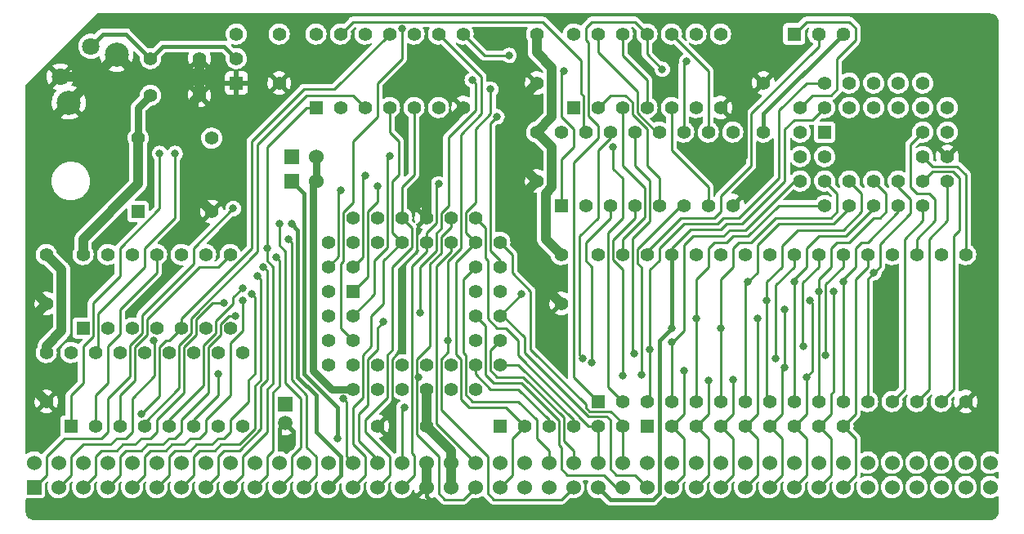
<source format=gbr>
G04 #@! TF.GenerationSoftware,KiCad,Pcbnew,(6.0.2)*
G04 #@! TF.CreationDate,2025-06-29T10:14:29-07:00*
G04 #@! TF.ProjectId,z80-cpu-mem,7a38302d-6370-4752-9d6d-656d2e6b6963,1.1*
G04 #@! TF.SameCoordinates,Original*
G04 #@! TF.FileFunction,Copper,L1,Top*
G04 #@! TF.FilePolarity,Positive*
%FSLAX46Y46*%
G04 Gerber Fmt 4.6, Leading zero omitted, Abs format (unit mm)*
G04 Created by KiCad (PCBNEW (6.0.2)) date 2025-06-29 10:14:29*
%MOMM*%
%LPD*%
G01*
G04 APERTURE LIST*
G04 #@! TA.AperFunction,ComponentPad*
%ADD10R,1.397000X1.397000*%
G04 #@! TD*
G04 #@! TA.AperFunction,ComponentPad*
%ADD11C,1.397000*%
G04 #@! TD*
G04 #@! TA.AperFunction,ComponentPad*
%ADD12R,1.524000X1.524000*%
G04 #@! TD*
G04 #@! TA.AperFunction,ComponentPad*
%ADD13C,1.524000*%
G04 #@! TD*
G04 #@! TA.AperFunction,ComponentPad*
%ADD14R,1.490980X1.490980*%
G04 #@! TD*
G04 #@! TA.AperFunction,ComponentPad*
%ADD15C,1.490980*%
G04 #@! TD*
G04 #@! TA.AperFunction,ComponentPad*
%ADD16C,1.800860*%
G04 #@! TD*
G04 #@! TA.AperFunction,ComponentPad*
%ADD17C,2.499360*%
G04 #@! TD*
G04 #@! TA.AperFunction,ComponentPad*
%ADD18R,1.440000X1.440000*%
G04 #@! TD*
G04 #@! TA.AperFunction,ComponentPad*
%ADD19C,1.440000*%
G04 #@! TD*
G04 #@! TA.AperFunction,ViaPad*
%ADD20C,0.800000*%
G04 #@! TD*
G04 #@! TA.AperFunction,Conductor*
%ADD21C,0.400000*%
G04 #@! TD*
G04 #@! TA.AperFunction,Conductor*
%ADD22C,1.000000*%
G04 #@! TD*
G04 #@! TA.AperFunction,Conductor*
%ADD23C,0.250000*%
G04 #@! TD*
G04 #@! TA.AperFunction,Conductor*
%ADD24C,0.750000*%
G04 #@! TD*
G04 APERTURE END LIST*
D10*
X156210000Y-88900000D03*
D11*
X158750000Y-88900000D03*
X161290000Y-88900000D03*
X163830000Y-88900000D03*
X166370000Y-88900000D03*
X168910000Y-88900000D03*
X171450000Y-88900000D03*
X171450000Y-81280000D03*
X168910000Y-81280000D03*
X166370000Y-81280000D03*
X163830000Y-81280000D03*
X161290000Y-81280000D03*
X158750000Y-81280000D03*
X156210000Y-81280000D03*
D10*
X181610000Y-99060000D03*
D11*
X184150000Y-99060000D03*
X186690000Y-99060000D03*
X189230000Y-99060000D03*
X191770000Y-99060000D03*
X194310000Y-99060000D03*
X196850000Y-99060000D03*
X199390000Y-99060000D03*
X199390000Y-91440000D03*
X196850000Y-91440000D03*
X194310000Y-91440000D03*
X191770000Y-91440000D03*
X189230000Y-91440000D03*
X186690000Y-91440000D03*
X184150000Y-91440000D03*
X181610000Y-91440000D03*
X139065000Y-87630000D03*
X144145000Y-87630000D03*
D10*
X175260000Y-121920000D03*
D11*
X177800000Y-121920000D03*
X180340000Y-121920000D03*
X182880000Y-121920000D03*
X185420000Y-121920000D03*
X187960000Y-121920000D03*
X181610000Y-104140000D03*
X181610000Y-109220000D03*
D12*
X127000000Y-128270000D03*
D13*
X129540000Y-128270000D03*
X132080000Y-128270000D03*
X134620000Y-128270000D03*
X137160000Y-128270000D03*
X139700000Y-128270000D03*
X142240000Y-128270000D03*
X144780000Y-128270000D03*
X147320000Y-128270000D03*
X149860000Y-128270000D03*
X152400000Y-128270000D03*
X154940000Y-128270000D03*
X157480000Y-128270000D03*
X160020000Y-128270000D03*
X162560000Y-128270000D03*
X165100000Y-128270000D03*
X167640000Y-128270000D03*
X170180000Y-128270000D03*
X172720000Y-128270000D03*
X175260000Y-128270000D03*
X177800000Y-128270000D03*
X180340000Y-128270000D03*
X182880000Y-128270000D03*
X185420000Y-128270000D03*
X187960000Y-128270000D03*
X190500000Y-128270000D03*
X193040000Y-128270000D03*
X195580000Y-128270000D03*
X198120000Y-128270000D03*
X200660000Y-128270000D03*
X203200000Y-128270000D03*
X205740000Y-128270000D03*
X208280000Y-128270000D03*
X210820000Y-128270000D03*
X213360000Y-128270000D03*
X215900000Y-128270000D03*
X218440000Y-128270000D03*
X220980000Y-128270000D03*
X223520000Y-128270000D03*
X226060000Y-128270000D03*
X127000000Y-125730000D03*
X129540000Y-125730000D03*
X132080000Y-125730000D03*
X134620000Y-125730000D03*
X137160000Y-125730000D03*
X139700000Y-125730000D03*
X142240000Y-125730000D03*
X144780000Y-125730000D03*
X147320000Y-125730000D03*
X149860000Y-125730000D03*
X152400000Y-125730000D03*
X154940000Y-125730000D03*
X157480000Y-125730000D03*
X160020000Y-125730000D03*
X162560000Y-125730000D03*
X165100000Y-125730000D03*
X167640000Y-125730000D03*
X170180000Y-125730000D03*
X172720000Y-125730000D03*
X175260000Y-125730000D03*
X177800000Y-125730000D03*
X180340000Y-125730000D03*
X182880000Y-125730000D03*
X185420000Y-125730000D03*
X187960000Y-125730000D03*
X190500000Y-125730000D03*
X193040000Y-125730000D03*
X195580000Y-125730000D03*
X198120000Y-125730000D03*
X200660000Y-125730000D03*
X203200000Y-125730000D03*
X205740000Y-125730000D03*
X208280000Y-125730000D03*
X210820000Y-125730000D03*
X213360000Y-125730000D03*
X215900000Y-125730000D03*
X218440000Y-125730000D03*
X220980000Y-125730000D03*
X223520000Y-125730000D03*
X226060000Y-125730000D03*
D10*
X185420000Y-119380000D03*
D11*
X187960000Y-119380000D03*
X190500000Y-119380000D03*
X193040000Y-119380000D03*
X195580000Y-119380000D03*
X198120000Y-119380000D03*
X200660000Y-119380000D03*
X203200000Y-119380000D03*
X205740000Y-119380000D03*
X208280000Y-119380000D03*
X210820000Y-119380000D03*
X213360000Y-119380000D03*
X215900000Y-119380000D03*
X218440000Y-119380000D03*
X220980000Y-119380000D03*
X223520000Y-119380000D03*
X223520000Y-104140000D03*
X220980000Y-104140000D03*
X218440000Y-104140000D03*
X215900000Y-104140000D03*
X213360000Y-104140000D03*
X210820000Y-104140000D03*
X208280000Y-104140000D03*
X205740000Y-104140000D03*
X203200000Y-104140000D03*
X200660000Y-104140000D03*
X198120000Y-104140000D03*
X195580000Y-104140000D03*
X193040000Y-104140000D03*
X190500000Y-104140000D03*
X187960000Y-104140000D03*
X185420000Y-104140000D03*
D12*
X153670000Y-96520000D03*
D13*
X156210000Y-96520000D03*
D11*
X179070000Y-81280000D03*
X179070000Y-86360000D03*
X128270000Y-114300000D03*
X128270000Y-119380000D03*
D10*
X182880000Y-88900000D03*
D11*
X185420000Y-88900000D03*
X187960000Y-88900000D03*
X190500000Y-88900000D03*
X193040000Y-88900000D03*
X195580000Y-88900000D03*
X198120000Y-88900000D03*
X198120000Y-81280000D03*
X195580000Y-81280000D03*
X193040000Y-81280000D03*
X190500000Y-81280000D03*
X187960000Y-81280000D03*
X185420000Y-81280000D03*
X182880000Y-81280000D03*
D10*
X190500000Y-121920000D03*
D11*
X193040000Y-121920000D03*
X195580000Y-121920000D03*
X198120000Y-121920000D03*
X200660000Y-121920000D03*
X203200000Y-121920000D03*
X205740000Y-121920000D03*
X208280000Y-121920000D03*
X210820000Y-121920000D03*
D10*
X147955000Y-86360000D03*
D11*
X147955000Y-83820000D03*
X147955000Y-81280000D03*
D10*
X130810000Y-121920000D03*
D11*
X133350000Y-121920000D03*
X135890000Y-121920000D03*
X138430000Y-121920000D03*
X140970000Y-121920000D03*
X143510000Y-121920000D03*
X146050000Y-121920000D03*
X148590000Y-121920000D03*
X148590000Y-114300000D03*
X146050000Y-114300000D03*
X143510000Y-114300000D03*
X140970000Y-114300000D03*
X138430000Y-114300000D03*
X135890000Y-114300000D03*
X133350000Y-114300000D03*
X130810000Y-114300000D03*
D14*
X153035000Y-119649240D03*
D15*
X153035000Y-121650760D03*
D11*
X128270000Y-104140000D03*
X128270000Y-109220000D03*
D10*
X208915000Y-91440000D03*
D11*
X206375000Y-93980000D03*
X208915000Y-93980000D03*
X206375000Y-96520000D03*
X208915000Y-99060000D03*
X208915000Y-96520000D03*
X211455000Y-99060000D03*
X211455000Y-96520000D03*
X213995000Y-99060000D03*
X213995000Y-96520000D03*
X216535000Y-99060000D03*
X216535000Y-96520000D03*
X219075000Y-99060000D03*
X221615000Y-96520000D03*
X219075000Y-96520000D03*
X221615000Y-93980000D03*
X219075000Y-93980000D03*
X221615000Y-91440000D03*
X219075000Y-91440000D03*
X221615000Y-88900000D03*
X219075000Y-86360000D03*
X219075000Y-88900000D03*
X216535000Y-86360000D03*
X216535000Y-88900000D03*
X213995000Y-86360000D03*
X213995000Y-88900000D03*
X211455000Y-86360000D03*
X211455000Y-88900000D03*
X208915000Y-86360000D03*
X206375000Y-88900000D03*
X208915000Y-88900000D03*
X206375000Y-91440000D03*
D10*
X132080000Y-111760000D03*
D11*
X134620000Y-111760000D03*
X137160000Y-111760000D03*
X139700000Y-111760000D03*
X142240000Y-111760000D03*
X144780000Y-111760000D03*
X147320000Y-111760000D03*
X147320000Y-104140000D03*
X144780000Y-104140000D03*
X142240000Y-104140000D03*
X139700000Y-104140000D03*
X137160000Y-104140000D03*
X134620000Y-104140000D03*
X132080000Y-104140000D03*
X202565000Y-91440000D03*
X202565000Y-86360000D03*
X152400000Y-81280000D03*
X152400000Y-86360000D03*
X167640000Y-121920000D03*
X162560000Y-121920000D03*
D10*
X160020000Y-107950000D03*
D11*
X157480000Y-110490000D03*
X160020000Y-110490000D03*
X157480000Y-113030000D03*
X160020000Y-113030000D03*
X157480000Y-115570000D03*
X160020000Y-118110000D03*
X160020000Y-115570000D03*
X162560000Y-118110000D03*
X162560000Y-115570000D03*
X165100000Y-118110000D03*
X165100000Y-115570000D03*
X167640000Y-118110000D03*
X167640000Y-115570000D03*
X170180000Y-118110000D03*
X170180000Y-115570000D03*
X172720000Y-118110000D03*
X175260000Y-115570000D03*
X172720000Y-115570000D03*
X175260000Y-113030000D03*
X172720000Y-113030000D03*
X175260000Y-110490000D03*
X172720000Y-110490000D03*
X175260000Y-107950000D03*
X172720000Y-107950000D03*
X175260000Y-105410000D03*
X172720000Y-105410000D03*
X175260000Y-102870000D03*
X172720000Y-100330000D03*
X172720000Y-102870000D03*
X170180000Y-100330000D03*
X170180000Y-102870000D03*
X167640000Y-100330000D03*
X167640000Y-102870000D03*
X165100000Y-100330000D03*
X165100000Y-102870000D03*
X162560000Y-100330000D03*
X162560000Y-102870000D03*
X160020000Y-100330000D03*
X157480000Y-102870000D03*
X160020000Y-102870000D03*
X157480000Y-105410000D03*
X160020000Y-105410000D03*
X157480000Y-107950000D03*
D16*
X132898311Y-82546531D03*
X129716331Y-85728511D03*
D17*
X135549962Y-83430414D03*
X130600214Y-88380162D03*
D11*
X139065000Y-83820000D03*
X144145000Y-83820000D03*
D10*
X137795000Y-99695000D03*
D11*
X145415000Y-99695000D03*
X145415000Y-92075000D03*
X137795000Y-92075000D03*
D18*
X205740000Y-81280000D03*
D19*
X208280000Y-81280000D03*
X210820000Y-81280000D03*
D12*
X153670000Y-93980000D03*
D13*
X156210000Y-93980000D03*
D11*
X179070000Y-91440000D03*
X179070000Y-96520000D03*
D20*
X158432500Y-123190000D03*
X215265000Y-112395000D03*
X207605697Y-94899703D03*
X192087500Y-86360000D03*
X135255000Y-101917500D03*
X147320000Y-92075000D03*
X153633951Y-124106451D03*
X131762500Y-109220000D03*
X137795000Y-109220000D03*
X128270000Y-129857500D03*
X197802500Y-96837500D03*
X165100000Y-80734500D03*
X190781451Y-114018549D03*
X139382500Y-113030000D03*
X146648951Y-109183951D03*
X163830000Y-93890500D03*
X193040000Y-113258000D03*
X147865500Y-110490000D03*
X148590000Y-108902500D03*
X162560000Y-97065500D03*
X206692500Y-113665000D03*
X149542500Y-108248511D03*
X150177500Y-106362500D03*
X161326049Y-95921049D03*
X158750000Y-97472500D03*
X150776451Y-105446049D03*
X151130000Y-103505000D03*
X195580000Y-110807500D03*
X152082500Y-104457500D03*
X198120000Y-111760000D03*
X200977500Y-106997500D03*
X152400000Y-100965000D03*
X202882500Y-108902500D03*
X153352500Y-102552500D03*
X205740000Y-106997500D03*
X153670000Y-100965000D03*
X208280000Y-107950000D03*
X210820000Y-106997500D03*
X168910000Y-96837500D03*
X213995000Y-106045000D03*
X146050000Y-116522500D03*
X166847511Y-116840000D03*
X181927500Y-85090000D03*
X174307500Y-86995000D03*
X169881489Y-113030000D03*
X174955513Y-89859007D03*
X193040000Y-111760000D03*
X203835000Y-114935000D03*
X177482500Y-108267500D03*
X148590000Y-107632500D03*
X184785000Y-115348480D03*
X194310000Y-116205000D03*
X187960000Y-116681242D03*
X196850000Y-117182969D03*
X189979008Y-116636492D03*
X199390000Y-117157500D03*
X194627500Y-84137500D03*
X201930000Y-110807500D03*
X189190058Y-114452840D03*
X204787500Y-109855000D03*
X204787500Y-115887500D03*
X207363549Y-108938549D03*
X207010000Y-116840000D03*
X183832500Y-114898960D03*
X209867500Y-107950000D03*
X172402500Y-86042500D03*
X163195000Y-111125000D03*
X167005000Y-110191489D03*
X187007500Y-93027500D03*
X165363426Y-120033025D03*
X147637500Y-99377500D03*
X192087500Y-84937000D03*
X159067500Y-119084500D03*
X176212500Y-83502500D03*
X209004500Y-114617500D03*
X138112500Y-120650000D03*
X141605000Y-93662500D03*
X140017500Y-93662500D03*
D21*
X158432500Y-120015000D02*
X154940000Y-116522500D01*
X158432500Y-123190000D02*
X158432500Y-120015000D01*
X154940000Y-97790000D02*
X153670000Y-96520000D01*
X154940000Y-116522500D02*
X154940000Y-97790000D01*
D22*
X130600214Y-88380162D02*
X133302688Y-85677688D01*
X147320000Y-91122500D02*
X145732500Y-89535000D01*
D21*
X200660000Y-88265000D02*
X202406250Y-86518750D01*
D22*
X167640000Y-92710000D02*
X167640000Y-100330000D01*
X135549962Y-83430414D02*
X137844548Y-85725000D01*
X177800000Y-97790000D02*
X179070000Y-96520000D01*
X126682500Y-110807500D02*
X128270000Y-109220000D01*
D21*
X224790000Y-92710000D02*
X224790000Y-118110000D01*
D22*
X143510000Y-89535000D02*
X143510000Y-88265000D01*
X129717363Y-85727479D02*
X133252897Y-85727479D01*
X126682500Y-107632500D02*
X128270000Y-109220000D01*
X143510000Y-97790000D02*
X143510000Y-89535000D01*
X126682500Y-117792500D02*
X126682500Y-110807500D01*
D23*
X166616989Y-103893011D02*
X165417500Y-105092500D01*
D21*
X222885000Y-92710000D02*
X224790000Y-92710000D01*
D22*
X126682500Y-92297876D02*
X126682500Y-107632500D01*
X177165000Y-88265000D02*
X179070000Y-86360000D01*
D21*
X152400000Y-122237500D02*
X152400000Y-122872500D01*
D22*
X133252897Y-85727479D02*
X133302688Y-85677688D01*
D23*
X164076989Y-120403011D02*
X162560000Y-121920000D01*
D22*
X144145000Y-83820000D02*
X144145000Y-87630000D01*
D21*
X167640000Y-129222500D02*
X167640000Y-128270000D01*
X152400000Y-122872500D02*
X153633951Y-124106451D01*
D23*
X164076989Y-115005511D02*
X164076989Y-120403011D01*
D21*
X224790000Y-130810000D02*
X169227500Y-130810000D01*
D22*
X171450000Y-88900000D02*
X167640000Y-92710000D01*
D21*
X221615000Y-93980000D02*
X222885000Y-92710000D01*
D22*
X137844548Y-85725000D02*
X144145000Y-85725000D01*
X130600214Y-88380162D02*
X126682500Y-92297876D01*
X129716331Y-85728511D02*
X129717363Y-85727479D01*
X177165000Y-94615000D02*
X177165000Y-88265000D01*
D21*
X224790000Y-120650000D02*
X224790000Y-130810000D01*
X223520000Y-119380000D02*
X224790000Y-120650000D01*
X197802500Y-96837500D02*
X200660000Y-93980000D01*
D22*
X167640000Y-125730000D02*
X167640000Y-128270000D01*
X133302688Y-85677688D02*
X135549962Y-83430414D01*
X143510000Y-88265000D02*
X144145000Y-87630000D01*
D21*
X200660000Y-93980000D02*
X200660000Y-88265000D01*
D22*
X181610000Y-109220000D02*
X177800000Y-105410000D01*
X145415000Y-99695000D02*
X143510000Y-97790000D01*
D21*
X169227500Y-130810000D02*
X167640000Y-129222500D01*
D22*
X177800000Y-105410000D02*
X177800000Y-97790000D01*
D23*
X167640000Y-100330000D02*
X166616989Y-101353011D01*
D22*
X179070000Y-96520000D02*
X177165000Y-94615000D01*
D23*
X165417500Y-105092500D02*
X165417500Y-113665000D01*
D22*
X147320000Y-92075000D02*
X147320000Y-91122500D01*
D21*
X224790000Y-118110000D02*
X223520000Y-119380000D01*
D22*
X145732500Y-89535000D02*
X143510000Y-89535000D01*
D23*
X165417500Y-113665000D02*
X164076989Y-115005511D01*
D21*
X153035000Y-121602500D02*
X152400000Y-122237500D01*
D22*
X128270000Y-119380000D02*
X126682500Y-117792500D01*
D23*
X166616989Y-101353011D02*
X166616989Y-103893011D01*
D22*
X170180000Y-125730000D02*
X170180000Y-124460000D01*
D24*
X139065000Y-87630000D02*
X137795000Y-88900000D01*
X137795000Y-88900000D02*
X137795000Y-92075000D01*
D22*
X170180000Y-124460000D02*
X167640000Y-121920000D01*
X129857500Y-105727500D02*
X128270000Y-104140000D01*
X180657500Y-89852500D02*
X180657500Y-84772500D01*
X132080000Y-102552500D02*
X137795000Y-96837500D01*
X180657500Y-84772500D02*
X179070000Y-83185000D01*
X179070000Y-83185000D02*
X179070000Y-81280000D01*
D21*
X202565000Y-89535000D02*
X202565000Y-91440000D01*
D22*
X179070000Y-91440000D02*
X180657500Y-89852500D01*
X180022500Y-102552500D02*
X180022500Y-97790000D01*
X170180000Y-125730000D02*
X170180000Y-128270000D01*
X167640000Y-121920000D02*
X167640000Y-118110000D01*
X137795000Y-96837500D02*
X137795000Y-92075000D01*
X128270000Y-113665000D02*
X129857500Y-112077500D01*
X129857500Y-112077500D02*
X129857500Y-105727500D01*
X180022500Y-97790000D02*
X180657500Y-97155000D01*
X132080000Y-104140000D02*
X132080000Y-102552500D01*
X181610000Y-104140000D02*
X180022500Y-102552500D01*
X128270000Y-114300000D02*
X128270000Y-113665000D01*
X180657500Y-93027500D02*
X179070000Y-91440000D01*
D21*
X210820000Y-81280000D02*
X202565000Y-89535000D01*
D22*
X180657500Y-97155000D02*
X180657500Y-93027500D01*
D23*
X158996989Y-104845511D02*
X158750000Y-105092500D01*
X165100000Y-80645000D02*
X165100000Y-83820000D01*
X158750000Y-105092500D02*
X158750000Y-111760000D01*
X162560000Y-86360000D02*
X162560000Y-89852500D01*
X165100000Y-83820000D02*
X162560000Y-86360000D01*
X187960000Y-81280000D02*
X187960000Y-83502500D01*
X158750000Y-111760000D02*
X160020000Y-113030000D01*
X162560000Y-89852500D02*
X160020000Y-92392500D01*
X160020000Y-92392500D02*
X160020000Y-98742500D01*
X158996989Y-99765511D02*
X158996989Y-104845511D01*
X160020000Y-98742500D02*
X158996989Y-99765511D01*
X190500000Y-86042500D02*
X190500000Y-88900000D01*
X187960000Y-83502500D02*
X190500000Y-86042500D01*
X137160000Y-119062500D02*
X137160000Y-122555000D01*
X137160000Y-122555000D02*
X136525000Y-123190000D01*
X190817500Y-105727500D02*
X191770000Y-104775000D01*
X135572500Y-123190000D02*
X134937500Y-123825000D01*
X190781451Y-114018549D02*
X190817500Y-114054598D01*
X194310000Y-100965000D02*
X197802500Y-100965000D01*
X139497469Y-113144969D02*
X139497469Y-116725031D01*
X190817500Y-114054598D02*
X190817500Y-119062500D01*
X132080000Y-123825000D02*
X130810000Y-125095000D01*
X200025000Y-100330000D02*
X204152500Y-96202500D01*
X139497469Y-116725031D02*
X137160000Y-119062500D01*
X190817500Y-113982500D02*
X190817500Y-105727500D01*
X191770000Y-104775000D02*
X191770000Y-103505000D01*
X191770000Y-103505000D02*
X194310000Y-100965000D01*
X197802500Y-100965000D02*
X198437500Y-100330000D01*
X204152500Y-96202500D02*
X204152500Y-89217500D01*
X130810000Y-125095000D02*
X130810000Y-127000000D01*
X207010000Y-86360000D02*
X208915000Y-86360000D01*
X134937500Y-123825000D02*
X132080000Y-123825000D01*
X130810000Y-127000000D02*
X129540000Y-128270000D01*
X139382500Y-113030000D02*
X139497469Y-113144969D01*
X136525000Y-123190000D02*
X135572500Y-123190000D01*
X190781451Y-114018549D02*
X190817500Y-113982500D01*
X190817500Y-119062500D02*
X190500000Y-119380000D01*
X198437500Y-100330000D02*
X200025000Y-100330000D01*
X204152500Y-89217500D02*
X207010000Y-86360000D01*
X139700000Y-121285000D02*
X139700000Y-122555000D01*
X136207500Y-123825000D02*
X135572500Y-124460000D01*
X138112500Y-123190000D02*
X137477500Y-123825000D01*
X133350000Y-125095000D02*
X133350000Y-127000000D01*
X163830000Y-93890500D02*
X163583011Y-94137489D01*
X133350000Y-127000000D02*
X132080000Y-128270000D01*
X143756989Y-110878011D02*
X143756989Y-112465511D01*
X139700000Y-122555000D02*
X139065000Y-123190000D01*
X146648951Y-109183951D02*
X145451049Y-109183951D01*
X133985000Y-124460000D02*
X133350000Y-125095000D01*
X139065000Y-123190000D02*
X138112500Y-123190000D01*
X137477500Y-123825000D02*
X136207500Y-123825000D01*
X142486989Y-113735511D02*
X142486989Y-118498011D01*
X163583011Y-94137489D02*
X163583011Y-103434489D01*
X162242500Y-104775000D02*
X162242500Y-108267500D01*
X143756989Y-112465511D02*
X142486989Y-113735511D01*
X145451049Y-109183951D02*
X143756989Y-110878011D01*
X162242500Y-108267500D02*
X160020000Y-110490000D01*
X163583011Y-103434489D02*
X162242500Y-104775000D01*
X135572500Y-124460000D02*
X133985000Y-124460000D01*
X142486989Y-118498011D02*
X139700000Y-121285000D01*
X145026989Y-113735511D02*
X145026989Y-118498011D01*
X195262500Y-102235000D02*
X198437500Y-102235000D01*
X205740000Y-96520000D02*
X206375000Y-96520000D01*
X138747500Y-123825000D02*
X138112500Y-124460000D01*
X194310000Y-112077500D02*
X194310000Y-103187500D01*
X135890000Y-127000000D02*
X134620000Y-128270000D01*
X140970000Y-123190000D02*
X140335000Y-123825000D01*
X193129500Y-113258000D02*
X194310000Y-112077500D01*
X146296989Y-111336254D02*
X146296989Y-112465511D01*
X194310000Y-103187500D02*
X195262500Y-102235000D01*
X138112500Y-124460000D02*
X136525000Y-124460000D01*
X145026989Y-118498011D02*
X142240000Y-121285000D01*
X147143243Y-110490000D02*
X146296989Y-111336254D01*
X141605000Y-123190000D02*
X140970000Y-123190000D01*
X198437500Y-102235000D02*
X199072500Y-101600000D01*
X140335000Y-123825000D02*
X138747500Y-123825000D01*
X146296989Y-112465511D02*
X145026989Y-113735511D01*
X142240000Y-121285000D02*
X142240000Y-122555000D01*
X147865500Y-110490000D02*
X147143243Y-110490000D01*
X135890000Y-125095000D02*
X135890000Y-127000000D01*
X193040000Y-119380000D02*
X193040000Y-113258000D01*
X136525000Y-124460000D02*
X135890000Y-125095000D01*
X193040000Y-113258000D02*
X193129500Y-113258000D01*
X200660000Y-101600000D02*
X205740000Y-96520000D01*
X142240000Y-122555000D02*
X141605000Y-123190000D01*
X199072500Y-101600000D02*
X200660000Y-101600000D01*
X142557500Y-123825000D02*
X141287500Y-123825000D01*
X162560000Y-98697750D02*
X161536989Y-99720761D01*
X143192500Y-123190000D02*
X142557500Y-123825000D01*
X147320000Y-118745000D02*
X144780000Y-121285000D01*
X161536989Y-99720761D02*
X161536989Y-106433011D01*
X144780000Y-122555000D02*
X144145000Y-123190000D01*
X138430000Y-125095000D02*
X138430000Y-127000000D01*
X138430000Y-127000000D02*
X137160000Y-128270000D01*
X161536989Y-106433011D02*
X160020000Y-107950000D01*
X140652500Y-124460000D02*
X139065000Y-124460000D01*
X148590000Y-108902500D02*
X148590000Y-112077500D01*
X147320000Y-113347500D02*
X147320000Y-118745000D01*
X141287500Y-123825000D02*
X140652500Y-124460000D01*
X139065000Y-124460000D02*
X138430000Y-125095000D01*
X144780000Y-121285000D02*
X144780000Y-122555000D01*
X148590000Y-112077500D02*
X147320000Y-113347500D01*
X162560000Y-97065500D02*
X162560000Y-98697750D01*
X144145000Y-123190000D02*
X143192500Y-123190000D01*
X140970000Y-127000000D02*
X139700000Y-128270000D01*
X149542500Y-108248511D02*
X149860000Y-108566011D01*
X206602989Y-113575489D02*
X206602989Y-107087011D01*
X146050000Y-123190000D02*
X145415000Y-123825000D01*
X149860000Y-116522500D02*
X149225000Y-117157500D01*
X208280000Y-105410000D02*
X208280000Y-104140000D01*
X206692500Y-113665000D02*
X206602989Y-113575489D01*
X149225000Y-119380000D02*
X147320000Y-121285000D01*
X149225000Y-117157500D02*
X149225000Y-119380000D01*
X147320000Y-122555000D02*
X146685000Y-123190000D01*
X145415000Y-123825000D02*
X143827500Y-123825000D01*
X140970000Y-125095000D02*
X140970000Y-127000000D01*
X149860000Y-108566011D02*
X149860000Y-116522500D01*
X141605000Y-124460000D02*
X140970000Y-125095000D01*
X146685000Y-123190000D02*
X146050000Y-123190000D01*
X147320000Y-121285000D02*
X147320000Y-122555000D01*
X143192500Y-124460000D02*
X141605000Y-124460000D01*
X143827500Y-123825000D02*
X143192500Y-124460000D01*
X206602989Y-107087011D02*
X208280000Y-105410000D01*
X161326049Y-95921049D02*
X161043011Y-96204087D01*
X145732500Y-124460000D02*
X144145000Y-124460000D01*
X146367500Y-123825000D02*
X145732500Y-124460000D01*
X148271423Y-123825000D02*
X146367500Y-123825000D01*
X149860000Y-117791782D02*
X149860000Y-122236423D01*
X150495000Y-106680000D02*
X150495000Y-117156782D01*
X143510000Y-127000000D02*
X142240000Y-128270000D01*
X144145000Y-124460000D02*
X143510000Y-125095000D01*
X161043011Y-96204087D02*
X161043011Y-104386989D01*
X150495000Y-117156782D02*
X149860000Y-117791782D01*
X161043011Y-104386989D02*
X160020000Y-105410000D01*
X150177500Y-106362500D02*
X150495000Y-106680000D01*
X149860000Y-122236423D02*
X148271423Y-123825000D01*
X143510000Y-125095000D02*
X143510000Y-127000000D01*
X150776451Y-105446049D02*
X151130000Y-105799598D01*
X150495000Y-117792500D02*
X150495000Y-122237141D01*
X158547469Y-97675031D02*
X158547469Y-104342531D01*
X150495000Y-122237141D02*
X148272141Y-124460000D01*
X158750000Y-97472500D02*
X158547469Y-97675031D01*
X151130000Y-117157500D02*
X150495000Y-117792500D01*
X146050000Y-127000000D02*
X144780000Y-128270000D01*
X158547469Y-104342531D02*
X157480000Y-105410000D01*
X151130000Y-105799598D02*
X151130000Y-117157500D01*
X146685000Y-124460000D02*
X146050000Y-125095000D01*
X146050000Y-125095000D02*
X146050000Y-127000000D01*
X148272141Y-124460000D02*
X146685000Y-124460000D01*
X197485000Y-102870000D02*
X198755000Y-102870000D01*
X198755000Y-102870000D02*
X199390000Y-102235000D01*
X148590000Y-125095000D02*
X148590000Y-127000000D01*
X151130000Y-118110000D02*
X151130000Y-122555000D01*
X148590000Y-127000000D02*
X147320000Y-128270000D01*
X155257500Y-88900000D02*
X156210000Y-88900000D01*
X199390000Y-102235000D02*
X200977500Y-102235000D01*
X200977500Y-102235000D02*
X204152500Y-99060000D01*
X196850000Y-105410000D02*
X196850000Y-103505000D01*
X204152500Y-99060000D02*
X208915000Y-99060000D01*
X151765000Y-105410000D02*
X151765000Y-117475000D01*
X195580000Y-106680000D02*
X196850000Y-105410000D01*
X151130000Y-103505000D02*
X151130000Y-93027500D01*
X195580000Y-110807500D02*
X195580000Y-106680000D01*
X196850000Y-103505000D02*
X197485000Y-102870000D01*
X151130000Y-93027500D02*
X155257500Y-88900000D01*
X151130000Y-104775000D02*
X151765000Y-105410000D01*
X195580000Y-119380000D02*
X195580000Y-110807500D01*
X151130000Y-122555000D02*
X148590000Y-125095000D01*
X151130000Y-103505000D02*
X151130000Y-104775000D01*
X151765000Y-117475000D02*
X151130000Y-118110000D01*
X151765000Y-124460000D02*
X151130000Y-125095000D01*
X210185000Y-99695000D02*
X210185000Y-97790000D01*
X198120000Y-111760000D02*
X198120000Y-106680000D01*
X151130000Y-127000000D02*
X149860000Y-128270000D01*
X152400000Y-104775000D02*
X152400000Y-117792500D01*
X209550000Y-100330000D02*
X210185000Y-99695000D01*
X198120000Y-106680000D02*
X199390000Y-105410000D01*
X200025000Y-102870000D02*
X201295000Y-102870000D01*
X203835000Y-100330000D02*
X209550000Y-100330000D01*
X210185000Y-97790000D02*
X208915000Y-96520000D01*
X152400000Y-117792500D02*
X151765000Y-118427500D01*
X201295000Y-102870000D02*
X203835000Y-100330000D01*
X151765000Y-118427500D02*
X151765000Y-124460000D01*
X152082500Y-104457500D02*
X152400000Y-104775000D01*
X198120000Y-119380000D02*
X198120000Y-111760000D01*
X199390000Y-105410000D02*
X199390000Y-103505000D01*
X199390000Y-103505000D02*
X200025000Y-102870000D01*
X151130000Y-125095000D02*
X151130000Y-127000000D01*
X153035000Y-103822500D02*
X153035000Y-117475000D01*
X154622500Y-119062500D02*
X154622500Y-124142500D01*
X153670000Y-127000000D02*
X152400000Y-128270000D01*
X209867500Y-100965000D02*
X211455000Y-99377500D01*
X154622500Y-124142500D02*
X153670000Y-125095000D01*
X152400000Y-103187500D02*
X153035000Y-103822500D01*
X204152500Y-100965000D02*
X209867500Y-100965000D01*
D21*
X211455000Y-99377500D02*
X211455000Y-99060000D01*
D23*
X201930000Y-103187500D02*
X204152500Y-100965000D01*
X201930000Y-106045000D02*
X201930000Y-103187500D01*
X200977500Y-106997500D02*
X201930000Y-106045000D01*
X153670000Y-125095000D02*
X153670000Y-127000000D01*
X200660000Y-107315000D02*
X200660000Y-119380000D01*
X152400000Y-100965000D02*
X152400000Y-103187500D01*
X200977500Y-106997500D02*
X200660000Y-107315000D01*
X153035000Y-117475000D02*
X154622500Y-119062500D01*
X155257500Y-124142500D02*
X156210000Y-125095000D01*
X155257500Y-118745000D02*
X155257500Y-124142500D01*
X211455000Y-96520000D02*
X212725000Y-97790000D01*
X202882500Y-119062500D02*
X203200000Y-119380000D01*
X210820000Y-101600000D02*
X206128011Y-101600000D01*
X212725000Y-99695000D02*
X210820000Y-101600000D01*
X156210000Y-125095000D02*
X156210000Y-127000000D01*
X206128011Y-101600000D02*
X204470000Y-103258011D01*
X204470000Y-103258011D02*
X204470000Y-105410000D01*
X202882500Y-106997500D02*
X202882500Y-119062500D01*
X153352500Y-102552500D02*
X153670000Y-102870000D01*
X153670000Y-102870000D02*
X153670000Y-117157500D01*
X153670000Y-117157500D02*
X155257500Y-118745000D01*
X212725000Y-97790000D02*
X212725000Y-99695000D01*
X156210000Y-127000000D02*
X154940000Y-128270000D01*
X204470000Y-105410000D02*
X202882500Y-106997500D01*
X213995000Y-99377500D02*
X213995000Y-99060000D01*
D21*
X156210000Y-118745000D02*
X156210000Y-122555000D01*
D23*
X208280000Y-102235000D02*
X211137500Y-102235000D01*
X205740000Y-119380000D02*
X205740000Y-106680000D01*
D21*
X156210000Y-122555000D02*
X158750000Y-125095000D01*
X154305000Y-101600000D02*
X154305000Y-116840000D01*
X154305000Y-116840000D02*
X156210000Y-118745000D01*
X153670000Y-100965000D02*
X154305000Y-101600000D01*
X158750000Y-127000000D02*
X157480000Y-128270000D01*
D23*
X211137500Y-102235000D02*
X213995000Y-99377500D01*
X207010000Y-103505000D02*
X208280000Y-102235000D01*
D21*
X158750000Y-125095000D02*
X158750000Y-127000000D01*
D23*
X207010000Y-105410000D02*
X207010000Y-103505000D01*
X205740000Y-106680000D02*
X207010000Y-105410000D01*
X165100000Y-102870000D02*
X163195000Y-104775000D01*
X161290000Y-125095000D02*
X161290000Y-127000000D01*
X209550000Y-103505000D02*
X210185000Y-102870000D01*
X161043011Y-114546989D02*
X161043011Y-118991989D01*
X214630000Y-100330000D02*
X215265000Y-99695000D01*
X164782500Y-95885000D02*
X164782500Y-92392500D01*
X160020000Y-120015000D02*
X160020000Y-123825000D01*
X163195000Y-104775000D02*
X163195000Y-109220000D01*
X210185000Y-102870000D02*
X211455000Y-102870000D01*
X160020000Y-123825000D02*
X161290000Y-125095000D01*
X161925000Y-113665000D02*
X161043011Y-114546989D01*
X164076989Y-101846989D02*
X164076989Y-96590511D01*
X161290000Y-127000000D02*
X160020000Y-128270000D01*
X163195000Y-109220000D02*
X161925000Y-110490000D01*
X161925000Y-110490000D02*
X161925000Y-113665000D01*
X161043011Y-118991989D02*
X160020000Y-120015000D01*
X215265000Y-97790000D02*
X213995000Y-96520000D01*
X163830000Y-91440000D02*
X163830000Y-88900000D01*
X208280000Y-119380000D02*
X208280000Y-107950000D01*
X208280000Y-107950000D02*
X208280000Y-106680000D01*
X164076989Y-96590511D02*
X164782500Y-95885000D01*
X165100000Y-102870000D02*
X164076989Y-101846989D01*
X211455000Y-102870000D02*
X213995000Y-100330000D01*
X209550000Y-105410000D02*
X209550000Y-103505000D01*
X164782500Y-92392500D02*
X163830000Y-91440000D01*
X208280000Y-106680000D02*
X209550000Y-105410000D01*
X215265000Y-99695000D02*
X215265000Y-97790000D01*
X213995000Y-100330000D02*
X214630000Y-100330000D01*
X210820000Y-106680000D02*
X212090000Y-105410000D01*
X166370000Y-95885000D02*
X165100000Y-97155000D01*
X163830000Y-127000000D02*
X162560000Y-128270000D01*
X164147500Y-113982500D02*
X163583011Y-114546989D01*
X166370000Y-88900000D02*
X166370000Y-95885000D01*
X163830000Y-125095000D02*
X163830000Y-127000000D01*
X213360000Y-102870000D02*
X216535000Y-99695000D01*
X210820000Y-106997500D02*
X210820000Y-106680000D01*
X216535000Y-99695000D02*
X216535000Y-99060000D01*
X166123011Y-103434489D02*
X164147500Y-105410000D01*
X164147500Y-105410000D02*
X164147500Y-113982500D01*
X161290000Y-121285000D02*
X161290000Y-122555000D01*
X165100000Y-100330000D02*
X166123011Y-101353011D01*
X166123011Y-101353011D02*
X166123011Y-103434489D01*
X210820000Y-119380000D02*
X210820000Y-106997500D01*
X163583011Y-118991989D02*
X161290000Y-121285000D01*
X161290000Y-122555000D02*
X163830000Y-125095000D01*
X212725000Y-102870000D02*
X213360000Y-102870000D01*
X163583011Y-114546989D02*
X163583011Y-118991989D01*
X165100000Y-97155000D02*
X165100000Y-100330000D01*
X212090000Y-103505000D02*
X212725000Y-102870000D01*
X212090000Y-105410000D02*
X212090000Y-103505000D01*
X168910000Y-96837500D02*
X168663011Y-97084489D01*
X213995000Y-106045000D02*
X214630000Y-105410000D01*
X168663011Y-100894489D02*
X167640000Y-101917500D01*
X216535000Y-97155000D02*
X216535000Y-96520000D01*
X217805000Y-99853750D02*
X217805000Y-98425000D01*
X167640000Y-103822500D02*
X167640000Y-102870000D01*
X167640000Y-101917500D02*
X167640000Y-102870000D01*
X166370000Y-127000000D02*
X166370000Y-125024489D01*
X214630000Y-105410000D02*
X214630000Y-103028750D01*
X217805000Y-98425000D02*
X216535000Y-97155000D01*
X168663011Y-97084489D02*
X168663011Y-100894489D01*
X213360000Y-106680000D02*
X213995000Y-106045000D01*
X166123011Y-124777500D02*
X166123011Y-105339489D01*
X166370000Y-125024489D02*
X166123011Y-124777500D01*
X165100000Y-128270000D02*
X166370000Y-127000000D01*
X166123011Y-105339489D02*
X167640000Y-103822500D01*
X213360000Y-119380000D02*
X213360000Y-106680000D01*
X214630000Y-103028750D02*
X217805000Y-99853750D01*
X167992756Y-113629744D02*
X167992756Y-105127756D01*
X169156989Y-103963522D02*
X169156989Y-102305511D01*
X169545000Y-129540000D02*
X168910000Y-128905000D01*
X168910000Y-128905000D02*
X168910000Y-125095000D01*
X166616989Y-115005511D02*
X167992756Y-113629744D01*
X166687500Y-116840000D02*
X166616989Y-116769489D01*
X170180000Y-101282500D02*
X170180000Y-100330000D01*
X172720000Y-128270000D02*
X171450000Y-129540000D01*
X143510000Y-121285000D02*
X145732500Y-119062500D01*
X145732500Y-119062500D02*
X146050000Y-118745000D01*
X167992756Y-105127756D02*
X169156989Y-103963522D01*
X168910000Y-125095000D02*
X166616989Y-122801989D01*
X166847511Y-116840000D02*
X166687500Y-116840000D01*
X166687500Y-120967500D02*
X166616989Y-120896989D01*
X171450000Y-129540000D02*
X169545000Y-129540000D01*
X166616989Y-116769489D02*
X166616989Y-115005511D01*
X169156989Y-102305511D02*
X170180000Y-101282500D01*
X166616989Y-122801989D02*
X166616989Y-121038011D01*
X143510000Y-121920000D02*
X143510000Y-121285000D01*
X166616989Y-120896989D02*
X166616989Y-116769489D01*
X146050000Y-118745000D02*
X146050000Y-116522500D01*
X166616989Y-121038011D02*
X166687500Y-120967500D01*
X176530000Y-127000000D02*
X176530000Y-123190000D01*
X176530000Y-123190000D02*
X177800000Y-121920000D01*
D21*
X140335000Y-82550000D02*
X139065000Y-83820000D01*
D23*
X172085000Y-120015000D02*
X171238746Y-119168746D01*
D21*
X132900871Y-82543971D02*
X134164842Y-81280000D01*
D23*
X170682980Y-104907020D02*
X172720000Y-102870000D01*
X171238746Y-115041246D02*
X170682980Y-114485480D01*
X172720000Y-98742500D02*
X171696989Y-99765511D01*
D21*
X146685000Y-82550000D02*
X140335000Y-82550000D01*
D23*
X182880000Y-91122500D02*
X182880000Y-93027500D01*
X175260000Y-128270000D02*
X176530000Y-127000000D01*
D21*
X132900871Y-82544876D02*
X132900871Y-82543971D01*
X134164842Y-81280000D02*
X136525000Y-81280000D01*
D23*
X181927500Y-85090000D02*
X181610000Y-85407500D01*
X171696989Y-101846989D02*
X172720000Y-102870000D01*
X171696989Y-99765511D02*
X171696989Y-101846989D01*
X172720000Y-91122500D02*
X172720000Y-98742500D01*
X174307500Y-86995000D02*
X174307500Y-89535000D01*
D21*
X147955000Y-83820000D02*
X146685000Y-82550000D01*
D23*
X181610000Y-89852500D02*
X182880000Y-91122500D01*
X177800000Y-121920000D02*
X175895000Y-120015000D01*
X181610000Y-94297500D02*
X181610000Y-99060000D01*
X171238746Y-119168746D02*
X171238746Y-115041246D01*
X175895000Y-120015000D02*
X172085000Y-120015000D01*
X181610000Y-85407500D02*
X181610000Y-89852500D01*
D21*
X136525000Y-81280000D02*
X139065000Y-83820000D01*
D23*
X174307500Y-89535000D02*
X172720000Y-91122500D01*
X182880000Y-93027500D02*
X181610000Y-94297500D01*
X170682980Y-114485480D02*
X170682980Y-104907020D01*
D24*
X156210000Y-96520000D02*
X155892500Y-96837500D01*
X155892500Y-96837500D02*
X155892500Y-116152655D01*
X155892500Y-116152655D02*
X157849845Y-118110000D01*
X156210000Y-93980000D02*
X156210000Y-96520000D01*
X157849845Y-118110000D02*
X160020000Y-118110000D01*
D23*
X182880000Y-121285000D02*
X177165000Y-115570000D01*
X182880000Y-121920000D02*
X182880000Y-121285000D01*
X177165000Y-115570000D02*
X175260000Y-115570000D01*
X169881489Y-104844390D02*
X171203011Y-103522868D01*
X174625000Y-129540000D02*
X181610000Y-129540000D01*
X171203011Y-103522868D02*
X171203011Y-91686989D01*
X181610000Y-129540000D02*
X182880000Y-128270000D01*
X173990000Y-125095000D02*
X173990000Y-128905000D01*
X171203011Y-91686989D02*
X173355000Y-89535000D01*
X169881489Y-113030000D02*
X169881489Y-114281011D01*
X173355000Y-89535000D02*
X173355000Y-85725000D01*
X173990000Y-128905000D02*
X174625000Y-129540000D01*
X173355000Y-85725000D02*
X168910000Y-81280000D01*
X169156989Y-120261989D02*
X173990000Y-125095000D01*
X169156989Y-115005511D02*
X169156989Y-120261989D01*
X169881489Y-114281011D02*
X169156989Y-115005511D01*
X169881489Y-113030000D02*
X169881489Y-104844390D01*
X198163895Y-101556105D02*
X198755000Y-100965000D01*
X198755000Y-100965000D02*
X200341782Y-100965000D01*
X193040000Y-104140000D02*
X193040000Y-103505000D01*
X175260000Y-104775000D02*
X175260000Y-105410000D01*
D21*
X186690000Y-129540000D02*
X185420000Y-128270000D01*
D23*
X174236989Y-103751989D02*
X175260000Y-104775000D01*
D21*
X193040000Y-111760000D02*
X191770000Y-113030000D01*
D23*
X204787500Y-91122500D02*
X205740000Y-90170000D01*
X174236989Y-90577531D02*
X174236989Y-103751989D01*
X204787500Y-96519282D02*
X204787500Y-91122500D01*
X194988895Y-101556105D02*
X198163895Y-101556105D01*
D21*
X191770000Y-128905000D02*
X191135000Y-129540000D01*
D23*
X205740000Y-90170000D02*
X207645000Y-90170000D01*
D21*
X193040000Y-111760000D02*
X193040000Y-104140000D01*
D23*
X174955513Y-89859007D02*
X174236989Y-90577531D01*
D21*
X191135000Y-129540000D02*
X186690000Y-129540000D01*
D23*
X193040000Y-103505000D02*
X194988895Y-101556105D01*
X200341782Y-100965000D02*
X204787500Y-96519282D01*
D21*
X191770000Y-113030000D02*
X191770000Y-128905000D01*
D23*
X207645000Y-90170000D02*
X208915000Y-88900000D01*
X173743011Y-111513011D02*
X173743011Y-116593011D01*
X203835000Y-107315000D02*
X205740000Y-105410000D01*
X173743011Y-116593011D02*
X174625000Y-117475000D01*
X181363011Y-121355511D02*
X181363011Y-123895511D01*
X172720000Y-110490000D02*
X173743011Y-111513011D01*
X203835000Y-114935000D02*
X203835000Y-107315000D01*
X181610000Y-126365000D02*
X182245000Y-127000000D01*
X187325000Y-128270000D02*
X187960000Y-128270000D01*
X181363011Y-123895511D02*
X181610000Y-124142500D01*
X174625000Y-117475000D02*
X177482500Y-117475000D01*
X186055000Y-127000000D02*
X187325000Y-128270000D01*
X205740000Y-105410000D02*
X205740000Y-104140000D01*
X181610000Y-124142500D02*
X181610000Y-126365000D01*
X182245000Y-127000000D02*
X186055000Y-127000000D01*
X177482500Y-117475000D02*
X181363011Y-121355511D01*
X147637500Y-109220000D02*
X145803011Y-111054489D01*
X189230000Y-127000000D02*
X187325000Y-127000000D01*
X175577500Y-110490000D02*
X175260000Y-110490000D01*
X147637500Y-108585000D02*
X147637500Y-109220000D01*
X186301989Y-120896989D02*
X184396989Y-120896989D01*
X144533011Y-113593771D02*
X144533011Y-117721989D01*
X187325000Y-127000000D02*
X186690000Y-126365000D01*
X177800000Y-112712500D02*
X175577500Y-110490000D01*
X190500000Y-128270000D02*
X189230000Y-127000000D01*
X186690000Y-121285000D02*
X186301989Y-120896989D01*
X186690000Y-126365000D02*
X186690000Y-121285000D01*
X145803011Y-111054489D02*
X145803011Y-112323771D01*
X148590000Y-107632500D02*
X147637500Y-108585000D01*
X184396989Y-120896989D02*
X177800000Y-114300000D01*
X177800000Y-114300000D02*
X177800000Y-112712500D01*
X177482500Y-108267500D02*
X175260000Y-110490000D01*
X145803011Y-112323771D02*
X144533011Y-113593771D01*
X144533011Y-117721989D02*
X140970000Y-121285000D01*
X140970000Y-121285000D02*
X140970000Y-121920000D01*
X219075000Y-99060000D02*
X219075000Y-100647500D01*
X194310000Y-120650000D02*
X194310000Y-116205000D01*
X194310000Y-127000000D02*
X194310000Y-123190000D01*
X193040000Y-128270000D02*
X194310000Y-127000000D01*
X186690000Y-100330000D02*
X186690000Y-99060000D01*
X193040000Y-121920000D02*
X194310000Y-120650000D01*
X217170000Y-102552500D02*
X217170000Y-118110000D01*
X217170000Y-118110000D02*
X215900000Y-119380000D01*
X184150000Y-104775000D02*
X184150000Y-102870000D01*
X184150000Y-102870000D02*
X186690000Y-100330000D01*
X219075000Y-100647500D02*
X217170000Y-102552500D01*
X184785000Y-105410000D02*
X184150000Y-104775000D01*
X184785000Y-115348480D02*
X184785000Y-105410000D01*
X194310000Y-123190000D02*
X193040000Y-121920000D01*
X195580000Y-128270000D02*
X196850000Y-127000000D01*
X195580000Y-121920000D02*
X196850000Y-120650000D01*
X219710000Y-102552500D02*
X221615000Y-100647500D01*
X186936989Y-104704489D02*
X186936989Y-102623011D01*
X187960000Y-105727500D02*
X186936989Y-104704489D01*
X189230000Y-100330000D02*
X189230000Y-99060000D01*
X219710000Y-118110000D02*
X219710000Y-102552500D01*
X196850000Y-120650000D02*
X196850000Y-117182969D01*
X196850000Y-127000000D02*
X196850000Y-123190000D01*
X186936989Y-102623011D02*
X189230000Y-100330000D01*
X196850000Y-123190000D02*
X195580000Y-121920000D01*
X187960000Y-116681242D02*
X187960000Y-105727500D01*
X218440000Y-119380000D02*
X219710000Y-118110000D01*
X221615000Y-100647500D02*
X221615000Y-96520000D01*
X198120000Y-121920000D02*
X199390000Y-120650000D01*
X189979008Y-116636492D02*
X189979008Y-105524008D01*
X222179489Y-95496989D02*
X222885000Y-96202500D01*
X189476989Y-103575511D02*
X193992500Y-99060000D01*
X189979008Y-105524008D02*
X189476989Y-105021989D01*
X222885000Y-101600000D02*
X222250000Y-102235000D01*
X198120000Y-128270000D02*
X199390000Y-127000000D01*
X193992500Y-99060000D02*
X194310000Y-99060000D01*
X189476989Y-105021989D02*
X189476989Y-103575511D01*
X219075000Y-96520000D02*
X220098011Y-95496989D01*
X220098011Y-95496989D02*
X222179489Y-95496989D01*
X222250000Y-118110000D02*
X220980000Y-119380000D01*
X199390000Y-120650000D02*
X199390000Y-117157500D01*
X199390000Y-123190000D02*
X198120000Y-121920000D01*
X199390000Y-127000000D02*
X199390000Y-123190000D01*
X222885000Y-96202500D02*
X222885000Y-101600000D01*
X222250000Y-102235000D02*
X222250000Y-118110000D01*
X219075000Y-93980000D02*
X220098011Y-95003011D01*
X200660000Y-128270000D02*
X201930000Y-127000000D01*
X201930000Y-120650000D02*
X200660000Y-121920000D01*
X194627500Y-84137500D02*
X194310000Y-84455000D01*
X201930000Y-127000000D02*
X201930000Y-123190000D01*
X201930000Y-110807500D02*
X201930000Y-120650000D01*
X220098011Y-95003011D02*
X222638011Y-95003011D01*
X201930000Y-123190000D02*
X200660000Y-121920000D01*
X222638011Y-95003011D02*
X223520000Y-95885000D01*
X223520000Y-95885000D02*
X223520000Y-104140000D01*
X194310000Y-84455000D02*
X194310000Y-91440000D01*
X188983011Y-114245793D02*
X188983011Y-102481989D01*
X204470000Y-127000000D02*
X204470000Y-123190000D01*
X190746989Y-100718011D02*
X190746989Y-96449489D01*
X204470000Y-120650000D02*
X203200000Y-121920000D01*
X204787500Y-115887500D02*
X204470000Y-116205000D01*
X189230000Y-94932500D02*
X189230000Y-91440000D01*
X204787500Y-109855000D02*
X204787500Y-115887500D01*
X204470000Y-123190000D02*
X203200000Y-121920000D01*
X190746989Y-96449489D02*
X189230000Y-94932500D01*
X188983011Y-102481989D02*
X190746989Y-100718011D01*
X189190058Y-114452840D02*
X188983011Y-114245793D01*
X204470000Y-116205000D02*
X204470000Y-120650000D01*
X203200000Y-128270000D02*
X204470000Y-127000000D01*
X207645000Y-116205000D02*
X207010000Y-116840000D01*
X207010000Y-123190000D02*
X205740000Y-121920000D01*
X205740000Y-128270000D02*
X207010000Y-127000000D01*
X218440000Y-97790000D02*
X217805000Y-97155000D01*
X218440000Y-102552500D02*
X220345000Y-100647500D01*
X207010000Y-116840000D02*
X207010000Y-120650000D01*
X183515000Y-114581460D02*
X183515000Y-102235000D01*
X217805000Y-97155000D02*
X217805000Y-92710000D01*
X185420000Y-93345000D02*
X186690000Y-92075000D01*
X219710000Y-97790000D02*
X218440000Y-97790000D01*
X186690000Y-92075000D02*
X186690000Y-91440000D01*
X207010000Y-127000000D02*
X207010000Y-123190000D01*
X218440000Y-104140000D02*
X218440000Y-102552500D01*
X183515000Y-102235000D02*
X185420000Y-100330000D01*
X185420000Y-100330000D02*
X185420000Y-93345000D01*
X217805000Y-92710000D02*
X219075000Y-91440000D01*
X207010000Y-120650000D02*
X205740000Y-121920000D01*
X207645000Y-109220000D02*
X207645000Y-116205000D01*
X220345000Y-98425000D02*
X219710000Y-97790000D01*
X207363549Y-108938549D02*
X207645000Y-109220000D01*
X220345000Y-100647500D02*
X220345000Y-98425000D01*
X183832500Y-114898960D02*
X183515000Y-114581460D01*
X209867500Y-107950000D02*
X209879011Y-107961511D01*
X209550000Y-127000000D02*
X209550000Y-123190000D01*
X209879011Y-118336614D02*
X209550000Y-118665625D01*
X209550000Y-118665625D02*
X209550000Y-120650000D01*
X209879011Y-107961511D02*
X209879011Y-118336614D01*
X209550000Y-120650000D02*
X208280000Y-121920000D01*
X208280000Y-128270000D02*
X209550000Y-127000000D01*
X209550000Y-123190000D02*
X208280000Y-121920000D01*
X213360000Y-105410000D02*
X213360000Y-104140000D01*
X212090000Y-127000000D02*
X212090000Y-123190000D01*
X210820000Y-121920000D02*
X212090000Y-120650000D01*
X212090000Y-106680000D02*
X213360000Y-105410000D01*
X212090000Y-123190000D02*
X210820000Y-121920000D01*
X210820000Y-128270000D02*
X212090000Y-127000000D01*
X212090000Y-120650000D02*
X212090000Y-106680000D01*
X170180000Y-103822500D02*
X170180000Y-102870000D01*
X172720000Y-125730000D02*
X168663011Y-121673011D01*
X168663011Y-121673011D02*
X168663011Y-105339489D01*
X168663011Y-105339489D02*
X170180000Y-103822500D01*
X171696989Y-118674489D02*
X171696989Y-114546989D01*
X177165000Y-119380000D02*
X172402500Y-119380000D01*
X172402500Y-119380000D02*
X171696989Y-118674489D01*
X179070000Y-121285000D02*
X177165000Y-119380000D01*
X171450000Y-114300000D02*
X171450000Y-106680000D01*
X180340000Y-125730000D02*
X180340000Y-124460000D01*
X171450000Y-106680000D02*
X172720000Y-105410000D01*
X180340000Y-124460000D02*
X179070000Y-123190000D01*
X179070000Y-123190000D02*
X179070000Y-121285000D01*
X171696989Y-114546989D02*
X171450000Y-114300000D01*
X181856989Y-123436989D02*
X181856989Y-121057165D01*
X182880000Y-124460000D02*
X181856989Y-123436989D01*
X177639824Y-116840000D02*
X174943218Y-116840000D01*
X182880000Y-125730000D02*
X182880000Y-124460000D01*
X174236989Y-116133771D02*
X174236989Y-114053011D01*
X174943218Y-116840000D02*
X174236989Y-116133771D01*
X181856989Y-121057165D02*
X177639824Y-116840000D01*
X174236989Y-114053011D02*
X175260000Y-113030000D01*
X187960000Y-125730000D02*
X187960000Y-121920000D01*
X178435000Y-107950000D02*
X176530000Y-106045000D01*
X176530000Y-104140000D02*
X175260000Y-102870000D01*
X176530000Y-106045000D02*
X176530000Y-104140000D01*
X178435000Y-113982500D02*
X184150359Y-119697859D01*
X184538729Y-120403011D02*
X184150359Y-120014641D01*
X187960000Y-121920000D02*
X187960000Y-121602500D01*
X187960000Y-121602500D02*
X186760511Y-120403011D01*
X186760511Y-120403011D02*
X184538729Y-120403011D01*
X178435000Y-113982500D02*
X178435000Y-107950000D01*
X184150359Y-119697859D02*
X184150359Y-120014641D01*
X172720000Y-116522500D02*
X172720000Y-115570000D01*
X177165000Y-118110000D02*
X174307500Y-118110000D01*
X174307500Y-118110000D02*
X172720000Y-116522500D01*
X180340000Y-121285000D02*
X177165000Y-118110000D01*
X180340000Y-121920000D02*
X180340000Y-121285000D01*
X209550000Y-87630000D02*
X210185000Y-86995000D01*
X172402500Y-86042500D02*
X172720000Y-86360000D01*
X169933011Y-92004489D02*
X169933011Y-99060000D01*
X161536989Y-119768011D02*
X160655000Y-120650000D01*
X210185000Y-83820000D02*
X212090000Y-81915000D01*
X169933011Y-99060000D02*
X169156989Y-99836022D01*
X163195000Y-111125000D02*
X162560000Y-111760000D01*
X211455000Y-80010000D02*
X207010000Y-80010000D01*
X206375000Y-88900000D02*
X207645000Y-87630000D01*
X167005000Y-105410000D02*
X167005000Y-110191489D01*
X160655000Y-120650000D02*
X160655000Y-123507500D01*
X162560000Y-113982500D02*
X161536989Y-115005511D01*
X207010000Y-80010000D02*
X205740000Y-81280000D01*
X168707469Y-103707531D02*
X167005000Y-105410000D01*
X160655000Y-123507500D02*
X162560000Y-125412500D01*
X162560000Y-125412500D02*
X162560000Y-125730000D01*
X207645000Y-87630000D02*
X209550000Y-87630000D01*
X162560000Y-111760000D02*
X162560000Y-113982500D01*
X172720000Y-86360000D02*
X172720000Y-89217500D01*
X212090000Y-81915000D02*
X212090000Y-80645000D01*
X210185000Y-86995000D02*
X210185000Y-83820000D01*
X169156989Y-101467980D02*
X168707469Y-101917500D01*
X168707469Y-101917500D02*
X168707469Y-103707531D01*
X169156989Y-99836022D02*
X169156989Y-101467980D01*
X172720000Y-89217500D02*
X169933011Y-92004489D01*
X161536989Y-115005511D02*
X161536989Y-119768011D01*
X212090000Y-80645000D02*
X211455000Y-80010000D01*
X165363426Y-120033025D02*
X165100000Y-120296451D01*
X186443011Y-101846989D02*
X187960000Y-100330000D01*
X186443011Y-117863011D02*
X186443011Y-101846989D01*
X187960000Y-96202500D02*
X187007500Y-95250000D01*
X165100000Y-120296451D02*
X165100000Y-125730000D01*
X187007500Y-95250000D02*
X187007500Y-93027500D01*
X187960000Y-100330000D02*
X187960000Y-96202500D01*
X187960000Y-119380000D02*
X186443011Y-117863011D01*
X133985000Y-123190000D02*
X130175000Y-123190000D01*
X187960000Y-94932500D02*
X190253011Y-97225511D01*
X147637500Y-99377500D02*
X143510000Y-103505000D01*
X136913011Y-113557714D02*
X136913011Y-116769489D01*
X128270000Y-127000000D02*
X127000000Y-128270000D01*
X190253011Y-100259489D02*
X187960000Y-102552500D01*
X138183011Y-110419489D02*
X138183011Y-112287714D01*
X134620000Y-122555000D02*
X133985000Y-123190000D01*
X187960000Y-88900000D02*
X187960000Y-94932500D01*
X136913011Y-116769489D02*
X134620000Y-119062500D01*
X143510000Y-105092500D02*
X138183011Y-110419489D01*
X190253011Y-97225511D02*
X190253011Y-100259489D01*
X138183011Y-112287714D02*
X136913011Y-113557714D01*
X128270000Y-125095000D02*
X128270000Y-127000000D01*
X130175000Y-123190000D02*
X128270000Y-125095000D01*
X143510000Y-103505000D02*
X143510000Y-105092500D01*
X187960000Y-102552500D02*
X187960000Y-104140000D01*
X134620000Y-119062500D02*
X134620000Y-122555000D01*
X192087500Y-84937000D02*
X190500000Y-83349500D01*
X159385000Y-125095000D02*
X160020000Y-125730000D01*
X184785000Y-80010000D02*
X189230000Y-80010000D01*
X159067500Y-119084500D02*
X159385000Y-119402000D01*
X185420000Y-90805000D02*
X184396989Y-89781989D01*
X189230000Y-80010000D02*
X190500000Y-81280000D01*
X184396989Y-89781989D02*
X184396989Y-82161989D01*
X159385000Y-119402000D02*
X159385000Y-125095000D01*
X182880000Y-94615000D02*
X185420000Y-92075000D01*
X185420000Y-92075000D02*
X185420000Y-90805000D01*
X184150000Y-80645000D02*
X184785000Y-80010000D01*
X184150000Y-81915000D02*
X184150000Y-80645000D01*
X190500000Y-83349500D02*
X190500000Y-81280000D01*
X184396989Y-82161989D02*
X184150000Y-81915000D01*
X185420000Y-119380000D02*
X182880000Y-116840000D01*
X182880000Y-116840000D02*
X182880000Y-94615000D01*
X176212500Y-83502500D02*
X173672500Y-83502500D01*
X173672500Y-83502500D02*
X171450000Y-81280000D01*
X209004500Y-114617500D02*
X209004511Y-114617489D01*
X209004511Y-114617489D02*
X209004511Y-107225489D01*
X210820000Y-105410000D02*
X210820000Y-104140000D01*
X209004511Y-107225489D02*
X210820000Y-105410000D01*
X154940000Y-86995000D02*
X158115000Y-86995000D01*
X142240000Y-111760000D02*
X140970000Y-113030000D01*
X158115000Y-86995000D02*
X163830000Y-81280000D01*
X142240000Y-111760000D02*
X142240000Y-110807500D01*
X142240000Y-110807500D02*
X149542500Y-103505000D01*
X140652500Y-113030000D02*
X139946989Y-113735511D01*
X139946989Y-118815511D02*
X138112500Y-120650000D01*
X140970000Y-113030000D02*
X140652500Y-113030000D01*
X139946989Y-113735511D02*
X139946989Y-118815511D01*
X149542500Y-103505000D02*
X149542500Y-92392500D01*
X149542500Y-92392500D02*
X154940000Y-86995000D01*
X184467500Y-121920000D02*
X177165000Y-114617500D01*
X173743011Y-104528729D02*
X173743011Y-101353011D01*
X173990000Y-110807500D02*
X173990000Y-104775718D01*
X185420000Y-125730000D02*
X185420000Y-121920000D01*
X173990000Y-104775718D02*
X173743011Y-104528729D01*
X185420000Y-121920000D02*
X184467500Y-121920000D01*
X173743011Y-101353011D02*
X172720000Y-100330000D01*
X174942500Y-111760000D02*
X173990000Y-110807500D01*
X175895000Y-111760000D02*
X174942500Y-111760000D01*
X177165000Y-114617500D02*
X177165000Y-113030000D01*
X177165000Y-113030000D02*
X175895000Y-111760000D01*
X201295000Y-94932500D02*
X201295000Y-89535000D01*
X193992500Y-100330000D02*
X197485000Y-100330000D01*
X190500000Y-104140000D02*
X190500000Y-103822500D01*
X198120000Y-98107500D02*
X201295000Y-94932500D01*
X201295000Y-89535000D02*
X208280000Y-82550000D01*
X190500000Y-103822500D02*
X193992500Y-100330000D01*
X198120000Y-99695000D02*
X198120000Y-98107500D01*
X197485000Y-100330000D02*
X198120000Y-99695000D01*
X208280000Y-82550000D02*
X208280000Y-81280000D01*
X188983011Y-89606229D02*
X190500000Y-91123218D01*
X190500000Y-91123218D02*
X190500000Y-94932320D01*
X186690000Y-87630000D02*
X188277500Y-87630000D01*
X188277500Y-87630000D02*
X188983011Y-88335511D01*
X188983011Y-88335511D02*
X188983011Y-89606229D01*
X190500000Y-94932320D02*
X191770000Y-96202320D01*
X191770000Y-96202320D02*
X191770000Y-99060000D01*
X185420000Y-88900000D02*
X186690000Y-87630000D01*
X193040000Y-88900000D02*
X193040000Y-93345000D01*
X193040000Y-93345000D02*
X196850000Y-97155000D01*
X196850000Y-97155000D02*
X196850000Y-99060000D01*
X133596989Y-110243011D02*
X133596989Y-114053011D01*
X141605000Y-93662500D02*
X141605000Y-100330000D01*
X138430000Y-103505000D02*
X138430000Y-105410000D01*
X138430000Y-105410000D02*
X133596989Y-110243011D01*
X133596989Y-114053011D02*
X133350000Y-114300000D01*
X141605000Y-100330000D02*
X138430000Y-103505000D01*
X196850000Y-91440000D02*
X196850000Y-85090000D01*
X196850000Y-85090000D02*
X193040000Y-81280000D01*
X189476989Y-87241989D02*
X185420000Y-83185000D01*
X189476989Y-89464489D02*
X189476989Y-87241989D01*
X189476989Y-89464489D02*
X191452500Y-91440000D01*
X191452500Y-91440000D02*
X191770000Y-91440000D01*
X185420000Y-81280000D02*
X185420000Y-83185000D01*
X183903011Y-91193011D02*
X184150000Y-91440000D01*
X183673750Y-83978750D02*
X183673750Y-87471250D01*
X179705000Y-80010000D02*
X183673750Y-83978750D01*
X183673750Y-87471250D02*
X183903011Y-87700511D01*
X183903011Y-87700511D02*
X183903011Y-91193011D01*
X158750000Y-81280000D02*
X160020000Y-80010000D01*
X160020000Y-80010000D02*
X179705000Y-80010000D01*
X133103011Y-112641989D02*
X132080000Y-113665000D01*
X140017500Y-93662500D02*
X140017500Y-99377500D01*
X130810000Y-118745000D02*
X130810000Y-121920000D01*
X135890000Y-106362500D02*
X133103011Y-109149489D01*
X140017500Y-99377500D02*
X135890000Y-103505000D01*
X132080000Y-113665000D02*
X132080000Y-117475000D01*
X133103011Y-109149489D02*
X133103011Y-112641989D01*
X132080000Y-117475000D02*
X130810000Y-118745000D01*
X135890000Y-103505000D02*
X135890000Y-106362500D01*
X134620000Y-117475000D02*
X134620000Y-113665000D01*
X135890000Y-109855000D02*
X139700000Y-106045000D01*
X133350000Y-118745000D02*
X134620000Y-117475000D01*
X139700000Y-106045000D02*
X139700000Y-104140000D01*
X135890000Y-112395000D02*
X135890000Y-109855000D01*
X134620000Y-113665000D02*
X135890000Y-112395000D01*
X133350000Y-121920000D02*
X133350000Y-118745000D01*
X142037469Y-117995031D02*
X142037469Y-113549314D01*
X142037469Y-113549314D02*
X143263011Y-112323771D01*
X143263011Y-112323771D02*
X143263011Y-112148011D01*
X143263011Y-110736271D02*
X150177500Y-103821782D01*
X143263011Y-112148011D02*
X143263011Y-110736271D01*
X155257500Y-87630000D02*
X160020000Y-87630000D01*
X150177500Y-103821782D02*
X150177500Y-92710000D01*
X160020000Y-87630000D02*
X161290000Y-88900000D01*
X150177500Y-92710000D02*
X155257500Y-87630000D01*
X138430000Y-121602500D02*
X142037469Y-117995031D01*
X138430000Y-121920000D02*
X138430000Y-121602500D01*
X137406989Y-117228011D02*
X137406989Y-113735511D01*
X135890000Y-118745000D02*
X137406989Y-117228011D01*
X138676989Y-112465511D02*
X138676989Y-110878011D01*
X146050000Y-105410000D02*
X147320000Y-104140000D01*
X137406989Y-113735511D02*
X138676989Y-112465511D01*
X135890000Y-121920000D02*
X135890000Y-118745000D01*
X144145000Y-105410000D02*
X146050000Y-105410000D01*
X138676989Y-110878011D02*
X144145000Y-105410000D01*
G04 #@! TA.AperFunction,Conductor*
G36*
X226036215Y-79141219D02*
G01*
X226060000Y-79144986D01*
X226067697Y-79143767D01*
X226071343Y-79143767D01*
X226092051Y-79143157D01*
X226220027Y-79155761D01*
X226239057Y-79159547D01*
X226311332Y-79181471D01*
X226383605Y-79203395D01*
X226401535Y-79210822D01*
X226534745Y-79282024D01*
X226550882Y-79292806D01*
X226667649Y-79388634D01*
X226681366Y-79402351D01*
X226738945Y-79472511D01*
X226777194Y-79519118D01*
X226787976Y-79535255D01*
X226859178Y-79668465D01*
X226866605Y-79686395D01*
X226910453Y-79830941D01*
X226914239Y-79849975D01*
X226926843Y-79977947D01*
X226926233Y-79998657D01*
X226926233Y-80002303D01*
X226925014Y-80010000D01*
X226926233Y-80017696D01*
X226928781Y-80033784D01*
X226930000Y-80049271D01*
X226930000Y-124725770D01*
X226911093Y-124783961D01*
X226861593Y-124819925D01*
X226800407Y-124819925D01*
X226772040Y-124804999D01*
X226770717Y-124803776D01*
X226590025Y-124689768D01*
X226391582Y-124610597D01*
X226182035Y-124568916D01*
X226075218Y-124567518D01*
X225972940Y-124566178D01*
X225972935Y-124566178D01*
X225968401Y-124566119D01*
X225963926Y-124566888D01*
X225963925Y-124566888D01*
X225863118Y-124584210D01*
X225757834Y-124602301D01*
X225557387Y-124676250D01*
X225553488Y-124678569D01*
X225553483Y-124678572D01*
X225385793Y-124778337D01*
X225373772Y-124785489D01*
X225370357Y-124788484D01*
X225370354Y-124788486D01*
X225326734Y-124826740D01*
X225213140Y-124926360D01*
X225080869Y-125094145D01*
X225078756Y-125098160D01*
X225078756Y-125098161D01*
X225014841Y-125219644D01*
X224981389Y-125283225D01*
X224918032Y-125487267D01*
X224892920Y-125699439D01*
X224906894Y-125912634D01*
X224959485Y-126119713D01*
X225048933Y-126313740D01*
X225172241Y-126488218D01*
X225325281Y-126637302D01*
X225329056Y-126639824D01*
X225329058Y-126639826D01*
X225408591Y-126692968D01*
X225502927Y-126756001D01*
X225699229Y-126840339D01*
X225769624Y-126856268D01*
X225903187Y-126886491D01*
X225903192Y-126886492D01*
X225907613Y-126887492D01*
X225991298Y-126890780D01*
X226116568Y-126895702D01*
X226116569Y-126895702D01*
X226121101Y-126895880D01*
X226332543Y-126865222D01*
X226336842Y-126863763D01*
X226336845Y-126863762D01*
X226530556Y-126798006D01*
X226534857Y-126796546D01*
X226721268Y-126692151D01*
X226767695Y-126653538D01*
X226824525Y-126630865D01*
X226883828Y-126645926D01*
X226922952Y-126692968D01*
X226930000Y-126729653D01*
X226930000Y-127265770D01*
X226911093Y-127323961D01*
X226861593Y-127359925D01*
X226800407Y-127359925D01*
X226772040Y-127344999D01*
X226770717Y-127343776D01*
X226590025Y-127229768D01*
X226391582Y-127150597D01*
X226182035Y-127108916D01*
X226073958Y-127107501D01*
X225972940Y-127106178D01*
X225972935Y-127106178D01*
X225968401Y-127106119D01*
X225963926Y-127106888D01*
X225963925Y-127106888D01*
X225888730Y-127119809D01*
X225757834Y-127142301D01*
X225557387Y-127216250D01*
X225553488Y-127218569D01*
X225553483Y-127218572D01*
X225377678Y-127323165D01*
X225373772Y-127325489D01*
X225370357Y-127328484D01*
X225370354Y-127328486D01*
X225330732Y-127363234D01*
X225213140Y-127466360D01*
X225080869Y-127634145D01*
X225078756Y-127638160D01*
X225078756Y-127638161D01*
X225014841Y-127759644D01*
X224981389Y-127823225D01*
X224956871Y-127902187D01*
X224929539Y-127990210D01*
X224918032Y-128027267D01*
X224892920Y-128239439D01*
X224893217Y-128243966D01*
X224903584Y-128402129D01*
X224906894Y-128452634D01*
X224908010Y-128457027D01*
X224908010Y-128457029D01*
X224958367Y-128655311D01*
X224959485Y-128659713D01*
X225048933Y-128853740D01*
X225172241Y-129028218D01*
X225325281Y-129177302D01*
X225329056Y-129179824D01*
X225329058Y-129179826D01*
X225408591Y-129232968D01*
X225502927Y-129296001D01*
X225699229Y-129380339D01*
X225775155Y-129397520D01*
X225903187Y-129426491D01*
X225903192Y-129426492D01*
X225907613Y-129427492D01*
X226014357Y-129431686D01*
X226116568Y-129435702D01*
X226116569Y-129435702D01*
X226121101Y-129435880D01*
X226332543Y-129405222D01*
X226336842Y-129403763D01*
X226336845Y-129403762D01*
X226530556Y-129338006D01*
X226534857Y-129336546D01*
X226721268Y-129232151D01*
X226767695Y-129193538D01*
X226824525Y-129170865D01*
X226883828Y-129185926D01*
X226922952Y-129232968D01*
X226930000Y-129269653D01*
X226930000Y-130770729D01*
X226928781Y-130786215D01*
X226925014Y-130810000D01*
X226926233Y-130817697D01*
X226926233Y-130821343D01*
X226926843Y-130842053D01*
X226914239Y-130970025D01*
X226910453Y-130989059D01*
X226866605Y-131133605D01*
X226859178Y-131151535D01*
X226787976Y-131284745D01*
X226777194Y-131300882D01*
X226681366Y-131417649D01*
X226667649Y-131431366D01*
X226597489Y-131488945D01*
X226550882Y-131527194D01*
X226534745Y-131537976D01*
X226401535Y-131609178D01*
X226383605Y-131616605D01*
X226311332Y-131638529D01*
X226239057Y-131660453D01*
X226220027Y-131664239D01*
X226092051Y-131676843D01*
X226071343Y-131676233D01*
X226067697Y-131676233D01*
X226060000Y-131675014D01*
X226036216Y-131678781D01*
X226020729Y-131680000D01*
X127039271Y-131680000D01*
X127023784Y-131678781D01*
X127000000Y-131675014D01*
X126992303Y-131676233D01*
X126988657Y-131676233D01*
X126967949Y-131676843D01*
X126839973Y-131664239D01*
X126820943Y-131660453D01*
X126748668Y-131638529D01*
X126676395Y-131616605D01*
X126658465Y-131609178D01*
X126525255Y-131537976D01*
X126509118Y-131527194D01*
X126462511Y-131488945D01*
X126392351Y-131431366D01*
X126378634Y-131417649D01*
X126282806Y-131300882D01*
X126272024Y-131284745D01*
X126200822Y-131151535D01*
X126193395Y-131133605D01*
X126149547Y-130989059D01*
X126145761Y-130970025D01*
X126133157Y-130842053D01*
X126133767Y-130821343D01*
X126133767Y-130817697D01*
X126134986Y-130810000D01*
X126131219Y-130786215D01*
X126130000Y-130770729D01*
X126130000Y-129531500D01*
X126148907Y-129473309D01*
X126198407Y-129437345D01*
X126229000Y-129432500D01*
X127559545Y-129432499D01*
X127793518Y-129432499D01*
X127797361Y-129431890D01*
X127797366Y-129431890D01*
X127834217Y-129426053D01*
X127887304Y-129417646D01*
X127964297Y-129378416D01*
X127993403Y-129363586D01*
X127993405Y-129363585D01*
X128000342Y-129360050D01*
X128090050Y-129270342D01*
X128096084Y-129258501D01*
X128144110Y-129164244D01*
X128144110Y-129164243D01*
X128147646Y-129157304D01*
X128152865Y-129124356D01*
X128161891Y-129067365D01*
X128161891Y-129067363D01*
X128162500Y-129063519D01*
X128162499Y-127891678D01*
X128181406Y-127833487D01*
X128191495Y-127821674D01*
X128302164Y-127711005D01*
X128356681Y-127683228D01*
X128417113Y-127692799D01*
X128460378Y-127736064D01*
X128469949Y-127796496D01*
X128463632Y-127818895D01*
X128463502Y-127819209D01*
X128461389Y-127823225D01*
X128460045Y-127827554D01*
X128460043Y-127827559D01*
X128409539Y-127990210D01*
X128398032Y-128027267D01*
X128372920Y-128239439D01*
X128373217Y-128243966D01*
X128383584Y-128402129D01*
X128386894Y-128452634D01*
X128388010Y-128457027D01*
X128388010Y-128457029D01*
X128438367Y-128655311D01*
X128439485Y-128659713D01*
X128528933Y-128853740D01*
X128652241Y-129028218D01*
X128805281Y-129177302D01*
X128809056Y-129179824D01*
X128809058Y-129179826D01*
X128888591Y-129232968D01*
X128982927Y-129296001D01*
X129179229Y-129380339D01*
X129255155Y-129397520D01*
X129383187Y-129426491D01*
X129383192Y-129426492D01*
X129387613Y-129427492D01*
X129494357Y-129431686D01*
X129596568Y-129435702D01*
X129596569Y-129435702D01*
X129601101Y-129435880D01*
X129812543Y-129405222D01*
X129816842Y-129403763D01*
X129816845Y-129403762D01*
X130010556Y-129338006D01*
X130014857Y-129336546D01*
X130201268Y-129232151D01*
X130365533Y-129095533D01*
X130502151Y-128931268D01*
X130606546Y-128744857D01*
X130659324Y-128589377D01*
X130673762Y-128546845D01*
X130673763Y-128546842D01*
X130675222Y-128542543D01*
X130678222Y-128521851D01*
X130705460Y-128334001D01*
X130705461Y-128333993D01*
X130705880Y-128331101D01*
X130707480Y-128270000D01*
X130701048Y-128199996D01*
X130688345Y-128061762D01*
X130687930Y-128057244D01*
X130680748Y-128031778D01*
X130661442Y-127963325D01*
X130663844Y-127902187D01*
X130686721Y-127866448D01*
X130842164Y-127711005D01*
X130896681Y-127683228D01*
X130957113Y-127692799D01*
X131000378Y-127736064D01*
X131009949Y-127796496D01*
X131003632Y-127818895D01*
X131003502Y-127819209D01*
X131001389Y-127823225D01*
X131000045Y-127827554D01*
X131000043Y-127827559D01*
X130949539Y-127990210D01*
X130938032Y-128027267D01*
X130912920Y-128239439D01*
X130913217Y-128243966D01*
X130923584Y-128402129D01*
X130926894Y-128452634D01*
X130928010Y-128457027D01*
X130928010Y-128457029D01*
X130978367Y-128655311D01*
X130979485Y-128659713D01*
X131068933Y-128853740D01*
X131192241Y-129028218D01*
X131345281Y-129177302D01*
X131349056Y-129179824D01*
X131349058Y-129179826D01*
X131428591Y-129232968D01*
X131522927Y-129296001D01*
X131719229Y-129380339D01*
X131795155Y-129397520D01*
X131923187Y-129426491D01*
X131923192Y-129426492D01*
X131927613Y-129427492D01*
X132034357Y-129431686D01*
X132136568Y-129435702D01*
X132136569Y-129435702D01*
X132141101Y-129435880D01*
X132352543Y-129405222D01*
X132356842Y-129403763D01*
X132356845Y-129403762D01*
X132550556Y-129338006D01*
X132554857Y-129336546D01*
X132741268Y-129232151D01*
X132905533Y-129095533D01*
X133042151Y-128931268D01*
X133146546Y-128744857D01*
X133199324Y-128589377D01*
X133213762Y-128546845D01*
X133213763Y-128546842D01*
X133215222Y-128542543D01*
X133218222Y-128521851D01*
X133245460Y-128334001D01*
X133245461Y-128333993D01*
X133245880Y-128331101D01*
X133247480Y-128270000D01*
X133241048Y-128199996D01*
X133228345Y-128061762D01*
X133227930Y-128057244D01*
X133220748Y-128031778D01*
X133201442Y-127963325D01*
X133203844Y-127902187D01*
X133226721Y-127866448D01*
X133382164Y-127711005D01*
X133436681Y-127683228D01*
X133497113Y-127692799D01*
X133540378Y-127736064D01*
X133549949Y-127796496D01*
X133543632Y-127818895D01*
X133543502Y-127819209D01*
X133541389Y-127823225D01*
X133540045Y-127827554D01*
X133540043Y-127827559D01*
X133489539Y-127990210D01*
X133478032Y-128027267D01*
X133452920Y-128239439D01*
X133453217Y-128243966D01*
X133463584Y-128402129D01*
X133466894Y-128452634D01*
X133468010Y-128457027D01*
X133468010Y-128457029D01*
X133518367Y-128655311D01*
X133519485Y-128659713D01*
X133608933Y-128853740D01*
X133732241Y-129028218D01*
X133885281Y-129177302D01*
X133889056Y-129179824D01*
X133889058Y-129179826D01*
X133968591Y-129232968D01*
X134062927Y-129296001D01*
X134259229Y-129380339D01*
X134335155Y-129397520D01*
X134463187Y-129426491D01*
X134463192Y-129426492D01*
X134467613Y-129427492D01*
X134574357Y-129431686D01*
X134676568Y-129435702D01*
X134676569Y-129435702D01*
X134681101Y-129435880D01*
X134892543Y-129405222D01*
X134896842Y-129403763D01*
X134896845Y-129403762D01*
X135090556Y-129338006D01*
X135094857Y-129336546D01*
X135281268Y-129232151D01*
X135445533Y-129095533D01*
X135582151Y-128931268D01*
X135686546Y-128744857D01*
X135739324Y-128589377D01*
X135753762Y-128546845D01*
X135753763Y-128546842D01*
X135755222Y-128542543D01*
X135758222Y-128521851D01*
X135785460Y-128334001D01*
X135785461Y-128333993D01*
X135785880Y-128331101D01*
X135787480Y-128270000D01*
X135781048Y-128199996D01*
X135768345Y-128061762D01*
X135767930Y-128057244D01*
X135760748Y-128031778D01*
X135741442Y-127963325D01*
X135743844Y-127902187D01*
X135766721Y-127866448D01*
X135922164Y-127711005D01*
X135976681Y-127683228D01*
X136037113Y-127692799D01*
X136080378Y-127736064D01*
X136089949Y-127796496D01*
X136083632Y-127818895D01*
X136083502Y-127819209D01*
X136081389Y-127823225D01*
X136080045Y-127827554D01*
X136080043Y-127827559D01*
X136029539Y-127990210D01*
X136018032Y-128027267D01*
X135992920Y-128239439D01*
X135993217Y-128243966D01*
X136003584Y-128402129D01*
X136006894Y-128452634D01*
X136008010Y-128457027D01*
X136008010Y-128457029D01*
X136058367Y-128655311D01*
X136059485Y-128659713D01*
X136148933Y-128853740D01*
X136272241Y-129028218D01*
X136425281Y-129177302D01*
X136429056Y-129179824D01*
X136429058Y-129179826D01*
X136508591Y-129232968D01*
X136602927Y-129296001D01*
X136799229Y-129380339D01*
X136875155Y-129397520D01*
X137003187Y-129426491D01*
X137003192Y-129426492D01*
X137007613Y-129427492D01*
X137114357Y-129431686D01*
X137216568Y-129435702D01*
X137216569Y-129435702D01*
X137221101Y-129435880D01*
X137432543Y-129405222D01*
X137436842Y-129403763D01*
X137436845Y-129403762D01*
X137630556Y-129338006D01*
X137634857Y-129336546D01*
X137821268Y-129232151D01*
X137985533Y-129095533D01*
X138122151Y-128931268D01*
X138226546Y-128744857D01*
X138279324Y-128589377D01*
X138293762Y-128546845D01*
X138293763Y-128546842D01*
X138295222Y-128542543D01*
X138298222Y-128521851D01*
X138325460Y-128334001D01*
X138325461Y-128333993D01*
X138325880Y-128331101D01*
X138327480Y-128270000D01*
X138321048Y-128199996D01*
X138308345Y-128061762D01*
X138307930Y-128057244D01*
X138300748Y-128031778D01*
X138281442Y-127963325D01*
X138283844Y-127902187D01*
X138306721Y-127866448D01*
X138462164Y-127711005D01*
X138516681Y-127683228D01*
X138577113Y-127692799D01*
X138620378Y-127736064D01*
X138629949Y-127796496D01*
X138623632Y-127818895D01*
X138623502Y-127819209D01*
X138621389Y-127823225D01*
X138620045Y-127827554D01*
X138620043Y-127827559D01*
X138569539Y-127990210D01*
X138558032Y-128027267D01*
X138532920Y-128239439D01*
X138533217Y-128243966D01*
X138543584Y-128402129D01*
X138546894Y-128452634D01*
X138548010Y-128457027D01*
X138548010Y-128457029D01*
X138598367Y-128655311D01*
X138599485Y-128659713D01*
X138688933Y-128853740D01*
X138812241Y-129028218D01*
X138965281Y-129177302D01*
X138969056Y-129179824D01*
X138969058Y-129179826D01*
X139048591Y-129232968D01*
X139142927Y-129296001D01*
X139339229Y-129380339D01*
X139415155Y-129397520D01*
X139543187Y-129426491D01*
X139543192Y-129426492D01*
X139547613Y-129427492D01*
X139654357Y-129431686D01*
X139756568Y-129435702D01*
X139756569Y-129435702D01*
X139761101Y-129435880D01*
X139972543Y-129405222D01*
X139976842Y-129403763D01*
X139976845Y-129403762D01*
X140170556Y-129338006D01*
X140174857Y-129336546D01*
X140361268Y-129232151D01*
X140525533Y-129095533D01*
X140662151Y-128931268D01*
X140766546Y-128744857D01*
X140819324Y-128589377D01*
X140833762Y-128546845D01*
X140833763Y-128546842D01*
X140835222Y-128542543D01*
X140838222Y-128521851D01*
X140865460Y-128334001D01*
X140865461Y-128333993D01*
X140865880Y-128331101D01*
X140867480Y-128270000D01*
X140861048Y-128199996D01*
X140848345Y-128061762D01*
X140847930Y-128057244D01*
X140840748Y-128031778D01*
X140821442Y-127963325D01*
X140823844Y-127902187D01*
X140846721Y-127866448D01*
X141002164Y-127711005D01*
X141056681Y-127683228D01*
X141117113Y-127692799D01*
X141160378Y-127736064D01*
X141169949Y-127796496D01*
X141163632Y-127818895D01*
X141163502Y-127819209D01*
X141161389Y-127823225D01*
X141160045Y-127827554D01*
X141160043Y-127827559D01*
X141109539Y-127990210D01*
X141098032Y-128027267D01*
X141072920Y-128239439D01*
X141073217Y-128243966D01*
X141083584Y-128402129D01*
X141086894Y-128452634D01*
X141088010Y-128457027D01*
X141088010Y-128457029D01*
X141138367Y-128655311D01*
X141139485Y-128659713D01*
X141228933Y-128853740D01*
X141352241Y-129028218D01*
X141505281Y-129177302D01*
X141509056Y-129179824D01*
X141509058Y-129179826D01*
X141588591Y-129232968D01*
X141682927Y-129296001D01*
X141879229Y-129380339D01*
X141955155Y-129397520D01*
X142083187Y-129426491D01*
X142083192Y-129426492D01*
X142087613Y-129427492D01*
X142194357Y-129431686D01*
X142296568Y-129435702D01*
X142296569Y-129435702D01*
X142301101Y-129435880D01*
X142512543Y-129405222D01*
X142516842Y-129403763D01*
X142516845Y-129403762D01*
X142710556Y-129338006D01*
X142714857Y-129336546D01*
X142901268Y-129232151D01*
X143065533Y-129095533D01*
X143202151Y-128931268D01*
X143306546Y-128744857D01*
X143359324Y-128589377D01*
X143373762Y-128546845D01*
X143373763Y-128546842D01*
X143375222Y-128542543D01*
X143378222Y-128521851D01*
X143405460Y-128334001D01*
X143405461Y-128333993D01*
X143405880Y-128331101D01*
X143407480Y-128270000D01*
X143401048Y-128199996D01*
X143388345Y-128061762D01*
X143387930Y-128057244D01*
X143380748Y-128031778D01*
X143361442Y-127963325D01*
X143363844Y-127902187D01*
X143386721Y-127866448D01*
X143542164Y-127711005D01*
X143596681Y-127683228D01*
X143657113Y-127692799D01*
X143700378Y-127736064D01*
X143709949Y-127796496D01*
X143703632Y-127818895D01*
X143703502Y-127819209D01*
X143701389Y-127823225D01*
X143700045Y-127827554D01*
X143700043Y-127827559D01*
X143649539Y-127990210D01*
X143638032Y-128027267D01*
X143612920Y-128239439D01*
X143613217Y-128243966D01*
X143623584Y-128402129D01*
X143626894Y-128452634D01*
X143628010Y-128457027D01*
X143628010Y-128457029D01*
X143678367Y-128655311D01*
X143679485Y-128659713D01*
X143768933Y-128853740D01*
X143892241Y-129028218D01*
X144045281Y-129177302D01*
X144049056Y-129179824D01*
X144049058Y-129179826D01*
X144128591Y-129232968D01*
X144222927Y-129296001D01*
X144419229Y-129380339D01*
X144495155Y-129397520D01*
X144623187Y-129426491D01*
X144623192Y-129426492D01*
X144627613Y-129427492D01*
X144734357Y-129431686D01*
X144836568Y-129435702D01*
X144836569Y-129435702D01*
X144841101Y-129435880D01*
X145052543Y-129405222D01*
X145056842Y-129403763D01*
X145056845Y-129403762D01*
X145250556Y-129338006D01*
X145254857Y-129336546D01*
X145441268Y-129232151D01*
X145605533Y-129095533D01*
X145742151Y-128931268D01*
X145846546Y-128744857D01*
X145899324Y-128589377D01*
X145913762Y-128546845D01*
X145913763Y-128546842D01*
X145915222Y-128542543D01*
X145918222Y-128521851D01*
X145945460Y-128334001D01*
X145945461Y-128333993D01*
X145945880Y-128331101D01*
X145947480Y-128270000D01*
X145941048Y-128199996D01*
X145928345Y-128061762D01*
X145927930Y-128057244D01*
X145920748Y-128031778D01*
X145901442Y-127963325D01*
X145903844Y-127902187D01*
X145926721Y-127866448D01*
X146082164Y-127711005D01*
X146136681Y-127683228D01*
X146197113Y-127692799D01*
X146240378Y-127736064D01*
X146249949Y-127796496D01*
X146243632Y-127818895D01*
X146243502Y-127819209D01*
X146241389Y-127823225D01*
X146240045Y-127827554D01*
X146240043Y-127827559D01*
X146189539Y-127990210D01*
X146178032Y-128027267D01*
X146152920Y-128239439D01*
X146153217Y-128243966D01*
X146163584Y-128402129D01*
X146166894Y-128452634D01*
X146168010Y-128457027D01*
X146168010Y-128457029D01*
X146218367Y-128655311D01*
X146219485Y-128659713D01*
X146308933Y-128853740D01*
X146432241Y-129028218D01*
X146585281Y-129177302D01*
X146589056Y-129179824D01*
X146589058Y-129179826D01*
X146668591Y-129232968D01*
X146762927Y-129296001D01*
X146959229Y-129380339D01*
X147035155Y-129397520D01*
X147163187Y-129426491D01*
X147163192Y-129426492D01*
X147167613Y-129427492D01*
X147274357Y-129431686D01*
X147376568Y-129435702D01*
X147376569Y-129435702D01*
X147381101Y-129435880D01*
X147592543Y-129405222D01*
X147596842Y-129403763D01*
X147596845Y-129403762D01*
X147790556Y-129338006D01*
X147794857Y-129336546D01*
X147981268Y-129232151D01*
X148145533Y-129095533D01*
X148282151Y-128931268D01*
X148386546Y-128744857D01*
X148439324Y-128589377D01*
X148453762Y-128546845D01*
X148453763Y-128546842D01*
X148455222Y-128542543D01*
X148458222Y-128521851D01*
X148485460Y-128334001D01*
X148485461Y-128333993D01*
X148485880Y-128331101D01*
X148487480Y-128270000D01*
X148481048Y-128199996D01*
X148468345Y-128061762D01*
X148467930Y-128057244D01*
X148460748Y-128031778D01*
X148441442Y-127963325D01*
X148443844Y-127902187D01*
X148466721Y-127866448D01*
X148622164Y-127711005D01*
X148676681Y-127683228D01*
X148737113Y-127692799D01*
X148780378Y-127736064D01*
X148789949Y-127796496D01*
X148783632Y-127818895D01*
X148783502Y-127819209D01*
X148781389Y-127823225D01*
X148780045Y-127827554D01*
X148780043Y-127827559D01*
X148729539Y-127990210D01*
X148718032Y-128027267D01*
X148692920Y-128239439D01*
X148693217Y-128243966D01*
X148703584Y-128402129D01*
X148706894Y-128452634D01*
X148708010Y-128457027D01*
X148708010Y-128457029D01*
X148758367Y-128655311D01*
X148759485Y-128659713D01*
X148848933Y-128853740D01*
X148972241Y-129028218D01*
X149125281Y-129177302D01*
X149129056Y-129179824D01*
X149129058Y-129179826D01*
X149208591Y-129232968D01*
X149302927Y-129296001D01*
X149499229Y-129380339D01*
X149575155Y-129397520D01*
X149703187Y-129426491D01*
X149703192Y-129426492D01*
X149707613Y-129427492D01*
X149814357Y-129431686D01*
X149916568Y-129435702D01*
X149916569Y-129435702D01*
X149921101Y-129435880D01*
X150132543Y-129405222D01*
X150136842Y-129403763D01*
X150136845Y-129403762D01*
X150330556Y-129338006D01*
X150334857Y-129336546D01*
X150521268Y-129232151D01*
X150685533Y-129095533D01*
X150822151Y-128931268D01*
X150926546Y-128744857D01*
X150979324Y-128589377D01*
X150993762Y-128546845D01*
X150993763Y-128546842D01*
X150995222Y-128542543D01*
X150998222Y-128521851D01*
X151025460Y-128334001D01*
X151025461Y-128333993D01*
X151025880Y-128331101D01*
X151027480Y-128270000D01*
X151021048Y-128199996D01*
X151008345Y-128061762D01*
X151007930Y-128057244D01*
X151000748Y-128031778D01*
X150981442Y-127963325D01*
X150983844Y-127902187D01*
X151006721Y-127866448D01*
X151162164Y-127711005D01*
X151216681Y-127683228D01*
X151277113Y-127692799D01*
X151320378Y-127736064D01*
X151329949Y-127796496D01*
X151323632Y-127818895D01*
X151323502Y-127819209D01*
X151321389Y-127823225D01*
X151320045Y-127827554D01*
X151320043Y-127827559D01*
X151269539Y-127990210D01*
X151258032Y-128027267D01*
X151232920Y-128239439D01*
X151233217Y-128243966D01*
X151243584Y-128402129D01*
X151246894Y-128452634D01*
X151248010Y-128457027D01*
X151248010Y-128457029D01*
X151298367Y-128655311D01*
X151299485Y-128659713D01*
X151388933Y-128853740D01*
X151512241Y-129028218D01*
X151665281Y-129177302D01*
X151669056Y-129179824D01*
X151669058Y-129179826D01*
X151748591Y-129232968D01*
X151842927Y-129296001D01*
X152039229Y-129380339D01*
X152115155Y-129397520D01*
X152243187Y-129426491D01*
X152243192Y-129426492D01*
X152247613Y-129427492D01*
X152354357Y-129431686D01*
X152456568Y-129435702D01*
X152456569Y-129435702D01*
X152461101Y-129435880D01*
X152672543Y-129405222D01*
X152676842Y-129403763D01*
X152676845Y-129403762D01*
X152870556Y-129338006D01*
X152874857Y-129336546D01*
X153061268Y-129232151D01*
X153225533Y-129095533D01*
X153362151Y-128931268D01*
X153466546Y-128744857D01*
X153519324Y-128589377D01*
X153533762Y-128546845D01*
X153533763Y-128546842D01*
X153535222Y-128542543D01*
X153538222Y-128521851D01*
X153565460Y-128334001D01*
X153565461Y-128333993D01*
X153565880Y-128331101D01*
X153567480Y-128270000D01*
X153561048Y-128199996D01*
X153548345Y-128061762D01*
X153547930Y-128057244D01*
X153540748Y-128031778D01*
X153521442Y-127963325D01*
X153523844Y-127902187D01*
X153546721Y-127866448D01*
X153702164Y-127711005D01*
X153756681Y-127683228D01*
X153817113Y-127692799D01*
X153860378Y-127736064D01*
X153869949Y-127796496D01*
X153863632Y-127818895D01*
X153863502Y-127819209D01*
X153861389Y-127823225D01*
X153860045Y-127827554D01*
X153860043Y-127827559D01*
X153809539Y-127990210D01*
X153798032Y-128027267D01*
X153772920Y-128239439D01*
X153773217Y-128243966D01*
X153783584Y-128402129D01*
X153786894Y-128452634D01*
X153788010Y-128457027D01*
X153788010Y-128457029D01*
X153838367Y-128655311D01*
X153839485Y-128659713D01*
X153928933Y-128853740D01*
X154052241Y-129028218D01*
X154205281Y-129177302D01*
X154209056Y-129179824D01*
X154209058Y-129179826D01*
X154288591Y-129232968D01*
X154382927Y-129296001D01*
X154579229Y-129380339D01*
X154655155Y-129397520D01*
X154783187Y-129426491D01*
X154783192Y-129426492D01*
X154787613Y-129427492D01*
X154894357Y-129431686D01*
X154996568Y-129435702D01*
X154996569Y-129435702D01*
X155001101Y-129435880D01*
X155212543Y-129405222D01*
X155216842Y-129403763D01*
X155216845Y-129403762D01*
X155410556Y-129338006D01*
X155414857Y-129336546D01*
X155601268Y-129232151D01*
X155765533Y-129095533D01*
X155902151Y-128931268D01*
X156006546Y-128744857D01*
X156059324Y-128589377D01*
X156073762Y-128546845D01*
X156073763Y-128546842D01*
X156075222Y-128542543D01*
X156078222Y-128521851D01*
X156105460Y-128334001D01*
X156105461Y-128333993D01*
X156105880Y-128331101D01*
X156107480Y-128270000D01*
X156101048Y-128199996D01*
X156088345Y-128061762D01*
X156087930Y-128057244D01*
X156080748Y-128031778D01*
X156061442Y-127963325D01*
X156063844Y-127902187D01*
X156086721Y-127866448D01*
X156242164Y-127711005D01*
X156296681Y-127683228D01*
X156357113Y-127692799D01*
X156400378Y-127736064D01*
X156409949Y-127796496D01*
X156403632Y-127818895D01*
X156403502Y-127819209D01*
X156401389Y-127823225D01*
X156400045Y-127827554D01*
X156400043Y-127827559D01*
X156349539Y-127990210D01*
X156338032Y-128027267D01*
X156312920Y-128239439D01*
X156313217Y-128243966D01*
X156323584Y-128402129D01*
X156326894Y-128452634D01*
X156328010Y-128457027D01*
X156328010Y-128457029D01*
X156378367Y-128655311D01*
X156379485Y-128659713D01*
X156468933Y-128853740D01*
X156592241Y-129028218D01*
X156745281Y-129177302D01*
X156749056Y-129179824D01*
X156749058Y-129179826D01*
X156828591Y-129232968D01*
X156922927Y-129296001D01*
X157119229Y-129380339D01*
X157195155Y-129397520D01*
X157323187Y-129426491D01*
X157323192Y-129426492D01*
X157327613Y-129427492D01*
X157434357Y-129431686D01*
X157536568Y-129435702D01*
X157536569Y-129435702D01*
X157541101Y-129435880D01*
X157752543Y-129405222D01*
X157756842Y-129403763D01*
X157756845Y-129403762D01*
X157950556Y-129338006D01*
X157954857Y-129336546D01*
X158141268Y-129232151D01*
X158305533Y-129095533D01*
X158442151Y-128931268D01*
X158546546Y-128744857D01*
X158599324Y-128589377D01*
X158613762Y-128546845D01*
X158613763Y-128546842D01*
X158615222Y-128542543D01*
X158618222Y-128521851D01*
X158645460Y-128334001D01*
X158645461Y-128333993D01*
X158645880Y-128331101D01*
X158647480Y-128270000D01*
X158641048Y-128199996D01*
X158628345Y-128061764D01*
X158628345Y-128061762D01*
X158627930Y-128057244D01*
X158624775Y-128046057D01*
X158627177Y-127984919D01*
X158650054Y-127949181D01*
X158732464Y-127866771D01*
X158786981Y-127838994D01*
X158847413Y-127848565D01*
X158890678Y-127891830D01*
X158900249Y-127952262D01*
X158897016Y-127966129D01*
X158878032Y-128027267D01*
X158852920Y-128239439D01*
X158853217Y-128243966D01*
X158863584Y-128402129D01*
X158866894Y-128452634D01*
X158868010Y-128457027D01*
X158868010Y-128457029D01*
X158918367Y-128655311D01*
X158919485Y-128659713D01*
X159008933Y-128853740D01*
X159132241Y-129028218D01*
X159285281Y-129177302D01*
X159289056Y-129179824D01*
X159289058Y-129179826D01*
X159368591Y-129232968D01*
X159462927Y-129296001D01*
X159659229Y-129380339D01*
X159735155Y-129397520D01*
X159863187Y-129426491D01*
X159863192Y-129426492D01*
X159867613Y-129427492D01*
X159974357Y-129431686D01*
X160076568Y-129435702D01*
X160076569Y-129435702D01*
X160081101Y-129435880D01*
X160292543Y-129405222D01*
X160296842Y-129403763D01*
X160296845Y-129403762D01*
X160490556Y-129338006D01*
X160494857Y-129336546D01*
X160681268Y-129232151D01*
X160845533Y-129095533D01*
X160982151Y-128931268D01*
X161086546Y-128744857D01*
X161139324Y-128589377D01*
X161153762Y-128546845D01*
X161153763Y-128546842D01*
X161155222Y-128542543D01*
X161158222Y-128521851D01*
X161185460Y-128334001D01*
X161185461Y-128333993D01*
X161185880Y-128331101D01*
X161187480Y-128270000D01*
X161181048Y-128199996D01*
X161168345Y-128061762D01*
X161167930Y-128057244D01*
X161160748Y-128031778D01*
X161141442Y-127963325D01*
X161143844Y-127902187D01*
X161166721Y-127866448D01*
X161322164Y-127711005D01*
X161376681Y-127683228D01*
X161437113Y-127692799D01*
X161480378Y-127736064D01*
X161489949Y-127796496D01*
X161483632Y-127818895D01*
X161483502Y-127819209D01*
X161481389Y-127823225D01*
X161480045Y-127827554D01*
X161480043Y-127827559D01*
X161429539Y-127990210D01*
X161418032Y-128027267D01*
X161392920Y-128239439D01*
X161393217Y-128243966D01*
X161403584Y-128402129D01*
X161406894Y-128452634D01*
X161408010Y-128457027D01*
X161408010Y-128457029D01*
X161458367Y-128655311D01*
X161459485Y-128659713D01*
X161548933Y-128853740D01*
X161672241Y-129028218D01*
X161825281Y-129177302D01*
X161829056Y-129179824D01*
X161829058Y-129179826D01*
X161908591Y-129232968D01*
X162002927Y-129296001D01*
X162199229Y-129380339D01*
X162275155Y-129397520D01*
X162403187Y-129426491D01*
X162403192Y-129426492D01*
X162407613Y-129427492D01*
X162514357Y-129431686D01*
X162616568Y-129435702D01*
X162616569Y-129435702D01*
X162621101Y-129435880D01*
X162832543Y-129405222D01*
X162836842Y-129403763D01*
X162836845Y-129403762D01*
X163030556Y-129338006D01*
X163034857Y-129336546D01*
X163221268Y-129232151D01*
X163385533Y-129095533D01*
X163522151Y-128931268D01*
X163626546Y-128744857D01*
X163679324Y-128589377D01*
X163693762Y-128546845D01*
X163693763Y-128546842D01*
X163695222Y-128542543D01*
X163698222Y-128521851D01*
X163725460Y-128334001D01*
X163725461Y-128333993D01*
X163725880Y-128331101D01*
X163727480Y-128270000D01*
X163721048Y-128199996D01*
X163708345Y-128061762D01*
X163707930Y-128057244D01*
X163700748Y-128031778D01*
X163681442Y-127963325D01*
X163683844Y-127902187D01*
X163706721Y-127866448D01*
X163862164Y-127711005D01*
X163916681Y-127683228D01*
X163977113Y-127692799D01*
X164020378Y-127736064D01*
X164029949Y-127796496D01*
X164023632Y-127818895D01*
X164023502Y-127819209D01*
X164021389Y-127823225D01*
X164020045Y-127827554D01*
X164020043Y-127827559D01*
X163969539Y-127990210D01*
X163958032Y-128027267D01*
X163932920Y-128239439D01*
X163933217Y-128243966D01*
X163943584Y-128402129D01*
X163946894Y-128452634D01*
X163948010Y-128457027D01*
X163948010Y-128457029D01*
X163998367Y-128655311D01*
X163999485Y-128659713D01*
X164088933Y-128853740D01*
X164212241Y-129028218D01*
X164365281Y-129177302D01*
X164369056Y-129179824D01*
X164369058Y-129179826D01*
X164448591Y-129232968D01*
X164542927Y-129296001D01*
X164739229Y-129380339D01*
X164815155Y-129397520D01*
X164943187Y-129426491D01*
X164943192Y-129426492D01*
X164947613Y-129427492D01*
X165054357Y-129431686D01*
X165156568Y-129435702D01*
X165156569Y-129435702D01*
X165161101Y-129435880D01*
X165372543Y-129405222D01*
X165376842Y-129403763D01*
X165376845Y-129403762D01*
X165570556Y-129338006D01*
X165574857Y-129336546D01*
X165761268Y-129232151D01*
X165925533Y-129095533D01*
X166062151Y-128931268D01*
X166166546Y-128744857D01*
X166221415Y-128583218D01*
X166258022Y-128534194D01*
X166316455Y-128516049D01*
X166374394Y-128535717D01*
X166410787Y-128589418D01*
X166440914Y-128701852D01*
X166443860Y-128709944D01*
X166534118Y-128903503D01*
X166538427Y-128910967D01*
X166571192Y-128957762D01*
X166581843Y-128965788D01*
X166582475Y-128965799D01*
X166588779Y-128962011D01*
X167569996Y-127980794D01*
X167624513Y-127953017D01*
X167684945Y-127962588D01*
X167710004Y-127980794D01*
X167929206Y-128199996D01*
X167956983Y-128254513D01*
X167947412Y-128314945D01*
X167929206Y-128340004D01*
X166950481Y-129318729D01*
X166944427Y-129330612D01*
X166944525Y-129331234D01*
X166949352Y-129336787D01*
X166999029Y-129371571D01*
X167006499Y-129375883D01*
X167200055Y-129466140D01*
X167208148Y-129469086D01*
X167414447Y-129524364D01*
X167422935Y-129525860D01*
X167635691Y-129544474D01*
X167644309Y-129544474D01*
X167857065Y-129525860D01*
X167865553Y-129524364D01*
X168071852Y-129469086D01*
X168079945Y-129466140D01*
X168273501Y-129375883D01*
X168280971Y-129371571D01*
X168416903Y-129276390D01*
X168475415Y-129258501D01*
X168533267Y-129278421D01*
X168541460Y-129285320D01*
X168542637Y-129286425D01*
X168546888Y-129291675D01*
X168552393Y-129295587D01*
X168552395Y-129295589D01*
X168562982Y-129303113D01*
X168575638Y-129313807D01*
X169163601Y-129901770D01*
X169166471Y-129904763D01*
X169206884Y-129948712D01*
X169212621Y-129952269D01*
X169212622Y-129952270D01*
X169243035Y-129971127D01*
X169250721Y-129976409D01*
X169284605Y-130002128D01*
X169290877Y-130004611D01*
X169290880Y-130004613D01*
X169299718Y-130008112D01*
X169315437Y-130016018D01*
X169320419Y-130019107D01*
X169329250Y-130024582D01*
X169354638Y-130031958D01*
X169370096Y-130036449D01*
X169378921Y-130039470D01*
X169418473Y-130055130D01*
X169434631Y-130056828D01*
X169451910Y-130060218D01*
X169462527Y-130063303D01*
X169462530Y-130063304D01*
X169467512Y-130064751D01*
X169473919Y-130065221D01*
X169475911Y-130065368D01*
X169475918Y-130065368D01*
X169477712Y-130065500D01*
X169511944Y-130065500D01*
X169522292Y-130066042D01*
X169530322Y-130066886D01*
X169541749Y-130068087D01*
X169561662Y-130070180D01*
X169581138Y-130066886D01*
X169597647Y-130065500D01*
X171436123Y-130065500D01*
X171440269Y-130065587D01*
X171499919Y-130068087D01*
X171506491Y-130066546D01*
X171506497Y-130066545D01*
X171541333Y-130058374D01*
X171550503Y-130056674D01*
X171585960Y-130051817D01*
X171585961Y-130051817D01*
X171592646Y-130050901D01*
X171598841Y-130048220D01*
X171598842Y-130048220D01*
X171607562Y-130044447D01*
X171624268Y-130038922D01*
X171640093Y-130035210D01*
X171677378Y-130014713D01*
X171685752Y-130010611D01*
X171718586Y-129996402D01*
X171718587Y-129996401D01*
X171724783Y-129993720D01*
X171737415Y-129983492D01*
X171752015Y-129973680D01*
X171766263Y-129965847D01*
X171774005Y-129959164D01*
X171798219Y-129934950D01*
X171805912Y-129928023D01*
X171836675Y-129903112D01*
X171840589Y-129897605D01*
X171848113Y-129887018D01*
X171858807Y-129874362D01*
X172315407Y-129417762D01*
X172369924Y-129389985D01*
X172407258Y-129391207D01*
X172567613Y-129427492D01*
X172674357Y-129431686D01*
X172776568Y-129435702D01*
X172776569Y-129435702D01*
X172781101Y-129435880D01*
X172992543Y-129405222D01*
X172996842Y-129403763D01*
X172996845Y-129403762D01*
X173190556Y-129338006D01*
X173194857Y-129336546D01*
X173381268Y-129232151D01*
X173419383Y-129200451D01*
X173476213Y-129177778D01*
X173535516Y-129192839D01*
X173562955Y-129219083D01*
X173564153Y-129221263D01*
X173570836Y-129229005D01*
X173595050Y-129253219D01*
X173601977Y-129260912D01*
X173626888Y-129291675D01*
X173632393Y-129295587D01*
X173632395Y-129295589D01*
X173642982Y-129303113D01*
X173655638Y-129313807D01*
X174243601Y-129901770D01*
X174246471Y-129904763D01*
X174286884Y-129948712D01*
X174292621Y-129952269D01*
X174292622Y-129952270D01*
X174323035Y-129971127D01*
X174330721Y-129976409D01*
X174364605Y-130002128D01*
X174370877Y-130004611D01*
X174370880Y-130004613D01*
X174379718Y-130008112D01*
X174395437Y-130016018D01*
X174400419Y-130019107D01*
X174409250Y-130024582D01*
X174434638Y-130031958D01*
X174450096Y-130036449D01*
X174458921Y-130039470D01*
X174498473Y-130055130D01*
X174514631Y-130056828D01*
X174531910Y-130060218D01*
X174542527Y-130063303D01*
X174542530Y-130063304D01*
X174547512Y-130064751D01*
X174553919Y-130065221D01*
X174555911Y-130065368D01*
X174555918Y-130065368D01*
X174557712Y-130065500D01*
X174591944Y-130065500D01*
X174602292Y-130066042D01*
X174610322Y-130066886D01*
X174621749Y-130068087D01*
X174641662Y-130070180D01*
X174661138Y-130066886D01*
X174677647Y-130065500D01*
X181596123Y-130065500D01*
X181600269Y-130065587D01*
X181659919Y-130068087D01*
X181666491Y-130066546D01*
X181666497Y-130066545D01*
X181701333Y-130058374D01*
X181710503Y-130056674D01*
X181745960Y-130051817D01*
X181745961Y-130051817D01*
X181752646Y-130050901D01*
X181758841Y-130048220D01*
X181758842Y-130048220D01*
X181767562Y-130044447D01*
X181784268Y-130038922D01*
X181800093Y-130035210D01*
X181837378Y-130014713D01*
X181845752Y-130010611D01*
X181878586Y-129996402D01*
X181878587Y-129996401D01*
X181884783Y-129993720D01*
X181897415Y-129983492D01*
X181912015Y-129973680D01*
X181926263Y-129965847D01*
X181934005Y-129959164D01*
X181958219Y-129934950D01*
X181965912Y-129928023D01*
X181996675Y-129903112D01*
X182000589Y-129897605D01*
X182008113Y-129887018D01*
X182018807Y-129874362D01*
X182475407Y-129417762D01*
X182529924Y-129389985D01*
X182567258Y-129391207D01*
X182727613Y-129427492D01*
X182834357Y-129431686D01*
X182936568Y-129435702D01*
X182936569Y-129435702D01*
X182941101Y-129435880D01*
X183152543Y-129405222D01*
X183156842Y-129403763D01*
X183156845Y-129403762D01*
X183350556Y-129338006D01*
X183354857Y-129336546D01*
X183541268Y-129232151D01*
X183705533Y-129095533D01*
X183842151Y-128931268D01*
X183946546Y-128744857D01*
X183999324Y-128589377D01*
X184013762Y-128546845D01*
X184013763Y-128546842D01*
X184015222Y-128542543D01*
X184018222Y-128521851D01*
X184045460Y-128334001D01*
X184045461Y-128333993D01*
X184045880Y-128331101D01*
X184047480Y-128270000D01*
X184041048Y-128199996D01*
X184028345Y-128061762D01*
X184027930Y-128057244D01*
X183969936Y-127851613D01*
X183879529Y-127668284D01*
X183870750Y-127607734D01*
X183899239Y-127553586D01*
X183954115Y-127526524D01*
X183968320Y-127525500D01*
X184334077Y-127525500D01*
X184392268Y-127544407D01*
X184428232Y-127593907D01*
X184428232Y-127655093D01*
X184421691Y-127670596D01*
X184374841Y-127759644D01*
X184341389Y-127823225D01*
X184316871Y-127902187D01*
X184289539Y-127990210D01*
X184278032Y-128027267D01*
X184252920Y-128239439D01*
X184253217Y-128243966D01*
X184263584Y-128402129D01*
X184266894Y-128452634D01*
X184268010Y-128457027D01*
X184268010Y-128457029D01*
X184318367Y-128655311D01*
X184319485Y-128659713D01*
X184408933Y-128853740D01*
X184532241Y-129028218D01*
X184685281Y-129177302D01*
X184689056Y-129179824D01*
X184689058Y-129179826D01*
X184768591Y-129232968D01*
X184862927Y-129296001D01*
X185059229Y-129380339D01*
X185135155Y-129397520D01*
X185263187Y-129426491D01*
X185263192Y-129426492D01*
X185267613Y-129427492D01*
X185374357Y-129431686D01*
X185476568Y-129435702D01*
X185476569Y-129435702D01*
X185481101Y-129435880D01*
X185655168Y-129410641D01*
X185715469Y-129421002D01*
X185739377Y-129438612D01*
X186232964Y-129932199D01*
X186241502Y-129941936D01*
X186261718Y-129968282D01*
X186374901Y-130055130D01*
X186387159Y-130064536D01*
X186533238Y-130125044D01*
X186690000Y-130145682D01*
X186722928Y-130141347D01*
X186735849Y-130140500D01*
X191089151Y-130140500D01*
X191102072Y-130141347D01*
X191135000Y-130145682D01*
X191167928Y-130141347D01*
X191174361Y-130140500D01*
X191291762Y-130125044D01*
X191437841Y-130064536D01*
X191563282Y-129968282D01*
X191583498Y-129941936D01*
X191592036Y-129932199D01*
X192162199Y-129362036D01*
X192171936Y-129353498D01*
X192193129Y-129337236D01*
X192198282Y-129333282D01*
X192234233Y-129286430D01*
X192257222Y-129256470D01*
X192307647Y-129221814D01*
X192368811Y-129223416D01*
X192390765Y-129234421D01*
X192443494Y-129269653D01*
X192482927Y-129296001D01*
X192679229Y-129380339D01*
X192755155Y-129397520D01*
X192883187Y-129426491D01*
X192883192Y-129426492D01*
X192887613Y-129427492D01*
X192994357Y-129431686D01*
X193096568Y-129435702D01*
X193096569Y-129435702D01*
X193101101Y-129435880D01*
X193312543Y-129405222D01*
X193316842Y-129403763D01*
X193316845Y-129403762D01*
X193510556Y-129338006D01*
X193514857Y-129336546D01*
X193701268Y-129232151D01*
X193865533Y-129095533D01*
X194002151Y-128931268D01*
X194106546Y-128744857D01*
X194159324Y-128589377D01*
X194173762Y-128546845D01*
X194173763Y-128546842D01*
X194175222Y-128542543D01*
X194178222Y-128521851D01*
X194205460Y-128334001D01*
X194205461Y-128333993D01*
X194205880Y-128331101D01*
X194207480Y-128270000D01*
X194201048Y-128199996D01*
X194188345Y-128061762D01*
X194187930Y-128057244D01*
X194180748Y-128031778D01*
X194161442Y-127963325D01*
X194163844Y-127902187D01*
X194186721Y-127866448D01*
X194342164Y-127711005D01*
X194396681Y-127683228D01*
X194457113Y-127692799D01*
X194500378Y-127736064D01*
X194509949Y-127796496D01*
X194503632Y-127818895D01*
X194503502Y-127819209D01*
X194501389Y-127823225D01*
X194500045Y-127827554D01*
X194500043Y-127827559D01*
X194449539Y-127990210D01*
X194438032Y-128027267D01*
X194412920Y-128239439D01*
X194413217Y-128243966D01*
X194423584Y-128402129D01*
X194426894Y-128452634D01*
X194428010Y-128457027D01*
X194428010Y-128457029D01*
X194478367Y-128655311D01*
X194479485Y-128659713D01*
X194568933Y-128853740D01*
X194692241Y-129028218D01*
X194845281Y-129177302D01*
X194849056Y-129179824D01*
X194849058Y-129179826D01*
X194928591Y-129232968D01*
X195022927Y-129296001D01*
X195219229Y-129380339D01*
X195295155Y-129397520D01*
X195423187Y-129426491D01*
X195423192Y-129426492D01*
X195427613Y-129427492D01*
X195534357Y-129431686D01*
X195636568Y-129435702D01*
X195636569Y-129435702D01*
X195641101Y-129435880D01*
X195852543Y-129405222D01*
X195856842Y-129403763D01*
X195856845Y-129403762D01*
X196050556Y-129338006D01*
X196054857Y-129336546D01*
X196241268Y-129232151D01*
X196405533Y-129095533D01*
X196542151Y-128931268D01*
X196646546Y-128744857D01*
X196699324Y-128589377D01*
X196713762Y-128546845D01*
X196713763Y-128546842D01*
X196715222Y-128542543D01*
X196718222Y-128521851D01*
X196745460Y-128334001D01*
X196745461Y-128333993D01*
X196745880Y-128331101D01*
X196747480Y-128270000D01*
X196741048Y-128199996D01*
X196728345Y-128061762D01*
X196727930Y-128057244D01*
X196720748Y-128031778D01*
X196701442Y-127963325D01*
X196703844Y-127902187D01*
X196726721Y-127866448D01*
X196882164Y-127711005D01*
X196936681Y-127683228D01*
X196997113Y-127692799D01*
X197040378Y-127736064D01*
X197049949Y-127796496D01*
X197043632Y-127818895D01*
X197043502Y-127819209D01*
X197041389Y-127823225D01*
X197040045Y-127827554D01*
X197040043Y-127827559D01*
X196989539Y-127990210D01*
X196978032Y-128027267D01*
X196952920Y-128239439D01*
X196953217Y-128243966D01*
X196963584Y-128402129D01*
X196966894Y-128452634D01*
X196968010Y-128457027D01*
X196968010Y-128457029D01*
X197018367Y-128655311D01*
X197019485Y-128659713D01*
X197108933Y-128853740D01*
X197232241Y-129028218D01*
X197385281Y-129177302D01*
X197389056Y-129179824D01*
X197389058Y-129179826D01*
X197468591Y-129232968D01*
X197562927Y-129296001D01*
X197759229Y-129380339D01*
X197835155Y-129397520D01*
X197963187Y-129426491D01*
X197963192Y-129426492D01*
X197967613Y-129427492D01*
X198074357Y-129431686D01*
X198176568Y-129435702D01*
X198176569Y-129435702D01*
X198181101Y-129435880D01*
X198392543Y-129405222D01*
X198396842Y-129403763D01*
X198396845Y-129403762D01*
X198590556Y-129338006D01*
X198594857Y-129336546D01*
X198781268Y-129232151D01*
X198945533Y-129095533D01*
X199082151Y-128931268D01*
X199186546Y-128744857D01*
X199239324Y-128589377D01*
X199253762Y-128546845D01*
X199253763Y-128546842D01*
X199255222Y-128542543D01*
X199258222Y-128521851D01*
X199285460Y-128334001D01*
X199285461Y-128333993D01*
X199285880Y-128331101D01*
X199287480Y-128270000D01*
X199281048Y-128199996D01*
X199268345Y-128061762D01*
X199267930Y-128057244D01*
X199260748Y-128031778D01*
X199241442Y-127963325D01*
X199243844Y-127902187D01*
X199266721Y-127866448D01*
X199422164Y-127711005D01*
X199476681Y-127683228D01*
X199537113Y-127692799D01*
X199580378Y-127736064D01*
X199589949Y-127796496D01*
X199583632Y-127818895D01*
X199583502Y-127819209D01*
X199581389Y-127823225D01*
X199580045Y-127827554D01*
X199580043Y-127827559D01*
X199529539Y-127990210D01*
X199518032Y-128027267D01*
X199492920Y-128239439D01*
X199493217Y-128243966D01*
X199503584Y-128402129D01*
X199506894Y-128452634D01*
X199508010Y-128457027D01*
X199508010Y-128457029D01*
X199558367Y-128655311D01*
X199559485Y-128659713D01*
X199648933Y-128853740D01*
X199772241Y-129028218D01*
X199925281Y-129177302D01*
X199929056Y-129179824D01*
X199929058Y-129179826D01*
X200008591Y-129232968D01*
X200102927Y-129296001D01*
X200299229Y-129380339D01*
X200375155Y-129397520D01*
X200503187Y-129426491D01*
X200503192Y-129426492D01*
X200507613Y-129427492D01*
X200614357Y-129431686D01*
X200716568Y-129435702D01*
X200716569Y-129435702D01*
X200721101Y-129435880D01*
X200932543Y-129405222D01*
X200936842Y-129403763D01*
X200936845Y-129403762D01*
X201130556Y-129338006D01*
X201134857Y-129336546D01*
X201321268Y-129232151D01*
X201485533Y-129095533D01*
X201622151Y-128931268D01*
X201726546Y-128744857D01*
X201779324Y-128589377D01*
X201793762Y-128546845D01*
X201793763Y-128546842D01*
X201795222Y-128542543D01*
X201798222Y-128521851D01*
X201825460Y-128334001D01*
X201825461Y-128333993D01*
X201825880Y-128331101D01*
X201827480Y-128270000D01*
X201821048Y-128199996D01*
X201808345Y-128061762D01*
X201807930Y-128057244D01*
X201800748Y-128031778D01*
X201781442Y-127963325D01*
X201783844Y-127902187D01*
X201806721Y-127866448D01*
X201962164Y-127711005D01*
X202016681Y-127683228D01*
X202077113Y-127692799D01*
X202120378Y-127736064D01*
X202129949Y-127796496D01*
X202123632Y-127818895D01*
X202123502Y-127819209D01*
X202121389Y-127823225D01*
X202120045Y-127827554D01*
X202120043Y-127827559D01*
X202069539Y-127990210D01*
X202058032Y-128027267D01*
X202032920Y-128239439D01*
X202033217Y-128243966D01*
X202043584Y-128402129D01*
X202046894Y-128452634D01*
X202048010Y-128457027D01*
X202048010Y-128457029D01*
X202098367Y-128655311D01*
X202099485Y-128659713D01*
X202188933Y-128853740D01*
X202312241Y-129028218D01*
X202465281Y-129177302D01*
X202469056Y-129179824D01*
X202469058Y-129179826D01*
X202548591Y-129232968D01*
X202642927Y-129296001D01*
X202839229Y-129380339D01*
X202915155Y-129397520D01*
X203043187Y-129426491D01*
X203043192Y-129426492D01*
X203047613Y-129427492D01*
X203154357Y-129431686D01*
X203256568Y-129435702D01*
X203256569Y-129435702D01*
X203261101Y-129435880D01*
X203472543Y-129405222D01*
X203476842Y-129403763D01*
X203476845Y-129403762D01*
X203670556Y-129338006D01*
X203674857Y-129336546D01*
X203861268Y-129232151D01*
X204025533Y-129095533D01*
X204162151Y-128931268D01*
X204266546Y-128744857D01*
X204319324Y-128589377D01*
X204333762Y-128546845D01*
X204333763Y-128546842D01*
X204335222Y-128542543D01*
X204338222Y-128521851D01*
X204365460Y-128334001D01*
X204365461Y-128333993D01*
X204365880Y-128331101D01*
X204367480Y-128270000D01*
X204361048Y-128199996D01*
X204348345Y-128061762D01*
X204347930Y-128057244D01*
X204340748Y-128031778D01*
X204321442Y-127963325D01*
X204323844Y-127902187D01*
X204346721Y-127866448D01*
X204502164Y-127711005D01*
X204556681Y-127683228D01*
X204617113Y-127692799D01*
X204660378Y-127736064D01*
X204669949Y-127796496D01*
X204663632Y-127818895D01*
X204663502Y-127819209D01*
X204661389Y-127823225D01*
X204660045Y-127827554D01*
X204660043Y-127827559D01*
X204609539Y-127990210D01*
X204598032Y-128027267D01*
X204572920Y-128239439D01*
X204573217Y-128243966D01*
X204583584Y-128402129D01*
X204586894Y-128452634D01*
X204588010Y-128457027D01*
X204588010Y-128457029D01*
X204638367Y-128655311D01*
X204639485Y-128659713D01*
X204728933Y-128853740D01*
X204852241Y-129028218D01*
X205005281Y-129177302D01*
X205009056Y-129179824D01*
X205009058Y-129179826D01*
X205088591Y-129232968D01*
X205182927Y-129296001D01*
X205379229Y-129380339D01*
X205455155Y-129397520D01*
X205583187Y-129426491D01*
X205583192Y-129426492D01*
X205587613Y-129427492D01*
X205694357Y-129431686D01*
X205796568Y-129435702D01*
X205796569Y-129435702D01*
X205801101Y-129435880D01*
X206012543Y-129405222D01*
X206016842Y-129403763D01*
X206016845Y-129403762D01*
X206210556Y-129338006D01*
X206214857Y-129336546D01*
X206401268Y-129232151D01*
X206565533Y-129095533D01*
X206702151Y-128931268D01*
X206806546Y-128744857D01*
X206859324Y-128589377D01*
X206873762Y-128546845D01*
X206873763Y-128546842D01*
X206875222Y-128542543D01*
X206878222Y-128521851D01*
X206905460Y-128334001D01*
X206905461Y-128333993D01*
X206905880Y-128331101D01*
X206907480Y-128270000D01*
X206901048Y-128199996D01*
X206888345Y-128061762D01*
X206887930Y-128057244D01*
X206880748Y-128031778D01*
X206861442Y-127963325D01*
X206863844Y-127902187D01*
X206886721Y-127866448D01*
X207042164Y-127711005D01*
X207096681Y-127683228D01*
X207157113Y-127692799D01*
X207200378Y-127736064D01*
X207209949Y-127796496D01*
X207203632Y-127818895D01*
X207203502Y-127819209D01*
X207201389Y-127823225D01*
X207200045Y-127827554D01*
X207200043Y-127827559D01*
X207149539Y-127990210D01*
X207138032Y-128027267D01*
X207112920Y-128239439D01*
X207113217Y-128243966D01*
X207123584Y-128402129D01*
X207126894Y-128452634D01*
X207128010Y-128457027D01*
X207128010Y-128457029D01*
X207178367Y-128655311D01*
X207179485Y-128659713D01*
X207268933Y-128853740D01*
X207392241Y-129028218D01*
X207545281Y-129177302D01*
X207549056Y-129179824D01*
X207549058Y-129179826D01*
X207628591Y-129232968D01*
X207722927Y-129296001D01*
X207919229Y-129380339D01*
X207995155Y-129397520D01*
X208123187Y-129426491D01*
X208123192Y-129426492D01*
X208127613Y-129427492D01*
X208234357Y-129431686D01*
X208336568Y-129435702D01*
X208336569Y-129435702D01*
X208341101Y-129435880D01*
X208552543Y-129405222D01*
X208556842Y-129403763D01*
X208556845Y-129403762D01*
X208750556Y-129338006D01*
X208754857Y-129336546D01*
X208941268Y-129232151D01*
X209105533Y-129095533D01*
X209242151Y-128931268D01*
X209346546Y-128744857D01*
X209399324Y-128589377D01*
X209413762Y-128546845D01*
X209413763Y-128546842D01*
X209415222Y-128542543D01*
X209418222Y-128521851D01*
X209445460Y-128334001D01*
X209445461Y-128333993D01*
X209445880Y-128331101D01*
X209447480Y-128270000D01*
X209441048Y-128199996D01*
X209428345Y-128061762D01*
X209427930Y-128057244D01*
X209420748Y-128031778D01*
X209401442Y-127963325D01*
X209403844Y-127902187D01*
X209426721Y-127866448D01*
X209582164Y-127711005D01*
X209636681Y-127683228D01*
X209697113Y-127692799D01*
X209740378Y-127736064D01*
X209749949Y-127796496D01*
X209743632Y-127818895D01*
X209743502Y-127819209D01*
X209741389Y-127823225D01*
X209740045Y-127827554D01*
X209740043Y-127827559D01*
X209689539Y-127990210D01*
X209678032Y-128027267D01*
X209652920Y-128239439D01*
X209653217Y-128243966D01*
X209663584Y-128402129D01*
X209666894Y-128452634D01*
X209668010Y-128457027D01*
X209668010Y-128457029D01*
X209718367Y-128655311D01*
X209719485Y-128659713D01*
X209808933Y-128853740D01*
X209932241Y-129028218D01*
X210085281Y-129177302D01*
X210089056Y-129179824D01*
X210089058Y-129179826D01*
X210168591Y-129232968D01*
X210262927Y-129296001D01*
X210459229Y-129380339D01*
X210535155Y-129397520D01*
X210663187Y-129426491D01*
X210663192Y-129426492D01*
X210667613Y-129427492D01*
X210774357Y-129431686D01*
X210876568Y-129435702D01*
X210876569Y-129435702D01*
X210881101Y-129435880D01*
X211092543Y-129405222D01*
X211096842Y-129403763D01*
X211096845Y-129403762D01*
X211290556Y-129338006D01*
X211294857Y-129336546D01*
X211481268Y-129232151D01*
X211645533Y-129095533D01*
X211782151Y-128931268D01*
X211886546Y-128744857D01*
X211939324Y-128589377D01*
X211953762Y-128546845D01*
X211953763Y-128546842D01*
X211955222Y-128542543D01*
X211958222Y-128521851D01*
X211985460Y-128334001D01*
X211985461Y-128333993D01*
X211985880Y-128331101D01*
X211987480Y-128270000D01*
X211981048Y-128199996D01*
X211968345Y-128061762D01*
X211967930Y-128057244D01*
X211960748Y-128031778D01*
X211941442Y-127963325D01*
X211943844Y-127902187D01*
X211966721Y-127866448D01*
X212122164Y-127711005D01*
X212176681Y-127683228D01*
X212237113Y-127692799D01*
X212280378Y-127736064D01*
X212289949Y-127796496D01*
X212283632Y-127818895D01*
X212283502Y-127819209D01*
X212281389Y-127823225D01*
X212280045Y-127827554D01*
X212280043Y-127827559D01*
X212229539Y-127990210D01*
X212218032Y-128027267D01*
X212192920Y-128239439D01*
X212193217Y-128243966D01*
X212203584Y-128402129D01*
X212206894Y-128452634D01*
X212208010Y-128457027D01*
X212208010Y-128457029D01*
X212258367Y-128655311D01*
X212259485Y-128659713D01*
X212348933Y-128853740D01*
X212472241Y-129028218D01*
X212625281Y-129177302D01*
X212629056Y-129179824D01*
X212629058Y-129179826D01*
X212708591Y-129232968D01*
X212802927Y-129296001D01*
X212999229Y-129380339D01*
X213075155Y-129397520D01*
X213203187Y-129426491D01*
X213203192Y-129426492D01*
X213207613Y-129427492D01*
X213314357Y-129431686D01*
X213416568Y-129435702D01*
X213416569Y-129435702D01*
X213421101Y-129435880D01*
X213632543Y-129405222D01*
X213636842Y-129403763D01*
X213636845Y-129403762D01*
X213830556Y-129338006D01*
X213834857Y-129336546D01*
X214021268Y-129232151D01*
X214185533Y-129095533D01*
X214322151Y-128931268D01*
X214426546Y-128744857D01*
X214479324Y-128589377D01*
X214493762Y-128546845D01*
X214493763Y-128546842D01*
X214495222Y-128542543D01*
X214498222Y-128521851D01*
X214525460Y-128334001D01*
X214525461Y-128333993D01*
X214525880Y-128331101D01*
X214527480Y-128270000D01*
X214524672Y-128239439D01*
X214732920Y-128239439D01*
X214733217Y-128243966D01*
X214743584Y-128402129D01*
X214746894Y-128452634D01*
X214748010Y-128457027D01*
X214748010Y-128457029D01*
X214798367Y-128655311D01*
X214799485Y-128659713D01*
X214888933Y-128853740D01*
X215012241Y-129028218D01*
X215165281Y-129177302D01*
X215169056Y-129179824D01*
X215169058Y-129179826D01*
X215248591Y-129232968D01*
X215342927Y-129296001D01*
X215539229Y-129380339D01*
X215615155Y-129397520D01*
X215743187Y-129426491D01*
X215743192Y-129426492D01*
X215747613Y-129427492D01*
X215854357Y-129431686D01*
X215956568Y-129435702D01*
X215956569Y-129435702D01*
X215961101Y-129435880D01*
X216172543Y-129405222D01*
X216176842Y-129403763D01*
X216176845Y-129403762D01*
X216370556Y-129338006D01*
X216374857Y-129336546D01*
X216561268Y-129232151D01*
X216725533Y-129095533D01*
X216862151Y-128931268D01*
X216966546Y-128744857D01*
X217019324Y-128589377D01*
X217033762Y-128546845D01*
X217033763Y-128546842D01*
X217035222Y-128542543D01*
X217038222Y-128521851D01*
X217065460Y-128334001D01*
X217065461Y-128333993D01*
X217065880Y-128331101D01*
X217067480Y-128270000D01*
X217064672Y-128239439D01*
X217272920Y-128239439D01*
X217273217Y-128243966D01*
X217283584Y-128402129D01*
X217286894Y-128452634D01*
X217288010Y-128457027D01*
X217288010Y-128457029D01*
X217338367Y-128655311D01*
X217339485Y-128659713D01*
X217428933Y-128853740D01*
X217552241Y-129028218D01*
X217705281Y-129177302D01*
X217709056Y-129179824D01*
X217709058Y-129179826D01*
X217788591Y-129232968D01*
X217882927Y-129296001D01*
X218079229Y-129380339D01*
X218155155Y-129397520D01*
X218283187Y-129426491D01*
X218283192Y-129426492D01*
X218287613Y-129427492D01*
X218394357Y-129431686D01*
X218496568Y-129435702D01*
X218496569Y-129435702D01*
X218501101Y-129435880D01*
X218712543Y-129405222D01*
X218716842Y-129403763D01*
X218716845Y-129403762D01*
X218910556Y-129338006D01*
X218914857Y-129336546D01*
X219101268Y-129232151D01*
X219265533Y-129095533D01*
X219402151Y-128931268D01*
X219506546Y-128744857D01*
X219559324Y-128589377D01*
X219573762Y-128546845D01*
X219573763Y-128546842D01*
X219575222Y-128542543D01*
X219578222Y-128521851D01*
X219605460Y-128334001D01*
X219605461Y-128333993D01*
X219605880Y-128331101D01*
X219607480Y-128270000D01*
X219604672Y-128239439D01*
X219812920Y-128239439D01*
X219813217Y-128243966D01*
X219823584Y-128402129D01*
X219826894Y-128452634D01*
X219828010Y-128457027D01*
X219828010Y-128457029D01*
X219878367Y-128655311D01*
X219879485Y-128659713D01*
X219968933Y-128853740D01*
X220092241Y-129028218D01*
X220245281Y-129177302D01*
X220249056Y-129179824D01*
X220249058Y-129179826D01*
X220328591Y-129232968D01*
X220422927Y-129296001D01*
X220619229Y-129380339D01*
X220695155Y-129397520D01*
X220823187Y-129426491D01*
X220823192Y-129426492D01*
X220827613Y-129427492D01*
X220934357Y-129431686D01*
X221036568Y-129435702D01*
X221036569Y-129435702D01*
X221041101Y-129435880D01*
X221252543Y-129405222D01*
X221256842Y-129403763D01*
X221256845Y-129403762D01*
X221450556Y-129338006D01*
X221454857Y-129336546D01*
X221641268Y-129232151D01*
X221805533Y-129095533D01*
X221942151Y-128931268D01*
X222046546Y-128744857D01*
X222099324Y-128589377D01*
X222113762Y-128546845D01*
X222113763Y-128546842D01*
X222115222Y-128542543D01*
X222118222Y-128521851D01*
X222145460Y-128334001D01*
X222145461Y-128333993D01*
X222145880Y-128331101D01*
X222147480Y-128270000D01*
X222144672Y-128239439D01*
X222352920Y-128239439D01*
X222353217Y-128243966D01*
X222363584Y-128402129D01*
X222366894Y-128452634D01*
X222368010Y-128457027D01*
X222368010Y-128457029D01*
X222418367Y-128655311D01*
X222419485Y-128659713D01*
X222508933Y-128853740D01*
X222632241Y-129028218D01*
X222785281Y-129177302D01*
X222789056Y-129179824D01*
X222789058Y-129179826D01*
X222868591Y-129232968D01*
X222962927Y-129296001D01*
X223159229Y-129380339D01*
X223235155Y-129397520D01*
X223363187Y-129426491D01*
X223363192Y-129426492D01*
X223367613Y-129427492D01*
X223474357Y-129431686D01*
X223576568Y-129435702D01*
X223576569Y-129435702D01*
X223581101Y-129435880D01*
X223792543Y-129405222D01*
X223796842Y-129403763D01*
X223796845Y-129403762D01*
X223990556Y-129338006D01*
X223994857Y-129336546D01*
X224181268Y-129232151D01*
X224345533Y-129095533D01*
X224482151Y-128931268D01*
X224586546Y-128744857D01*
X224639324Y-128589377D01*
X224653762Y-128546845D01*
X224653763Y-128546842D01*
X224655222Y-128542543D01*
X224658222Y-128521851D01*
X224685460Y-128334001D01*
X224685461Y-128333993D01*
X224685880Y-128331101D01*
X224687480Y-128270000D01*
X224681048Y-128199996D01*
X224668345Y-128061762D01*
X224667930Y-128057244D01*
X224609936Y-127851613D01*
X224598074Y-127827559D01*
X224517451Y-127664070D01*
X224517449Y-127664066D01*
X224515440Y-127659993D01*
X224387607Y-127488803D01*
X224230717Y-127343776D01*
X224226879Y-127341354D01*
X224053862Y-127232189D01*
X224050025Y-127229768D01*
X223851582Y-127150597D01*
X223642035Y-127108916D01*
X223533958Y-127107501D01*
X223432940Y-127106178D01*
X223432935Y-127106178D01*
X223428401Y-127106119D01*
X223423926Y-127106888D01*
X223423925Y-127106888D01*
X223348730Y-127119809D01*
X223217834Y-127142301D01*
X223017387Y-127216250D01*
X223013488Y-127218569D01*
X223013483Y-127218572D01*
X222837678Y-127323165D01*
X222833772Y-127325489D01*
X222830357Y-127328484D01*
X222830354Y-127328486D01*
X222790732Y-127363234D01*
X222673140Y-127466360D01*
X222540869Y-127634145D01*
X222538756Y-127638160D01*
X222538756Y-127638161D01*
X222474841Y-127759644D01*
X222441389Y-127823225D01*
X222416871Y-127902187D01*
X222389539Y-127990210D01*
X222378032Y-128027267D01*
X222352920Y-128239439D01*
X222144672Y-128239439D01*
X222141048Y-128199996D01*
X222128345Y-128061762D01*
X222127930Y-128057244D01*
X222069936Y-127851613D01*
X222058074Y-127827559D01*
X221977451Y-127664070D01*
X221977449Y-127664066D01*
X221975440Y-127659993D01*
X221847607Y-127488803D01*
X221690717Y-127343776D01*
X221686879Y-127341354D01*
X221513862Y-127232189D01*
X221510025Y-127229768D01*
X221311582Y-127150597D01*
X221102035Y-127108916D01*
X220993958Y-127107501D01*
X220892940Y-127106178D01*
X220892935Y-127106178D01*
X220888401Y-127106119D01*
X220883926Y-127106888D01*
X220883925Y-127106888D01*
X220808730Y-127119809D01*
X220677834Y-127142301D01*
X220477387Y-127216250D01*
X220473488Y-127218569D01*
X220473483Y-127218572D01*
X220297678Y-127323165D01*
X220293772Y-127325489D01*
X220290357Y-127328484D01*
X220290354Y-127328486D01*
X220250732Y-127363234D01*
X220133140Y-127466360D01*
X220000869Y-127634145D01*
X219998756Y-127638160D01*
X219998756Y-127638161D01*
X219934841Y-127759644D01*
X219901389Y-127823225D01*
X219876871Y-127902187D01*
X219849539Y-127990210D01*
X219838032Y-128027267D01*
X219812920Y-128239439D01*
X219604672Y-128239439D01*
X219601048Y-128199996D01*
X219588345Y-128061762D01*
X219587930Y-128057244D01*
X219529936Y-127851613D01*
X219518074Y-127827559D01*
X219437451Y-127664070D01*
X219437449Y-127664066D01*
X219435440Y-127659993D01*
X219307607Y-127488803D01*
X219150717Y-127343776D01*
X219146879Y-127341354D01*
X218973862Y-127232189D01*
X218970025Y-127229768D01*
X218771582Y-127150597D01*
X218562035Y-127108916D01*
X218453958Y-127107501D01*
X218352940Y-127106178D01*
X218352935Y-127106178D01*
X218348401Y-127106119D01*
X218343926Y-127106888D01*
X218343925Y-127106888D01*
X218268730Y-127119809D01*
X218137834Y-127142301D01*
X217937387Y-127216250D01*
X217933488Y-127218569D01*
X217933483Y-127218572D01*
X217757678Y-127323165D01*
X217753772Y-127325489D01*
X217750357Y-127328484D01*
X217750354Y-127328486D01*
X217710732Y-127363234D01*
X217593140Y-127466360D01*
X217460869Y-127634145D01*
X217458756Y-127638160D01*
X217458756Y-127638161D01*
X217394841Y-127759644D01*
X217361389Y-127823225D01*
X217336871Y-127902187D01*
X217309539Y-127990210D01*
X217298032Y-128027267D01*
X217272920Y-128239439D01*
X217064672Y-128239439D01*
X217061048Y-128199996D01*
X217048345Y-128061762D01*
X217047930Y-128057244D01*
X216989936Y-127851613D01*
X216978074Y-127827559D01*
X216897451Y-127664070D01*
X216897449Y-127664066D01*
X216895440Y-127659993D01*
X216767607Y-127488803D01*
X216610717Y-127343776D01*
X216606879Y-127341354D01*
X216433862Y-127232189D01*
X216430025Y-127229768D01*
X216231582Y-127150597D01*
X216022035Y-127108916D01*
X215913958Y-127107501D01*
X215812940Y-127106178D01*
X215812935Y-127106178D01*
X215808401Y-127106119D01*
X215803926Y-127106888D01*
X215803925Y-127106888D01*
X215728730Y-127119809D01*
X215597834Y-127142301D01*
X215397387Y-127216250D01*
X215393488Y-127218569D01*
X215393483Y-127218572D01*
X215217678Y-127323165D01*
X215213772Y-127325489D01*
X215210357Y-127328484D01*
X215210354Y-127328486D01*
X215170732Y-127363234D01*
X215053140Y-127466360D01*
X214920869Y-127634145D01*
X214918756Y-127638160D01*
X214918756Y-127638161D01*
X214854841Y-127759644D01*
X214821389Y-127823225D01*
X214796871Y-127902187D01*
X214769539Y-127990210D01*
X214758032Y-128027267D01*
X214732920Y-128239439D01*
X214524672Y-128239439D01*
X214521048Y-128199996D01*
X214508345Y-128061762D01*
X214507930Y-128057244D01*
X214449936Y-127851613D01*
X214438074Y-127827559D01*
X214357451Y-127664070D01*
X214357449Y-127664066D01*
X214355440Y-127659993D01*
X214227607Y-127488803D01*
X214070717Y-127343776D01*
X214066879Y-127341354D01*
X213893862Y-127232189D01*
X213890025Y-127229768D01*
X213691582Y-127150597D01*
X213482035Y-127108916D01*
X213373958Y-127107501D01*
X213272940Y-127106178D01*
X213272935Y-127106178D01*
X213268401Y-127106119D01*
X213263926Y-127106888D01*
X213263925Y-127106888D01*
X213188730Y-127119809D01*
X213057834Y-127142301D01*
X212857387Y-127216250D01*
X212853488Y-127218569D01*
X212853483Y-127218572D01*
X212731027Y-127291426D01*
X212671350Y-127304930D01*
X212615134Y-127280777D01*
X212583850Y-127228194D01*
X212585336Y-127178738D01*
X212586449Y-127174905D01*
X212589470Y-127166080D01*
X212605129Y-127126528D01*
X212605835Y-127119815D01*
X212605836Y-127119809D01*
X212606829Y-127110365D01*
X212610217Y-127093096D01*
X212613304Y-127082471D01*
X212613305Y-127082465D01*
X212614751Y-127077488D01*
X212615500Y-127067288D01*
X212615500Y-127033047D01*
X212616042Y-127022698D01*
X212619474Y-126990046D01*
X212620179Y-126983339D01*
X212616886Y-126963869D01*
X212615500Y-126947360D01*
X212615500Y-126815983D01*
X212634407Y-126757792D01*
X212683907Y-126721828D01*
X212745093Y-126721828D01*
X212769501Y-126733667D01*
X212781600Y-126741751D01*
X212802927Y-126756001D01*
X212999229Y-126840339D01*
X213069624Y-126856268D01*
X213203187Y-126886491D01*
X213203192Y-126886492D01*
X213207613Y-126887492D01*
X213291298Y-126890780D01*
X213416568Y-126895702D01*
X213416569Y-126895702D01*
X213421101Y-126895880D01*
X213632543Y-126865222D01*
X213636842Y-126863763D01*
X213636845Y-126863762D01*
X213830556Y-126798006D01*
X213834857Y-126796546D01*
X214021268Y-126692151D01*
X214185533Y-126555533D01*
X214322151Y-126391268D01*
X214426546Y-126204857D01*
X214495222Y-126002543D01*
X214507621Y-125917029D01*
X214525460Y-125794001D01*
X214525461Y-125793993D01*
X214525880Y-125791101D01*
X214527480Y-125730000D01*
X214524672Y-125699439D01*
X214732920Y-125699439D01*
X214746894Y-125912634D01*
X214799485Y-126119713D01*
X214888933Y-126313740D01*
X215012241Y-126488218D01*
X215165281Y-126637302D01*
X215169056Y-126639824D01*
X215169058Y-126639826D01*
X215248591Y-126692968D01*
X215342927Y-126756001D01*
X215539229Y-126840339D01*
X215609624Y-126856268D01*
X215743187Y-126886491D01*
X215743192Y-126886492D01*
X215747613Y-126887492D01*
X215831298Y-126890780D01*
X215956568Y-126895702D01*
X215956569Y-126895702D01*
X215961101Y-126895880D01*
X216172543Y-126865222D01*
X216176842Y-126863763D01*
X216176845Y-126863762D01*
X216370556Y-126798006D01*
X216374857Y-126796546D01*
X216561268Y-126692151D01*
X216725533Y-126555533D01*
X216862151Y-126391268D01*
X216966546Y-126204857D01*
X217035222Y-126002543D01*
X217047621Y-125917029D01*
X217065460Y-125794001D01*
X217065461Y-125793993D01*
X217065880Y-125791101D01*
X217067480Y-125730000D01*
X217064672Y-125699439D01*
X217272920Y-125699439D01*
X217286894Y-125912634D01*
X217339485Y-126119713D01*
X217428933Y-126313740D01*
X217552241Y-126488218D01*
X217705281Y-126637302D01*
X217709056Y-126639824D01*
X217709058Y-126639826D01*
X217788591Y-126692968D01*
X217882927Y-126756001D01*
X218079229Y-126840339D01*
X218149624Y-126856268D01*
X218283187Y-126886491D01*
X218283192Y-126886492D01*
X218287613Y-126887492D01*
X218371298Y-126890780D01*
X218496568Y-126895702D01*
X218496569Y-126895702D01*
X218501101Y-126895880D01*
X218712543Y-126865222D01*
X218716842Y-126863763D01*
X218716845Y-126863762D01*
X218910556Y-126798006D01*
X218914857Y-126796546D01*
X219101268Y-126692151D01*
X219265533Y-126555533D01*
X219402151Y-126391268D01*
X219506546Y-126204857D01*
X219575222Y-126002543D01*
X219587621Y-125917029D01*
X219605460Y-125794001D01*
X219605461Y-125793993D01*
X219605880Y-125791101D01*
X219607480Y-125730000D01*
X219604672Y-125699439D01*
X219812920Y-125699439D01*
X219826894Y-125912634D01*
X219879485Y-126119713D01*
X219968933Y-126313740D01*
X220092241Y-126488218D01*
X220245281Y-126637302D01*
X220249056Y-126639824D01*
X220249058Y-126639826D01*
X220328591Y-126692968D01*
X220422927Y-126756001D01*
X220619229Y-126840339D01*
X220689624Y-126856268D01*
X220823187Y-126886491D01*
X220823192Y-126886492D01*
X220827613Y-126887492D01*
X220911298Y-126890780D01*
X221036568Y-126895702D01*
X221036569Y-126895702D01*
X221041101Y-126895880D01*
X221252543Y-126865222D01*
X221256842Y-126863763D01*
X221256845Y-126863762D01*
X221450556Y-126798006D01*
X221454857Y-126796546D01*
X221641268Y-126692151D01*
X221805533Y-126555533D01*
X221942151Y-126391268D01*
X222046546Y-126204857D01*
X222115222Y-126002543D01*
X222127621Y-125917029D01*
X222145460Y-125794001D01*
X222145461Y-125793993D01*
X222145880Y-125791101D01*
X222147480Y-125730000D01*
X222144672Y-125699439D01*
X222352920Y-125699439D01*
X222366894Y-125912634D01*
X222419485Y-126119713D01*
X222508933Y-126313740D01*
X222632241Y-126488218D01*
X222785281Y-126637302D01*
X222789056Y-126639824D01*
X222789058Y-126639826D01*
X222868591Y-126692968D01*
X222962927Y-126756001D01*
X223159229Y-126840339D01*
X223229624Y-126856268D01*
X223363187Y-126886491D01*
X223363192Y-126886492D01*
X223367613Y-126887492D01*
X223451298Y-126890780D01*
X223576568Y-126895702D01*
X223576569Y-126895702D01*
X223581101Y-126895880D01*
X223792543Y-126865222D01*
X223796842Y-126863763D01*
X223796845Y-126863762D01*
X223990556Y-126798006D01*
X223994857Y-126796546D01*
X224181268Y-126692151D01*
X224345533Y-126555533D01*
X224482151Y-126391268D01*
X224586546Y-126204857D01*
X224655222Y-126002543D01*
X224667621Y-125917029D01*
X224685460Y-125794001D01*
X224685461Y-125793993D01*
X224685880Y-125791101D01*
X224687480Y-125730000D01*
X224667930Y-125517244D01*
X224609936Y-125311613D01*
X224607927Y-125307539D01*
X224517451Y-125124070D01*
X224517449Y-125124066D01*
X224515440Y-125119993D01*
X224387607Y-124948803D01*
X224230717Y-124803776D01*
X224226879Y-124801354D01*
X224053862Y-124692189D01*
X224050025Y-124689768D01*
X223851582Y-124610597D01*
X223642035Y-124568916D01*
X223535218Y-124567518D01*
X223432940Y-124566178D01*
X223432935Y-124566178D01*
X223428401Y-124566119D01*
X223423926Y-124566888D01*
X223423925Y-124566888D01*
X223323118Y-124584210D01*
X223217834Y-124602301D01*
X223017387Y-124676250D01*
X223013488Y-124678569D01*
X223013483Y-124678572D01*
X222845793Y-124778337D01*
X222833772Y-124785489D01*
X222830357Y-124788484D01*
X222830354Y-124788486D01*
X222786734Y-124826740D01*
X222673140Y-124926360D01*
X222540869Y-125094145D01*
X222538756Y-125098160D01*
X222538756Y-125098161D01*
X222474841Y-125219644D01*
X222441389Y-125283225D01*
X222378032Y-125487267D01*
X222352920Y-125699439D01*
X222144672Y-125699439D01*
X222127930Y-125517244D01*
X222069936Y-125311613D01*
X222067927Y-125307539D01*
X221977451Y-125124070D01*
X221977449Y-125124066D01*
X221975440Y-125119993D01*
X221847607Y-124948803D01*
X221690717Y-124803776D01*
X221686879Y-124801354D01*
X221513862Y-124692189D01*
X221510025Y-124689768D01*
X221311582Y-124610597D01*
X221102035Y-124568916D01*
X220995218Y-124567518D01*
X220892940Y-124566178D01*
X220892935Y-124566178D01*
X220888401Y-124566119D01*
X220883926Y-124566888D01*
X220883925Y-124566888D01*
X220783118Y-124584210D01*
X220677834Y-124602301D01*
X220477387Y-124676250D01*
X220473488Y-124678569D01*
X220473483Y-124678572D01*
X220305793Y-124778337D01*
X220293772Y-124785489D01*
X220290357Y-124788484D01*
X220290354Y-124788486D01*
X220246734Y-124826740D01*
X220133140Y-124926360D01*
X220000869Y-125094145D01*
X219998756Y-125098160D01*
X219998756Y-125098161D01*
X219934841Y-125219644D01*
X219901389Y-125283225D01*
X219838032Y-125487267D01*
X219812920Y-125699439D01*
X219604672Y-125699439D01*
X219587930Y-125517244D01*
X219529936Y-125311613D01*
X219527927Y-125307539D01*
X219437451Y-125124070D01*
X219437449Y-125124066D01*
X219435440Y-125119993D01*
X219307607Y-124948803D01*
X219150717Y-124803776D01*
X219146879Y-124801354D01*
X218973862Y-124692189D01*
X218970025Y-124689768D01*
X218771582Y-124610597D01*
X218562035Y-124568916D01*
X218455218Y-124567518D01*
X218352940Y-124566178D01*
X218352935Y-124566178D01*
X218348401Y-124566119D01*
X218343926Y-124566888D01*
X218343925Y-124566888D01*
X218243118Y-124584210D01*
X218137834Y-124602301D01*
X217937387Y-124676250D01*
X217933488Y-124678569D01*
X217933483Y-124678572D01*
X217765793Y-124778337D01*
X217753772Y-124785489D01*
X217750357Y-124788484D01*
X217750354Y-124788486D01*
X217706734Y-124826740D01*
X217593140Y-124926360D01*
X217460869Y-125094145D01*
X217458756Y-125098160D01*
X217458756Y-125098161D01*
X217394841Y-125219644D01*
X217361389Y-125283225D01*
X217298032Y-125487267D01*
X217272920Y-125699439D01*
X217064672Y-125699439D01*
X217047930Y-125517244D01*
X216989936Y-125311613D01*
X216987927Y-125307539D01*
X216897451Y-125124070D01*
X216897449Y-125124066D01*
X216895440Y-125119993D01*
X216767607Y-124948803D01*
X216610717Y-124803776D01*
X216606879Y-124801354D01*
X216433862Y-124692189D01*
X216430025Y-124689768D01*
X216231582Y-124610597D01*
X216022035Y-124568916D01*
X215915218Y-124567518D01*
X215812940Y-124566178D01*
X215812935Y-124566178D01*
X215808401Y-124566119D01*
X215803926Y-124566888D01*
X215803925Y-124566888D01*
X215703118Y-124584210D01*
X215597834Y-124602301D01*
X215397387Y-124676250D01*
X215393488Y-124678569D01*
X215393483Y-124678572D01*
X215225793Y-124778337D01*
X215213772Y-124785489D01*
X215210357Y-124788484D01*
X215210354Y-124788486D01*
X215166734Y-124826740D01*
X215053140Y-124926360D01*
X214920869Y-125094145D01*
X214918756Y-125098160D01*
X214918756Y-125098161D01*
X214854841Y-125219644D01*
X214821389Y-125283225D01*
X214758032Y-125487267D01*
X214732920Y-125699439D01*
X214524672Y-125699439D01*
X214507930Y-125517244D01*
X214449936Y-125311613D01*
X214447927Y-125307539D01*
X214357451Y-125124070D01*
X214357449Y-125124066D01*
X214355440Y-125119993D01*
X214227607Y-124948803D01*
X214070717Y-124803776D01*
X214066879Y-124801354D01*
X213893862Y-124692189D01*
X213890025Y-124689768D01*
X213691582Y-124610597D01*
X213482035Y-124568916D01*
X213375218Y-124567518D01*
X213272940Y-124566178D01*
X213272935Y-124566178D01*
X213268401Y-124566119D01*
X213263926Y-124566888D01*
X213263925Y-124566888D01*
X213163118Y-124584210D01*
X213057834Y-124602301D01*
X212857387Y-124676250D01*
X212853488Y-124678569D01*
X212853483Y-124678572D01*
X212765118Y-124731144D01*
X212705441Y-124744648D01*
X212649225Y-124720495D01*
X212617941Y-124667912D01*
X212615500Y-124646063D01*
X212615500Y-123203868D01*
X212615587Y-123199722D01*
X212617804Y-123146829D01*
X212618087Y-123140081D01*
X212608373Y-123098662D01*
X212606675Y-123089504D01*
X212601817Y-123054039D01*
X212601817Y-123054038D01*
X212600901Y-123047354D01*
X212594444Y-123032433D01*
X212588921Y-123015735D01*
X212585209Y-122999907D01*
X212564713Y-122962625D01*
X212560618Y-122954266D01*
X212546402Y-122921413D01*
X212546399Y-122921409D01*
X212543720Y-122915217D01*
X212539473Y-122909973D01*
X212539471Y-122909969D01*
X212533497Y-122902593D01*
X212523676Y-122887978D01*
X212518348Y-122878285D01*
X212518344Y-122878280D01*
X212515847Y-122873737D01*
X212509164Y-122865995D01*
X212484950Y-122841781D01*
X212478023Y-122834088D01*
X212453112Y-122803325D01*
X212447607Y-122799413D01*
X212447605Y-122799411D01*
X212437018Y-122791887D01*
X212424362Y-122781193D01*
X211918057Y-122274888D01*
X211890280Y-122220371D01*
X211891794Y-122181834D01*
X211893212Y-122177656D01*
X211904899Y-122097053D01*
X211921775Y-121980664D01*
X211921776Y-121980656D01*
X211922195Y-121977764D01*
X211923303Y-121935487D01*
X211923632Y-121922913D01*
X211923632Y-121922908D01*
X211923708Y-121920000D01*
X211922690Y-121908914D01*
X211905641Y-121723383D01*
X211905226Y-121718865D01*
X211898504Y-121695030D01*
X211889976Y-121664790D01*
X211892378Y-121603652D01*
X211915255Y-121567914D01*
X212451770Y-121031399D01*
X212454763Y-121028529D01*
X212456338Y-121027081D01*
X212498712Y-120988116D01*
X212502268Y-120982380D01*
X212502271Y-120982377D01*
X212521129Y-120951961D01*
X212526413Y-120944272D01*
X212530408Y-120939010D01*
X212552127Y-120910396D01*
X212554817Y-120903602D01*
X212558110Y-120895286D01*
X212566016Y-120879565D01*
X212571027Y-120871483D01*
X212574582Y-120865750D01*
X212586455Y-120824886D01*
X212589470Y-120816080D01*
X212605129Y-120776528D01*
X212605835Y-120769815D01*
X212605836Y-120769809D01*
X212606829Y-120760365D01*
X212610217Y-120743096D01*
X212613304Y-120732471D01*
X212613305Y-120732465D01*
X212614751Y-120727488D01*
X212615500Y-120717288D01*
X212615500Y-120683047D01*
X212616042Y-120672698D01*
X212619474Y-120640046D01*
X212620179Y-120633339D01*
X212616886Y-120613869D01*
X212615500Y-120597360D01*
X212615500Y-120389607D01*
X212634407Y-120331416D01*
X212683907Y-120295452D01*
X212745093Y-120295452D01*
X212769501Y-120307291D01*
X212787624Y-120319400D01*
X212833356Y-120349957D01*
X212837523Y-120351747D01*
X212837528Y-120351750D01*
X213014765Y-120427898D01*
X213014771Y-120427900D01*
X213018935Y-120429689D01*
X213215937Y-120474266D01*
X213335120Y-120478948D01*
X213413231Y-120482017D01*
X213413232Y-120482017D01*
X213417764Y-120482195D01*
X213517710Y-120467704D01*
X213613162Y-120453864D01*
X213613166Y-120453863D01*
X213617656Y-120453212D01*
X213719195Y-120418744D01*
X213804621Y-120389746D01*
X213804624Y-120389744D01*
X213808918Y-120388287D01*
X213958098Y-120304743D01*
X213981185Y-120291814D01*
X213981187Y-120291813D01*
X213985147Y-120289595D01*
X214140439Y-120160439D01*
X214269595Y-120005147D01*
X214368287Y-119828918D01*
X214372500Y-119816509D01*
X214431753Y-119641953D01*
X214433212Y-119637656D01*
X214433864Y-119633162D01*
X214461775Y-119440664D01*
X214461776Y-119440656D01*
X214462195Y-119437764D01*
X214462581Y-119423052D01*
X214463632Y-119382913D01*
X214463632Y-119382908D01*
X214463708Y-119380000D01*
X214463173Y-119374172D01*
X214449693Y-119227480D01*
X214445226Y-119178865D01*
X214414823Y-119071062D01*
X214391632Y-118988834D01*
X214391632Y-118988833D01*
X214390400Y-118984466D01*
X214379300Y-118961958D01*
X214303077Y-118807391D01*
X214303075Y-118807387D01*
X214301066Y-118803314D01*
X214208622Y-118679516D01*
X214182931Y-118645112D01*
X214182930Y-118645111D01*
X214180215Y-118641475D01*
X214031895Y-118504370D01*
X214024521Y-118499717D01*
X213969200Y-118464812D01*
X213931671Y-118441133D01*
X213892548Y-118394092D01*
X213885500Y-118357407D01*
X213885500Y-106948926D01*
X213904407Y-106890735D01*
X213953907Y-106854771D01*
X213978203Y-106851186D01*
X213978130Y-106850388D01*
X214156981Y-106834112D01*
X214163192Y-106832094D01*
X214322517Y-106780326D01*
X214322519Y-106780325D01*
X214327782Y-106778615D01*
X214332538Y-106775780D01*
X214332540Y-106775779D01*
X214465260Y-106696662D01*
X214482044Y-106686657D01*
X214612099Y-106562807D01*
X214626715Y-106540809D01*
X214673276Y-106470728D01*
X214711483Y-106413222D01*
X214775257Y-106245336D01*
X214796116Y-106096914D01*
X214799818Y-106070575D01*
X214799818Y-106070573D01*
X214800251Y-106067493D01*
X214800565Y-106045000D01*
X214799583Y-106036246D01*
X214811886Y-105976312D01*
X214827962Y-105955207D01*
X214991770Y-105791399D01*
X214994763Y-105788529D01*
X215004027Y-105780010D01*
X215038712Y-105748116D01*
X215042271Y-105742377D01*
X215061127Y-105711965D01*
X215066409Y-105704279D01*
X215084604Y-105680308D01*
X215092128Y-105670395D01*
X215094611Y-105664123D01*
X215094613Y-105664120D01*
X215098112Y-105655282D01*
X215106018Y-105639563D01*
X215111024Y-105631488D01*
X215114582Y-105625750D01*
X215126453Y-105584891D01*
X215129470Y-105576080D01*
X215134693Y-105562887D01*
X215145130Y-105536527D01*
X215146828Y-105520368D01*
X215150218Y-105503090D01*
X215153303Y-105492473D01*
X215153304Y-105492470D01*
X215154751Y-105487488D01*
X215155500Y-105477288D01*
X215155500Y-105443047D01*
X215156042Y-105432708D01*
X215159475Y-105400046D01*
X215160180Y-105393338D01*
X215156886Y-105373862D01*
X215155500Y-105357353D01*
X215155500Y-105149607D01*
X215174407Y-105091416D01*
X215223907Y-105055452D01*
X215285093Y-105055452D01*
X215309501Y-105067291D01*
X215330499Y-105081321D01*
X215373356Y-105109957D01*
X215377523Y-105111747D01*
X215377528Y-105111750D01*
X215554765Y-105187898D01*
X215554771Y-105187900D01*
X215558935Y-105189689D01*
X215755937Y-105234266D01*
X215875120Y-105238948D01*
X215953231Y-105242017D01*
X215953232Y-105242017D01*
X215957764Y-105242195D01*
X216057710Y-105227704D01*
X216153162Y-105213864D01*
X216153166Y-105213863D01*
X216157656Y-105213212D01*
X216278111Y-105172323D01*
X216344621Y-105149746D01*
X216344624Y-105149744D01*
X216348918Y-105148287D01*
X216447530Y-105093062D01*
X216497127Y-105065287D01*
X216557137Y-105053350D01*
X216612702Y-105078966D01*
X216642598Y-105132351D01*
X216644500Y-105151664D01*
X216644500Y-117851323D01*
X216625593Y-117909514D01*
X216615504Y-117921327D01*
X216252237Y-118284594D01*
X216197720Y-118312371D01*
X216162921Y-118311688D01*
X216015369Y-118282338D01*
X215913241Y-118281001D01*
X215817943Y-118279753D01*
X215817938Y-118279753D01*
X215813404Y-118279694D01*
X215808929Y-118280463D01*
X215808928Y-118280463D01*
X215623237Y-118312371D01*
X215614339Y-118313900D01*
X215536747Y-118342525D01*
X215429104Y-118382236D01*
X215429101Y-118382237D01*
X215424841Y-118383809D01*
X215420938Y-118386131D01*
X215420936Y-118386132D01*
X215255857Y-118484344D01*
X215251257Y-118487081D01*
X215099399Y-118620258D01*
X214974353Y-118778878D01*
X214972240Y-118782893D01*
X214972240Y-118782894D01*
X214886696Y-118945486D01*
X214880307Y-118957629D01*
X214860988Y-119019845D01*
X214825394Y-119134479D01*
X214820411Y-119150526D01*
X214817574Y-119174493D01*
X214797538Y-119343778D01*
X214796670Y-119351108D01*
X214799759Y-119398231D01*
X214807541Y-119516965D01*
X214809880Y-119552658D01*
X214810996Y-119557051D01*
X214810996Y-119557053D01*
X214858481Y-119744023D01*
X214859599Y-119748425D01*
X214944161Y-119931854D01*
X215060734Y-120096801D01*
X215205414Y-120237742D01*
X215209189Y-120240264D01*
X215209191Y-120240266D01*
X215230500Y-120254504D01*
X215373356Y-120349957D01*
X215377523Y-120351747D01*
X215377528Y-120351750D01*
X215554765Y-120427898D01*
X215554771Y-120427900D01*
X215558935Y-120429689D01*
X215755937Y-120474266D01*
X215875120Y-120478948D01*
X215953231Y-120482017D01*
X215953232Y-120482017D01*
X215957764Y-120482195D01*
X216057710Y-120467704D01*
X216153162Y-120453864D01*
X216153166Y-120453863D01*
X216157656Y-120453212D01*
X216259195Y-120418744D01*
X216344621Y-120389746D01*
X216344624Y-120389744D01*
X216348918Y-120388287D01*
X216498098Y-120304743D01*
X216521185Y-120291814D01*
X216521187Y-120291813D01*
X216525147Y-120289595D01*
X216680439Y-120160439D01*
X216809595Y-120005147D01*
X216908287Y-119828918D01*
X216912500Y-119816509D01*
X216971753Y-119641953D01*
X216973212Y-119637656D01*
X216973864Y-119633162D01*
X217001775Y-119440664D01*
X217001776Y-119440656D01*
X217002195Y-119437764D01*
X217002581Y-119423052D01*
X217003632Y-119382913D01*
X217003632Y-119382908D01*
X217003708Y-119380000D01*
X217003173Y-119374172D01*
X216989693Y-119227480D01*
X216985226Y-119178865D01*
X216979313Y-119157898D01*
X216969976Y-119124790D01*
X216972378Y-119063652D01*
X216995255Y-119027914D01*
X217352676Y-118670493D01*
X217407193Y-118642716D01*
X217467625Y-118652287D01*
X217510890Y-118695552D01*
X217520461Y-118755984D01*
X217510294Y-118786593D01*
X217494130Y-118817316D01*
X217426696Y-118945486D01*
X217420307Y-118957629D01*
X217400988Y-119019845D01*
X217365394Y-119134479D01*
X217360411Y-119150526D01*
X217357574Y-119174493D01*
X217337538Y-119343778D01*
X217336670Y-119351108D01*
X217339759Y-119398231D01*
X217347541Y-119516965D01*
X217349880Y-119552658D01*
X217350996Y-119557051D01*
X217350996Y-119557053D01*
X217398481Y-119744023D01*
X217399599Y-119748425D01*
X217484161Y-119931854D01*
X217600734Y-120096801D01*
X217745414Y-120237742D01*
X217749189Y-120240264D01*
X217749191Y-120240266D01*
X217770500Y-120254504D01*
X217913356Y-120349957D01*
X217917523Y-120351747D01*
X217917528Y-120351750D01*
X218094765Y-120427898D01*
X218094771Y-120427900D01*
X218098935Y-120429689D01*
X218295937Y-120474266D01*
X218415120Y-120478948D01*
X218493231Y-120482017D01*
X218493232Y-120482017D01*
X218497764Y-120482195D01*
X218597710Y-120467704D01*
X218693162Y-120453864D01*
X218693166Y-120453863D01*
X218697656Y-120453212D01*
X218799195Y-120418744D01*
X218884621Y-120389746D01*
X218884624Y-120389744D01*
X218888918Y-120388287D01*
X219038098Y-120304743D01*
X219061185Y-120291814D01*
X219061187Y-120291813D01*
X219065147Y-120289595D01*
X219220439Y-120160439D01*
X219349595Y-120005147D01*
X219448287Y-119828918D01*
X219452500Y-119816509D01*
X219511753Y-119641953D01*
X219513212Y-119637656D01*
X219513864Y-119633162D01*
X219541775Y-119440664D01*
X219541776Y-119440656D01*
X219542195Y-119437764D01*
X219542581Y-119423052D01*
X219543632Y-119382913D01*
X219543632Y-119382908D01*
X219543708Y-119380000D01*
X219543173Y-119374172D01*
X219529693Y-119227480D01*
X219525226Y-119178865D01*
X219519313Y-119157898D01*
X219509976Y-119124790D01*
X219512378Y-119063652D01*
X219535255Y-119027914D01*
X219892676Y-118670493D01*
X219947193Y-118642716D01*
X220007625Y-118652287D01*
X220050890Y-118695552D01*
X220060461Y-118755984D01*
X220050294Y-118786593D01*
X220034130Y-118817316D01*
X219966696Y-118945486D01*
X219960307Y-118957629D01*
X219940988Y-119019845D01*
X219905394Y-119134479D01*
X219900411Y-119150526D01*
X219897574Y-119174493D01*
X219877538Y-119343778D01*
X219876670Y-119351108D01*
X219879759Y-119398231D01*
X219887541Y-119516965D01*
X219889880Y-119552658D01*
X219890996Y-119557051D01*
X219890996Y-119557053D01*
X219938481Y-119744023D01*
X219939599Y-119748425D01*
X220024161Y-119931854D01*
X220140734Y-120096801D01*
X220285414Y-120237742D01*
X220289189Y-120240264D01*
X220289191Y-120240266D01*
X220310500Y-120254504D01*
X220453356Y-120349957D01*
X220457523Y-120351747D01*
X220457528Y-120351750D01*
X220634765Y-120427898D01*
X220634771Y-120427900D01*
X220638935Y-120429689D01*
X220835937Y-120474266D01*
X220955120Y-120478948D01*
X221033231Y-120482017D01*
X221033232Y-120482017D01*
X221037764Y-120482195D01*
X221137710Y-120467704D01*
X221233162Y-120453864D01*
X221233166Y-120453863D01*
X221237656Y-120453212D01*
X221339195Y-120418744D01*
X221410389Y-120394577D01*
X222870463Y-120394577D01*
X222870470Y-120394622D01*
X222875993Y-120400837D01*
X222938068Y-120442313D01*
X222946014Y-120446628D01*
X223141404Y-120530574D01*
X223149999Y-120533367D01*
X223357419Y-120580302D01*
X223366378Y-120581481D01*
X223578881Y-120589830D01*
X223587908Y-120589356D01*
X223798362Y-120558842D01*
X223807161Y-120556730D01*
X224008529Y-120488375D01*
X224016793Y-120484695D01*
X224162526Y-120403081D01*
X224170728Y-120394208D01*
X224165826Y-120385037D01*
X223531086Y-119750296D01*
X223519203Y-119744242D01*
X223514172Y-119745038D01*
X222876517Y-120382694D01*
X222870463Y-120394577D01*
X221410389Y-120394577D01*
X221424621Y-120389746D01*
X221424624Y-120389744D01*
X221428918Y-120388287D01*
X221578098Y-120304743D01*
X221601185Y-120291814D01*
X221601187Y-120291813D01*
X221605147Y-120289595D01*
X221760439Y-120160439D01*
X221889595Y-120005147D01*
X221988287Y-119828918D01*
X221992500Y-119816509D01*
X222051753Y-119641953D01*
X222053212Y-119637656D01*
X222053864Y-119633162D01*
X222081775Y-119440664D01*
X222081776Y-119440656D01*
X222082195Y-119437764D01*
X222082581Y-119423052D01*
X222083632Y-119382913D01*
X222083632Y-119382908D01*
X222083708Y-119380000D01*
X222083173Y-119374172D01*
X222069693Y-119227480D01*
X222065226Y-119178865D01*
X222059313Y-119157898D01*
X222049976Y-119124790D01*
X222052378Y-119063652D01*
X222075255Y-119027914D01*
X222213404Y-118889765D01*
X222267921Y-118861988D01*
X222328353Y-118871559D01*
X222371618Y-118914824D01*
X222381189Y-118975256D01*
X222377955Y-118989127D01*
X222336156Y-119123741D01*
X222334275Y-119132592D01*
X222309279Y-119343778D01*
X222309043Y-119352809D01*
X222322952Y-119565021D01*
X222324365Y-119573942D01*
X222376713Y-119780061D01*
X222379733Y-119788589D01*
X222468763Y-119981710D01*
X222473284Y-119989541D01*
X222496518Y-120022416D01*
X222507205Y-120030396D01*
X222507955Y-120030406D01*
X222514084Y-120026705D01*
X223159993Y-119380797D01*
X223884242Y-119380797D01*
X223885038Y-119385828D01*
X224524333Y-120025122D01*
X224535095Y-120030605D01*
X224542595Y-120023395D01*
X224624695Y-119876793D01*
X224628375Y-119868529D01*
X224696730Y-119667161D01*
X224698842Y-119658362D01*
X224729588Y-119446314D01*
X224730085Y-119440488D01*
X224731593Y-119382913D01*
X224731403Y-119377101D01*
X224711794Y-119163709D01*
X224710147Y-119154823D01*
X224652422Y-118950144D01*
X224649184Y-118941709D01*
X224555125Y-118750974D01*
X224550403Y-118743269D01*
X224545052Y-118736103D01*
X224534162Y-118728406D01*
X224532713Y-118728425D01*
X224527618Y-118731593D01*
X223890296Y-119368914D01*
X223884242Y-119380797D01*
X223159993Y-119380797D01*
X223520000Y-119020790D01*
X224163422Y-118377367D01*
X224169300Y-118365829D01*
X224163207Y-118359151D01*
X224073923Y-118302816D01*
X224065870Y-118298713D01*
X223868345Y-118219909D01*
X223859687Y-118217344D01*
X223651108Y-118175855D01*
X223642115Y-118174910D01*
X223429473Y-118172125D01*
X223420458Y-118172835D01*
X223210866Y-118208850D01*
X223202142Y-118211188D01*
X223002626Y-118284792D01*
X222994458Y-118288688D01*
X222912917Y-118337200D01*
X222853240Y-118350704D01*
X222797024Y-118326551D01*
X222765740Y-118273968D01*
X222766084Y-118236627D01*
X222765130Y-118236527D01*
X222766829Y-118220365D01*
X222770217Y-118203096D01*
X222773304Y-118192471D01*
X222773305Y-118192465D01*
X222774751Y-118187488D01*
X222775500Y-118177288D01*
X222775500Y-118143047D01*
X222776042Y-118132698D01*
X222779474Y-118100046D01*
X222780179Y-118093339D01*
X222776886Y-118073869D01*
X222775500Y-118057360D01*
X222775500Y-105149607D01*
X222794407Y-105091416D01*
X222843907Y-105055452D01*
X222905093Y-105055452D01*
X222929501Y-105067291D01*
X222950499Y-105081321D01*
X222993356Y-105109957D01*
X222997523Y-105111747D01*
X222997528Y-105111750D01*
X223174765Y-105187898D01*
X223174771Y-105187900D01*
X223178935Y-105189689D01*
X223375937Y-105234266D01*
X223495120Y-105238948D01*
X223573231Y-105242017D01*
X223573232Y-105242017D01*
X223577764Y-105242195D01*
X223677710Y-105227704D01*
X223773162Y-105213864D01*
X223773166Y-105213863D01*
X223777656Y-105213212D01*
X223898111Y-105172323D01*
X223964621Y-105149746D01*
X223964624Y-105149744D01*
X223968918Y-105148287D01*
X224116352Y-105065721D01*
X224141185Y-105051814D01*
X224141187Y-105051813D01*
X224145147Y-105049595D01*
X224300439Y-104920439D01*
X224429595Y-104765147D01*
X224528287Y-104588918D01*
X224552673Y-104517081D01*
X224561370Y-104491459D01*
X224593212Y-104397656D01*
X224593864Y-104393162D01*
X224621775Y-104200664D01*
X224621776Y-104200656D01*
X224622195Y-104197764D01*
X224623454Y-104149722D01*
X224623632Y-104142913D01*
X224623632Y-104142908D01*
X224623708Y-104140000D01*
X224622487Y-104126703D01*
X224606527Y-103953028D01*
X224605226Y-103938865D01*
X224570962Y-103817375D01*
X224551632Y-103748834D01*
X224551632Y-103748833D01*
X224550400Y-103744466D01*
X224548391Y-103740392D01*
X224463077Y-103567391D01*
X224463075Y-103567387D01*
X224461066Y-103563314D01*
X224355433Y-103421854D01*
X224342931Y-103405112D01*
X224342930Y-103405111D01*
X224340215Y-103401475D01*
X224191895Y-103264370D01*
X224188057Y-103261948D01*
X224132610Y-103226964D01*
X224091671Y-103201133D01*
X224052548Y-103154092D01*
X224045500Y-103117407D01*
X224045500Y-95898877D01*
X224045587Y-95894731D01*
X224047509Y-95848870D01*
X224048087Y-95835081D01*
X224046546Y-95828509D01*
X224046545Y-95828503D01*
X224038374Y-95793667D01*
X224036674Y-95784497D01*
X224031817Y-95749040D01*
X224031817Y-95749039D01*
X224030901Y-95742354D01*
X224025717Y-95730374D01*
X224024447Y-95727438D01*
X224018921Y-95710730D01*
X224016751Y-95701479D01*
X224015210Y-95694907D01*
X223994713Y-95657622D01*
X223990611Y-95649248D01*
X223976402Y-95616414D01*
X223976401Y-95616413D01*
X223973720Y-95610217D01*
X223963492Y-95597585D01*
X223953680Y-95582985D01*
X223945847Y-95568737D01*
X223940780Y-95562866D01*
X223940349Y-95562366D01*
X223940339Y-95562355D01*
X223939165Y-95560995D01*
X223914950Y-95536780D01*
X223908016Y-95529079D01*
X223887358Y-95503568D01*
X223887357Y-95503567D01*
X223883112Y-95498325D01*
X223867023Y-95486891D01*
X223854368Y-95476198D01*
X223019409Y-94641240D01*
X223016539Y-94638246D01*
X222980699Y-94599270D01*
X222980695Y-94599267D01*
X222976127Y-94594299D01*
X222939976Y-94571884D01*
X222932290Y-94566602D01*
X222903781Y-94544962D01*
X222903780Y-94544962D01*
X222898407Y-94540883D01*
X222892136Y-94538400D01*
X222892134Y-94538399D01*
X222883294Y-94534899D01*
X222867569Y-94526990D01*
X222859497Y-94521985D01*
X222859495Y-94521984D01*
X222853761Y-94518429D01*
X222819056Y-94508346D01*
X222768452Y-94473954D01*
X222747727Y-94416385D01*
X222752932Y-94381454D01*
X222791731Y-94267157D01*
X222793842Y-94258362D01*
X222824588Y-94046314D01*
X222825085Y-94040488D01*
X222826593Y-93982913D01*
X222826403Y-93977101D01*
X222806794Y-93763709D01*
X222805147Y-93754823D01*
X222747422Y-93550144D01*
X222744184Y-93541709D01*
X222650125Y-93350974D01*
X222645403Y-93343269D01*
X222640052Y-93336103D01*
X222629162Y-93328406D01*
X222627713Y-93328425D01*
X222622618Y-93331593D01*
X221974210Y-93980000D01*
X221685004Y-94269206D01*
X221630487Y-94296983D01*
X221570055Y-94287412D01*
X221544996Y-94269206D01*
X221255790Y-93980000D01*
X220608881Y-93333092D01*
X220598524Y-93327815D01*
X220590649Y-93335588D01*
X220497674Y-93512303D01*
X220494220Y-93520643D01*
X220431156Y-93723741D01*
X220429275Y-93732592D01*
X220404279Y-93943778D01*
X220404043Y-93952809D01*
X220417952Y-94165021D01*
X220419365Y-94173942D01*
X220465130Y-94354142D01*
X220461128Y-94415196D01*
X220422004Y-94462238D01*
X220369176Y-94477511D01*
X220356688Y-94477511D01*
X220298497Y-94458604D01*
X220286684Y-94448515D01*
X220173057Y-94334888D01*
X220145280Y-94280371D01*
X220146794Y-94241834D01*
X220148212Y-94237656D01*
X220156309Y-94181815D01*
X220176775Y-94040664D01*
X220176776Y-94040656D01*
X220177195Y-94037764D01*
X220177380Y-94030722D01*
X220178632Y-93982913D01*
X220178632Y-93982908D01*
X220178708Y-93980000D01*
X220176470Y-93955636D01*
X220160641Y-93783383D01*
X220160226Y-93778865D01*
X220123042Y-93647020D01*
X220106632Y-93588834D01*
X220106632Y-93588833D01*
X220105400Y-93584466D01*
X220092247Y-93557794D01*
X220018077Y-93407391D01*
X220018075Y-93407387D01*
X220016066Y-93403314D01*
X219903679Y-93252809D01*
X219897931Y-93245112D01*
X219897930Y-93245111D01*
X219895215Y-93241475D01*
X219746895Y-93104370D01*
X219740588Y-93100390D01*
X219579910Y-92999010D01*
X219576073Y-92996589D01*
X219502248Y-92967136D01*
X220965167Y-92967136D01*
X220969863Y-92975652D01*
X221603914Y-93609704D01*
X221615797Y-93615758D01*
X221620828Y-93614962D01*
X222258422Y-92977367D01*
X222264300Y-92965829D01*
X222258207Y-92959151D01*
X222168923Y-92902816D01*
X222160870Y-92898713D01*
X221963345Y-92819909D01*
X221954687Y-92817344D01*
X221746108Y-92775855D01*
X221737115Y-92774910D01*
X221524473Y-92772125D01*
X221515458Y-92772835D01*
X221305866Y-92808850D01*
X221297142Y-92811188D01*
X221097626Y-92884792D01*
X221089458Y-92888688D01*
X220973424Y-92957721D01*
X220965167Y-92967136D01*
X219502248Y-92967136D01*
X219388470Y-92921743D01*
X219190369Y-92882338D01*
X219089387Y-92881016D01*
X218992943Y-92879753D01*
X218992938Y-92879753D01*
X218988404Y-92879694D01*
X218983929Y-92880463D01*
X218983928Y-92880463D01*
X218877721Y-92898713D01*
X218789339Y-92913900D01*
X218727789Y-92936607D01*
X218604104Y-92982236D01*
X218604101Y-92982237D01*
X218599841Y-92983809D01*
X218595938Y-92986131D01*
X218595936Y-92986132D01*
X218519300Y-93031726D01*
X218482238Y-93053776D01*
X218480118Y-93055037D01*
X218420442Y-93068541D01*
X218364225Y-93044388D01*
X218332941Y-92991805D01*
X218330500Y-92969956D01*
X218330500Y-92968677D01*
X218349407Y-92910486D01*
X218359496Y-92898673D01*
X218723502Y-92534667D01*
X218778019Y-92506890D01*
X218815354Y-92508112D01*
X218930937Y-92534266D01*
X219035936Y-92538391D01*
X219128231Y-92542017D01*
X219128232Y-92542017D01*
X219132764Y-92542195D01*
X219232710Y-92527704D01*
X219328162Y-92513864D01*
X219328166Y-92513863D01*
X219332656Y-92513212D01*
X219429193Y-92480442D01*
X219519621Y-92449746D01*
X219519624Y-92449744D01*
X219523918Y-92448287D01*
X219672127Y-92365287D01*
X219696185Y-92351814D01*
X219696187Y-92351813D01*
X219700147Y-92349595D01*
X219855439Y-92220439D01*
X219984595Y-92065147D01*
X219992722Y-92050636D01*
X220014879Y-92011070D01*
X220083287Y-91888918D01*
X220086864Y-91878383D01*
X220119240Y-91783003D01*
X220148212Y-91697656D01*
X220148864Y-91693162D01*
X220176775Y-91500664D01*
X220176776Y-91500656D01*
X220177195Y-91497764D01*
X220177401Y-91489919D01*
X220178632Y-91442913D01*
X220178632Y-91442908D01*
X220178708Y-91440000D01*
X220176470Y-91415636D01*
X220176054Y-91411108D01*
X220511670Y-91411108D01*
X220513564Y-91440000D01*
X220524422Y-91605667D01*
X220524880Y-91612658D01*
X220525996Y-91617051D01*
X220525996Y-91617053D01*
X220568143Y-91783003D01*
X220574599Y-91808425D01*
X220576501Y-91812550D01*
X220576501Y-91812551D01*
X220590506Y-91842930D01*
X220659161Y-91991854D01*
X220775734Y-92156801D01*
X220920414Y-92297742D01*
X220924189Y-92300264D01*
X220924191Y-92300266D01*
X220987520Y-92342581D01*
X221088356Y-92409957D01*
X221092523Y-92411747D01*
X221092528Y-92411750D01*
X221269765Y-92487898D01*
X221269771Y-92487900D01*
X221273935Y-92489689D01*
X221470937Y-92534266D01*
X221575936Y-92538391D01*
X221668231Y-92542017D01*
X221668232Y-92542017D01*
X221672764Y-92542195D01*
X221772710Y-92527704D01*
X221868162Y-92513864D01*
X221868166Y-92513863D01*
X221872656Y-92513212D01*
X221969193Y-92480442D01*
X222059621Y-92449746D01*
X222059624Y-92449744D01*
X222063918Y-92448287D01*
X222212127Y-92365287D01*
X222236185Y-92351814D01*
X222236187Y-92351813D01*
X222240147Y-92349595D01*
X222395439Y-92220439D01*
X222524595Y-92065147D01*
X222532722Y-92050636D01*
X222554879Y-92011070D01*
X222623287Y-91888918D01*
X222626864Y-91878383D01*
X222659240Y-91783003D01*
X222688212Y-91697656D01*
X222688864Y-91693162D01*
X222716775Y-91500664D01*
X222716776Y-91500656D01*
X222717195Y-91497764D01*
X222717401Y-91489919D01*
X222718632Y-91442913D01*
X222718632Y-91442908D01*
X222718708Y-91440000D01*
X222716470Y-91415636D01*
X222700641Y-91243383D01*
X222700226Y-91238865D01*
X222645400Y-91044466D01*
X222632558Y-91018424D01*
X222558077Y-90867391D01*
X222558075Y-90867387D01*
X222556066Y-90863314D01*
X222448727Y-90719570D01*
X222437931Y-90705112D01*
X222437930Y-90705111D01*
X222435215Y-90701475D01*
X222286895Y-90564370D01*
X222283057Y-90561948D01*
X222119910Y-90459010D01*
X222116073Y-90456589D01*
X221928470Y-90381743D01*
X221730369Y-90342338D01*
X221628241Y-90341001D01*
X221532943Y-90339753D01*
X221532938Y-90339753D01*
X221528404Y-90339694D01*
X221523929Y-90340463D01*
X221523928Y-90340463D01*
X221339226Y-90372201D01*
X221329339Y-90373900D01*
X221303523Y-90383424D01*
X221144104Y-90442236D01*
X221144101Y-90442237D01*
X221139841Y-90443809D01*
X221135938Y-90446131D01*
X221135936Y-90446132D01*
X221003419Y-90524972D01*
X220966257Y-90547081D01*
X220814399Y-90680258D01*
X220689353Y-90838878D01*
X220687240Y-90842893D01*
X220687240Y-90842894D01*
X220599074Y-91010470D01*
X220595307Y-91017629D01*
X220535411Y-91210526D01*
X220511670Y-91411108D01*
X220176054Y-91411108D01*
X220160641Y-91243383D01*
X220160226Y-91238865D01*
X220105400Y-91044466D01*
X220092558Y-91018424D01*
X220018077Y-90867391D01*
X220018075Y-90867387D01*
X220016066Y-90863314D01*
X219908727Y-90719570D01*
X219897931Y-90705112D01*
X219897930Y-90705111D01*
X219895215Y-90701475D01*
X219746895Y-90564370D01*
X219743057Y-90561948D01*
X219579910Y-90459010D01*
X219576073Y-90456589D01*
X219388470Y-90381743D01*
X219190369Y-90342338D01*
X219088241Y-90341001D01*
X218992943Y-90339753D01*
X218992938Y-90339753D01*
X218988404Y-90339694D01*
X218983929Y-90340463D01*
X218983928Y-90340463D01*
X218799226Y-90372201D01*
X218789339Y-90373900D01*
X218763523Y-90383424D01*
X218604104Y-90442236D01*
X218604101Y-90442237D01*
X218599841Y-90443809D01*
X218595938Y-90446131D01*
X218595936Y-90446132D01*
X218463419Y-90524972D01*
X218426257Y-90547081D01*
X218274399Y-90680258D01*
X218149353Y-90838878D01*
X218147240Y-90842893D01*
X218147240Y-90842894D01*
X218059074Y-91010470D01*
X218055307Y-91017629D01*
X217995411Y-91210526D01*
X217971670Y-91411108D01*
X217973564Y-91440000D01*
X217984422Y-91605667D01*
X217984880Y-91612658D01*
X217985996Y-91617051D01*
X217985996Y-91617053D01*
X218006322Y-91697086D01*
X218002320Y-91758140D01*
X217980372Y-91791459D01*
X217443230Y-92328601D01*
X217440237Y-92331471D01*
X217396288Y-92371884D01*
X217374245Y-92407435D01*
X217373874Y-92408034D01*
X217368592Y-92415719D01*
X217342872Y-92449604D01*
X217340389Y-92455875D01*
X217340388Y-92455877D01*
X217336888Y-92464717D01*
X217328979Y-92480442D01*
X217320418Y-92494250D01*
X217318536Y-92500728D01*
X217308550Y-92535098D01*
X217305530Y-92543918D01*
X217292356Y-92577194D01*
X217292355Y-92577197D01*
X217289871Y-92583472D01*
X217289165Y-92590185D01*
X217289164Y-92590191D01*
X217288171Y-92599635D01*
X217284783Y-92616904D01*
X217281696Y-92627529D01*
X217281695Y-92627535D01*
X217280249Y-92632512D01*
X217279500Y-92642712D01*
X217279500Y-92676954D01*
X217278958Y-92687300D01*
X217274821Y-92726662D01*
X217278114Y-92746131D01*
X217279500Y-92762641D01*
X217279500Y-95510657D01*
X217260593Y-95568848D01*
X217211093Y-95604812D01*
X217149907Y-95604812D01*
X217127672Y-95594384D01*
X217111830Y-95584388D01*
X217036073Y-95536589D01*
X216848470Y-95461743D01*
X216650369Y-95422338D01*
X216549386Y-95421016D01*
X216452943Y-95419753D01*
X216452938Y-95419753D01*
X216448404Y-95419694D01*
X216443929Y-95420463D01*
X216443928Y-95420463D01*
X216258237Y-95452371D01*
X216249339Y-95453900D01*
X216191673Y-95475174D01*
X216064104Y-95522236D01*
X216064101Y-95522237D01*
X216059841Y-95523809D01*
X216055938Y-95526131D01*
X216055936Y-95526132D01*
X215890153Y-95624763D01*
X215886257Y-95627081D01*
X215734399Y-95760258D01*
X215609353Y-95918878D01*
X215607240Y-95922893D01*
X215607240Y-95922894D01*
X215522308Y-96084323D01*
X215515307Y-96097629D01*
X215508272Y-96120287D01*
X215458521Y-96280511D01*
X215455411Y-96290526D01*
X215452831Y-96312323D01*
X215432451Y-96484513D01*
X215431670Y-96491108D01*
X215433564Y-96520000D01*
X215444543Y-96687511D01*
X215444880Y-96692658D01*
X215445996Y-96697051D01*
X215445996Y-96697053D01*
X215490143Y-96870878D01*
X215494599Y-96888425D01*
X215496501Y-96892550D01*
X215496501Y-96892551D01*
X215501826Y-96904101D01*
X215579161Y-97071854D01*
X215581779Y-97075558D01*
X215581780Y-97075560D01*
X215606018Y-97109856D01*
X215624163Y-97168290D01*
X215604495Y-97226228D01*
X215554529Y-97261541D01*
X215493349Y-97260740D01*
X215455167Y-97236998D01*
X215093057Y-96874888D01*
X215065280Y-96820371D01*
X215066794Y-96781834D01*
X215068212Y-96777656D01*
X215068864Y-96773162D01*
X215096775Y-96580664D01*
X215096776Y-96580656D01*
X215097195Y-96577764D01*
X215097590Y-96562706D01*
X215098632Y-96522913D01*
X215098632Y-96522908D01*
X215098708Y-96520000D01*
X215098173Y-96514172D01*
X215083373Y-96353115D01*
X215080226Y-96318865D01*
X215035182Y-96159149D01*
X215026632Y-96128834D01*
X215026632Y-96128833D01*
X215025400Y-96124466D01*
X215013705Y-96100750D01*
X214938077Y-95947391D01*
X214938075Y-95947387D01*
X214936066Y-95943314D01*
X214853213Y-95832360D01*
X214817931Y-95785112D01*
X214817930Y-95785111D01*
X214815215Y-95781475D01*
X214666895Y-95644370D01*
X214660903Y-95640589D01*
X214499910Y-95539010D01*
X214496073Y-95536589D01*
X214308470Y-95461743D01*
X214110369Y-95422338D01*
X214009386Y-95421016D01*
X213912943Y-95419753D01*
X213912938Y-95419753D01*
X213908404Y-95419694D01*
X213903929Y-95420463D01*
X213903928Y-95420463D01*
X213718237Y-95452371D01*
X213709339Y-95453900D01*
X213651673Y-95475174D01*
X213524104Y-95522236D01*
X213524101Y-95522237D01*
X213519841Y-95523809D01*
X213515938Y-95526131D01*
X213515936Y-95526132D01*
X213350153Y-95624763D01*
X213346257Y-95627081D01*
X213194399Y-95760258D01*
X213069353Y-95918878D01*
X213067240Y-95922893D01*
X213067240Y-95922894D01*
X212982308Y-96084323D01*
X212975307Y-96097629D01*
X212968272Y-96120287D01*
X212918521Y-96280511D01*
X212915411Y-96290526D01*
X212912831Y-96312323D01*
X212892451Y-96484513D01*
X212891670Y-96491108D01*
X212893564Y-96520000D01*
X212904543Y-96687511D01*
X212904880Y-96692658D01*
X212905996Y-96697051D01*
X212905996Y-96697053D01*
X212950143Y-96870878D01*
X212954599Y-96888425D01*
X212956501Y-96892550D01*
X212956501Y-96892551D01*
X212961826Y-96904101D01*
X213039161Y-97071854D01*
X213041779Y-97075558D01*
X213041780Y-97075560D01*
X213066018Y-97109856D01*
X213084163Y-97168290D01*
X213064495Y-97226228D01*
X213014529Y-97261541D01*
X212953349Y-97260740D01*
X212915167Y-97236998D01*
X212553057Y-96874888D01*
X212525280Y-96820371D01*
X212526794Y-96781834D01*
X212528212Y-96777656D01*
X212528864Y-96773162D01*
X212556775Y-96580664D01*
X212556776Y-96580656D01*
X212557195Y-96577764D01*
X212557590Y-96562706D01*
X212558632Y-96522913D01*
X212558632Y-96522908D01*
X212558708Y-96520000D01*
X212558173Y-96514172D01*
X212543373Y-96353115D01*
X212540226Y-96318865D01*
X212495182Y-96159149D01*
X212486632Y-96128834D01*
X212486632Y-96128833D01*
X212485400Y-96124466D01*
X212473705Y-96100750D01*
X212398077Y-95947391D01*
X212398075Y-95947387D01*
X212396066Y-95943314D01*
X212313213Y-95832360D01*
X212277931Y-95785112D01*
X212277930Y-95785111D01*
X212275215Y-95781475D01*
X212126895Y-95644370D01*
X212120903Y-95640589D01*
X211959910Y-95539010D01*
X211956073Y-95536589D01*
X211768470Y-95461743D01*
X211570369Y-95422338D01*
X211469386Y-95421016D01*
X211372943Y-95419753D01*
X211372938Y-95419753D01*
X211368404Y-95419694D01*
X211363929Y-95420463D01*
X211363928Y-95420463D01*
X211178237Y-95452371D01*
X211169339Y-95453900D01*
X211111673Y-95475174D01*
X210984104Y-95522236D01*
X210984101Y-95522237D01*
X210979841Y-95523809D01*
X210975938Y-95526131D01*
X210975936Y-95526132D01*
X210810153Y-95624763D01*
X210806257Y-95627081D01*
X210654399Y-95760258D01*
X210529353Y-95918878D01*
X210527240Y-95922893D01*
X210527240Y-95922894D01*
X210442308Y-96084323D01*
X210435307Y-96097629D01*
X210428272Y-96120287D01*
X210378521Y-96280511D01*
X210375411Y-96290526D01*
X210372831Y-96312323D01*
X210352451Y-96484513D01*
X210351670Y-96491108D01*
X210353564Y-96520000D01*
X210364543Y-96687511D01*
X210364880Y-96692658D01*
X210365996Y-96697051D01*
X210365996Y-96697053D01*
X210410143Y-96870878D01*
X210414599Y-96888425D01*
X210416501Y-96892550D01*
X210416501Y-96892551D01*
X210421826Y-96904101D01*
X210499161Y-97071854D01*
X210501779Y-97075558D01*
X210501780Y-97075560D01*
X210526018Y-97109856D01*
X210544163Y-97168290D01*
X210524495Y-97226228D01*
X210474529Y-97261541D01*
X210413349Y-97260740D01*
X210375167Y-97236998D01*
X210013057Y-96874888D01*
X209985280Y-96820371D01*
X209986794Y-96781834D01*
X209988212Y-96777656D01*
X209988864Y-96773162D01*
X210016775Y-96580664D01*
X210016776Y-96580656D01*
X210017195Y-96577764D01*
X210017590Y-96562706D01*
X210018632Y-96522913D01*
X210018632Y-96522908D01*
X210018708Y-96520000D01*
X210018173Y-96514172D01*
X210003373Y-96353115D01*
X210000226Y-96318865D01*
X209955182Y-96159149D01*
X209946632Y-96128834D01*
X209946632Y-96128833D01*
X209945400Y-96124466D01*
X209933705Y-96100750D01*
X209858077Y-95947391D01*
X209858075Y-95947387D01*
X209856066Y-95943314D01*
X209773213Y-95832360D01*
X209737931Y-95785112D01*
X209737930Y-95785111D01*
X209735215Y-95781475D01*
X209586895Y-95644370D01*
X209580903Y-95640589D01*
X209419910Y-95539010D01*
X209416073Y-95536589D01*
X209228470Y-95461743D01*
X209030369Y-95422338D01*
X208929386Y-95421016D01*
X208832943Y-95419753D01*
X208832938Y-95419753D01*
X208828404Y-95419694D01*
X208823929Y-95420463D01*
X208823928Y-95420463D01*
X208638237Y-95452371D01*
X208629339Y-95453900D01*
X208571673Y-95475174D01*
X208444104Y-95522236D01*
X208444101Y-95522237D01*
X208439841Y-95523809D01*
X208435938Y-95526131D01*
X208435936Y-95526132D01*
X208270153Y-95624763D01*
X208266257Y-95627081D01*
X208114399Y-95760258D01*
X207989353Y-95918878D01*
X207987240Y-95922893D01*
X207987240Y-95922894D01*
X207902308Y-96084323D01*
X207895307Y-96097629D01*
X207888272Y-96120287D01*
X207838521Y-96280511D01*
X207835411Y-96290526D01*
X207832831Y-96312323D01*
X207812451Y-96484513D01*
X207811670Y-96491108D01*
X207813564Y-96520000D01*
X207824543Y-96687511D01*
X207824880Y-96692658D01*
X207825996Y-96697051D01*
X207825996Y-96697053D01*
X207870143Y-96870878D01*
X207874599Y-96888425D01*
X207876501Y-96892550D01*
X207876501Y-96892551D01*
X207881826Y-96904101D01*
X207959161Y-97071854D01*
X208075734Y-97236801D01*
X208220414Y-97377742D01*
X208224189Y-97380264D01*
X208224191Y-97380266D01*
X208274953Y-97414184D01*
X208388356Y-97489957D01*
X208392523Y-97491747D01*
X208392528Y-97491750D01*
X208569765Y-97567898D01*
X208569771Y-97567900D01*
X208573935Y-97569689D01*
X208770937Y-97614266D01*
X208890120Y-97618948D01*
X208968231Y-97622017D01*
X208968232Y-97622017D01*
X208972764Y-97622195D01*
X209072710Y-97607704D01*
X209168162Y-97593864D01*
X209168166Y-97593863D01*
X209172656Y-97593212D01*
X209176817Y-97591799D01*
X209237772Y-97596598D01*
X209269888Y-97618057D01*
X209630504Y-97978673D01*
X209658281Y-98033190D01*
X209659500Y-98048677D01*
X209659500Y-98050657D01*
X209640593Y-98108848D01*
X209591093Y-98144812D01*
X209529907Y-98144812D01*
X209507672Y-98134384D01*
X209501872Y-98130724D01*
X209416073Y-98076589D01*
X209228470Y-98001743D01*
X209030369Y-97962338D01*
X208929387Y-97961016D01*
X208832943Y-97959753D01*
X208832938Y-97959753D01*
X208828404Y-97959694D01*
X208823929Y-97960463D01*
X208823928Y-97960463D01*
X208633808Y-97993132D01*
X208629339Y-97993900D01*
X208573760Y-98014404D01*
X208444104Y-98062236D01*
X208444101Y-98062237D01*
X208439841Y-98063809D01*
X208435938Y-98066131D01*
X208435936Y-98066132D01*
X208303417Y-98144973D01*
X208266257Y-98167081D01*
X208114399Y-98300258D01*
X207989353Y-98458878D01*
X207987240Y-98462894D01*
X207987237Y-98462899D01*
X207977399Y-98481597D01*
X207933571Y-98524291D01*
X207889786Y-98534500D01*
X204707677Y-98534500D01*
X204649486Y-98515593D01*
X204613522Y-98466093D01*
X204613522Y-98404907D01*
X204637673Y-98365496D01*
X205590001Y-97413168D01*
X205644518Y-97385391D01*
X205704950Y-97394962D01*
X205715006Y-97400856D01*
X205763637Y-97433350D01*
X205848356Y-97489957D01*
X205852523Y-97491747D01*
X205852528Y-97491750D01*
X206029765Y-97567898D01*
X206029771Y-97567900D01*
X206033935Y-97569689D01*
X206230937Y-97614266D01*
X206350120Y-97618948D01*
X206428231Y-97622017D01*
X206428232Y-97622017D01*
X206432764Y-97622195D01*
X206532710Y-97607704D01*
X206628162Y-97593864D01*
X206628166Y-97593863D01*
X206632656Y-97593212D01*
X206778696Y-97543638D01*
X206819621Y-97529746D01*
X206819624Y-97529744D01*
X206823918Y-97528287D01*
X206961590Y-97451188D01*
X206996185Y-97431814D01*
X206996187Y-97431813D01*
X207000147Y-97429595D01*
X207155439Y-97300439D01*
X207284595Y-97145147D01*
X207301861Y-97114317D01*
X207313605Y-97093346D01*
X207383287Y-96968918D01*
X207393082Y-96940065D01*
X207422643Y-96852980D01*
X207448212Y-96777656D01*
X207448864Y-96773162D01*
X207476775Y-96580664D01*
X207476776Y-96580656D01*
X207477195Y-96577764D01*
X207477590Y-96562706D01*
X207478632Y-96522913D01*
X207478632Y-96522908D01*
X207478708Y-96520000D01*
X207478173Y-96514172D01*
X207463373Y-96353115D01*
X207460226Y-96318865D01*
X207415182Y-96159149D01*
X207406632Y-96128834D01*
X207406632Y-96128833D01*
X207405400Y-96124466D01*
X207393705Y-96100750D01*
X207318077Y-95947391D01*
X207318075Y-95947387D01*
X207316066Y-95943314D01*
X207233213Y-95832360D01*
X207197931Y-95785112D01*
X207197930Y-95785111D01*
X207195215Y-95781475D01*
X207046895Y-95644370D01*
X207040903Y-95640589D01*
X206879910Y-95539010D01*
X206876073Y-95536589D01*
X206688470Y-95461743D01*
X206490369Y-95422338D01*
X206389386Y-95421016D01*
X206292943Y-95419753D01*
X206292938Y-95419753D01*
X206288404Y-95419694D01*
X206283929Y-95420463D01*
X206283928Y-95420463D01*
X206098237Y-95452371D01*
X206089339Y-95453900D01*
X206031673Y-95475174D01*
X205904104Y-95522236D01*
X205904101Y-95522237D01*
X205899841Y-95523809D01*
X205895938Y-95526131D01*
X205895936Y-95526132D01*
X205730153Y-95624763D01*
X205726257Y-95627081D01*
X205574399Y-95760258D01*
X205503309Y-95850436D01*
X205489746Y-95867640D01*
X205438873Y-95901633D01*
X205377734Y-95899231D01*
X205329685Y-95861352D01*
X205313000Y-95806350D01*
X205313000Y-94693256D01*
X205331907Y-94635065D01*
X205381407Y-94599101D01*
X205442593Y-94599101D01*
X205492847Y-94636118D01*
X205533116Y-94693097D01*
X205535734Y-94696801D01*
X205680414Y-94837742D01*
X205684189Y-94840264D01*
X205684191Y-94840266D01*
X205758018Y-94889595D01*
X205848356Y-94949957D01*
X205852523Y-94951747D01*
X205852528Y-94951750D01*
X206029765Y-95027898D01*
X206029771Y-95027900D01*
X206033935Y-95029689D01*
X206230937Y-95074266D01*
X206350120Y-95078948D01*
X206428231Y-95082017D01*
X206428232Y-95082017D01*
X206432764Y-95082195D01*
X206554501Y-95064544D01*
X206628162Y-95053864D01*
X206628166Y-95053863D01*
X206632656Y-95053212D01*
X206745310Y-95014971D01*
X206819621Y-94989746D01*
X206819624Y-94989744D01*
X206823918Y-94988287D01*
X206988051Y-94896369D01*
X206996185Y-94891814D01*
X206996187Y-94891813D01*
X207000147Y-94889595D01*
X207155439Y-94760439D01*
X207284595Y-94605147D01*
X207291238Y-94593286D01*
X207312019Y-94556177D01*
X207383287Y-94428918D01*
X207387542Y-94416385D01*
X207438069Y-94267536D01*
X207448212Y-94237656D01*
X207456309Y-94181815D01*
X207476775Y-94040664D01*
X207476776Y-94040656D01*
X207477195Y-94037764D01*
X207477380Y-94030722D01*
X207478632Y-93982913D01*
X207478632Y-93982908D01*
X207478708Y-93980000D01*
X207476470Y-93955636D01*
X207476054Y-93951108D01*
X207811670Y-93951108D01*
X207815211Y-94005131D01*
X207823200Y-94127018D01*
X207824880Y-94152658D01*
X207825996Y-94157051D01*
X207825996Y-94157053D01*
X207860192Y-94291698D01*
X207874599Y-94348425D01*
X207876501Y-94352550D01*
X207876501Y-94352551D01*
X207884413Y-94369713D01*
X207959161Y-94531854D01*
X208075734Y-94696801D01*
X208220414Y-94837742D01*
X208224189Y-94840264D01*
X208224191Y-94840266D01*
X208298018Y-94889595D01*
X208388356Y-94949957D01*
X208392523Y-94951747D01*
X208392528Y-94951750D01*
X208569765Y-95027898D01*
X208569771Y-95027900D01*
X208573935Y-95029689D01*
X208770937Y-95074266D01*
X208890120Y-95078948D01*
X208968231Y-95082017D01*
X208968232Y-95082017D01*
X208972764Y-95082195D01*
X209094501Y-95064544D01*
X209168162Y-95053864D01*
X209168166Y-95053863D01*
X209172656Y-95053212D01*
X209285310Y-95014971D01*
X209359621Y-94989746D01*
X209359624Y-94989744D01*
X209363918Y-94988287D01*
X209528051Y-94896369D01*
X209536185Y-94891814D01*
X209536187Y-94891813D01*
X209540147Y-94889595D01*
X209695439Y-94760439D01*
X209824595Y-94605147D01*
X209831238Y-94593286D01*
X209852019Y-94556177D01*
X209923287Y-94428918D01*
X209927542Y-94416385D01*
X209978069Y-94267536D01*
X209988212Y-94237656D01*
X209996309Y-94181815D01*
X210016775Y-94040664D01*
X210016776Y-94040656D01*
X210017195Y-94037764D01*
X210017380Y-94030722D01*
X210018632Y-93982913D01*
X210018632Y-93982908D01*
X210018708Y-93980000D01*
X210016470Y-93955636D01*
X210000641Y-93783383D01*
X210000226Y-93778865D01*
X209963042Y-93647020D01*
X209946632Y-93588834D01*
X209946632Y-93588833D01*
X209945400Y-93584466D01*
X209932247Y-93557794D01*
X209858077Y-93407391D01*
X209858075Y-93407387D01*
X209856066Y-93403314D01*
X209743679Y-93252809D01*
X209737931Y-93245112D01*
X209737930Y-93245111D01*
X209735215Y-93241475D01*
X209586895Y-93104370D01*
X209580588Y-93100390D01*
X209419910Y-92999010D01*
X209416073Y-92996589D01*
X209228470Y-92921743D01*
X209030369Y-92882338D01*
X208929387Y-92881016D01*
X208832943Y-92879753D01*
X208832938Y-92879753D01*
X208828404Y-92879694D01*
X208823929Y-92880463D01*
X208823928Y-92880463D01*
X208717721Y-92898713D01*
X208629339Y-92913900D01*
X208567789Y-92936607D01*
X208444104Y-92982236D01*
X208444101Y-92982237D01*
X208439841Y-92983809D01*
X208435938Y-92986131D01*
X208435936Y-92986132D01*
X208278142Y-93080010D01*
X208266257Y-93087081D01*
X208114399Y-93220258D01*
X207989353Y-93378878D01*
X207987240Y-93382893D01*
X207987240Y-93382894D01*
X207901696Y-93545486D01*
X207895307Y-93557629D01*
X207876008Y-93619783D01*
X207840980Y-93732592D01*
X207835411Y-93750526D01*
X207832574Y-93774497D01*
X207812538Y-93943778D01*
X207811670Y-93951108D01*
X207476054Y-93951108D01*
X207460641Y-93783383D01*
X207460226Y-93778865D01*
X207423042Y-93647020D01*
X207406632Y-93588834D01*
X207406632Y-93588833D01*
X207405400Y-93584466D01*
X207392247Y-93557794D01*
X207318077Y-93407391D01*
X207318075Y-93407387D01*
X207316066Y-93403314D01*
X207203679Y-93252809D01*
X207197931Y-93245112D01*
X207197930Y-93245111D01*
X207195215Y-93241475D01*
X207046895Y-93104370D01*
X207040588Y-93100390D01*
X206879910Y-92999010D01*
X206876073Y-92996589D01*
X206688470Y-92921743D01*
X206490369Y-92882338D01*
X206389387Y-92881016D01*
X206292943Y-92879753D01*
X206292938Y-92879753D01*
X206288404Y-92879694D01*
X206283929Y-92880463D01*
X206283928Y-92880463D01*
X206177721Y-92898713D01*
X206089339Y-92913900D01*
X206027789Y-92936607D01*
X205904104Y-92982236D01*
X205904101Y-92982237D01*
X205899841Y-92983809D01*
X205895938Y-92986131D01*
X205895936Y-92986132D01*
X205738142Y-93080010D01*
X205726257Y-93087081D01*
X205574399Y-93220258D01*
X205490482Y-93326707D01*
X205489746Y-93327640D01*
X205438873Y-93361633D01*
X205377734Y-93359231D01*
X205329685Y-93321352D01*
X205313000Y-93266350D01*
X205313000Y-92153256D01*
X205331907Y-92095065D01*
X205381407Y-92059101D01*
X205442593Y-92059101D01*
X205492847Y-92096118D01*
X205533116Y-92153097D01*
X205535734Y-92156801D01*
X205680414Y-92297742D01*
X205684189Y-92300264D01*
X205684191Y-92300266D01*
X205747520Y-92342581D01*
X205848356Y-92409957D01*
X205852523Y-92411747D01*
X205852528Y-92411750D01*
X206029765Y-92487898D01*
X206029771Y-92487900D01*
X206033935Y-92489689D01*
X206230937Y-92534266D01*
X206335936Y-92538391D01*
X206428231Y-92542017D01*
X206428232Y-92542017D01*
X206432764Y-92542195D01*
X206532710Y-92527704D01*
X206628162Y-92513864D01*
X206628166Y-92513863D01*
X206632656Y-92513212D01*
X206729193Y-92480442D01*
X206819621Y-92449746D01*
X206819624Y-92449744D01*
X206823918Y-92448287D01*
X206972127Y-92365287D01*
X206996185Y-92351814D01*
X206996187Y-92351813D01*
X207000147Y-92349595D01*
X207155439Y-92220439D01*
X207284595Y-92065147D01*
X207292722Y-92050636D01*
X207314879Y-92011070D01*
X207383287Y-91888918D01*
X207386864Y-91878383D01*
X207419240Y-91783003D01*
X207448212Y-91697656D01*
X207448864Y-91693162D01*
X207476775Y-91500664D01*
X207476776Y-91500656D01*
X207477195Y-91497764D01*
X207477401Y-91489919D01*
X207478632Y-91442913D01*
X207478632Y-91442908D01*
X207478708Y-91440000D01*
X207476470Y-91415636D01*
X207460641Y-91243383D01*
X207460226Y-91238865D01*
X207405400Y-91044466D01*
X207392558Y-91018424D01*
X207318077Y-90867391D01*
X207318075Y-90867387D01*
X207316066Y-90863314D01*
X207308912Y-90853734D01*
X207289245Y-90795798D01*
X207307387Y-90737364D01*
X207356412Y-90700755D01*
X207388236Y-90695500D01*
X207631123Y-90695500D01*
X207635269Y-90695587D01*
X207694919Y-90698087D01*
X207701493Y-90696545D01*
X207707684Y-90695960D01*
X207767396Y-90709308D01*
X207807858Y-90755204D01*
X207816000Y-90794521D01*
X207816001Y-91483171D01*
X207816001Y-92170018D01*
X207816610Y-92173861D01*
X207816610Y-92173866D01*
X207820309Y-92197221D01*
X207830854Y-92263804D01*
X207849896Y-92301175D01*
X207883584Y-92367291D01*
X207888450Y-92376842D01*
X207978158Y-92466550D01*
X207985095Y-92470085D01*
X207985097Y-92470086D01*
X208078472Y-92517663D01*
X208091196Y-92524146D01*
X208098890Y-92525365D01*
X208098891Y-92525365D01*
X208181135Y-92538391D01*
X208181137Y-92538391D01*
X208184981Y-92539000D01*
X208914906Y-92539000D01*
X209645018Y-92538999D01*
X209648861Y-92538390D01*
X209648866Y-92538390D01*
X209685717Y-92532553D01*
X209738804Y-92524146D01*
X209804465Y-92490690D01*
X209844903Y-92470086D01*
X209844905Y-92470085D01*
X209851842Y-92466550D01*
X209941550Y-92376842D01*
X209946417Y-92367291D01*
X209995610Y-92270744D01*
X209995610Y-92270743D01*
X209999146Y-92263804D01*
X210001356Y-92249854D01*
X210013391Y-92173865D01*
X210013391Y-92173863D01*
X210014000Y-92170019D01*
X210013999Y-90709982D01*
X210012071Y-90697804D01*
X210004281Y-90648620D01*
X209999146Y-90616196D01*
X209970348Y-90559677D01*
X209945086Y-90510097D01*
X209945085Y-90510095D01*
X209941550Y-90503158D01*
X209851842Y-90413450D01*
X209844905Y-90409915D01*
X209844903Y-90409914D01*
X209745744Y-90359390D01*
X209745743Y-90359390D01*
X209738804Y-90355854D01*
X209731110Y-90354635D01*
X209731109Y-90354635D01*
X209648865Y-90341609D01*
X209648863Y-90341609D01*
X209645019Y-90341000D01*
X209622135Y-90341000D01*
X208456175Y-90341001D01*
X208397985Y-90322094D01*
X208362021Y-90272594D01*
X208362021Y-90211408D01*
X208386172Y-90171997D01*
X208563502Y-89994667D01*
X208618019Y-89966890D01*
X208655354Y-89968112D01*
X208770937Y-89994266D01*
X208890120Y-89998948D01*
X208968231Y-90002017D01*
X208968232Y-90002017D01*
X208972764Y-90002195D01*
X209072710Y-89987703D01*
X209168162Y-89973864D01*
X209168166Y-89973863D01*
X209172656Y-89973212D01*
X209299701Y-89930086D01*
X209359621Y-89909746D01*
X209359624Y-89909744D01*
X209363918Y-89908287D01*
X209512127Y-89825287D01*
X209536185Y-89811814D01*
X209536187Y-89811813D01*
X209540147Y-89809595D01*
X209695439Y-89680439D01*
X209824595Y-89525147D01*
X209923287Y-89348918D01*
X209931755Y-89323974D01*
X209986753Y-89161953D01*
X209988212Y-89157656D01*
X209988864Y-89153162D01*
X210016775Y-88960664D01*
X210016776Y-88960656D01*
X210017195Y-88957764D01*
X210018303Y-88915487D01*
X210018632Y-88902913D01*
X210018632Y-88902908D01*
X210018708Y-88900000D01*
X210018173Y-88894172D01*
X210016054Y-88871108D01*
X210351670Y-88871108D01*
X210353564Y-88900000D01*
X210364505Y-89066929D01*
X210364880Y-89072658D01*
X210365996Y-89077051D01*
X210365996Y-89077053D01*
X210396430Y-89196884D01*
X210414599Y-89268425D01*
X210416501Y-89272550D01*
X210416501Y-89272551D01*
X210420339Y-89280877D01*
X210499161Y-89451854D01*
X210615734Y-89616801D01*
X210760414Y-89757742D01*
X210764189Y-89760264D01*
X210764191Y-89760266D01*
X210791802Y-89778715D01*
X210928356Y-89869957D01*
X210932523Y-89871747D01*
X210932528Y-89871750D01*
X211109765Y-89947898D01*
X211109771Y-89947900D01*
X211113935Y-89949689D01*
X211310937Y-89994266D01*
X211430120Y-89998948D01*
X211508231Y-90002017D01*
X211508232Y-90002017D01*
X211512764Y-90002195D01*
X211612710Y-89987703D01*
X211708162Y-89973864D01*
X211708166Y-89973863D01*
X211712656Y-89973212D01*
X211839701Y-89930086D01*
X211899621Y-89909746D01*
X211899624Y-89909744D01*
X211903918Y-89908287D01*
X212052127Y-89825287D01*
X212076185Y-89811814D01*
X212076187Y-89811813D01*
X212080147Y-89809595D01*
X212235439Y-89680439D01*
X212364595Y-89525147D01*
X212463287Y-89348918D01*
X212471755Y-89323974D01*
X212526753Y-89161953D01*
X212528212Y-89157656D01*
X212528864Y-89153162D01*
X212556775Y-88960664D01*
X212556776Y-88960656D01*
X212557195Y-88957764D01*
X212558303Y-88915487D01*
X212558632Y-88902913D01*
X212558632Y-88902908D01*
X212558708Y-88900000D01*
X212558173Y-88894172D01*
X212556054Y-88871108D01*
X212891670Y-88871108D01*
X212893564Y-88900000D01*
X212904505Y-89066929D01*
X212904880Y-89072658D01*
X212905996Y-89077051D01*
X212905996Y-89077053D01*
X212936430Y-89196884D01*
X212954599Y-89268425D01*
X212956501Y-89272550D01*
X212956501Y-89272551D01*
X212960339Y-89280877D01*
X213039161Y-89451854D01*
X213155734Y-89616801D01*
X213300414Y-89757742D01*
X213304189Y-89760264D01*
X213304191Y-89760266D01*
X213331802Y-89778715D01*
X213468356Y-89869957D01*
X213472523Y-89871747D01*
X213472528Y-89871750D01*
X213649765Y-89947898D01*
X213649771Y-89947900D01*
X213653935Y-89949689D01*
X213850937Y-89994266D01*
X213970120Y-89998948D01*
X214048231Y-90002017D01*
X214048232Y-90002017D01*
X214052764Y-90002195D01*
X214152710Y-89987703D01*
X214248162Y-89973864D01*
X214248166Y-89973863D01*
X214252656Y-89973212D01*
X214379701Y-89930086D01*
X214439621Y-89909746D01*
X214439624Y-89909744D01*
X214443918Y-89908287D01*
X214592127Y-89825287D01*
X214616185Y-89811814D01*
X214616187Y-89811813D01*
X214620147Y-89809595D01*
X214775439Y-89680439D01*
X214904595Y-89525147D01*
X215003287Y-89348918D01*
X215011755Y-89323974D01*
X215066753Y-89161953D01*
X215068212Y-89157656D01*
X215068864Y-89153162D01*
X215096775Y-88960664D01*
X215096776Y-88960656D01*
X215097195Y-88957764D01*
X215098303Y-88915487D01*
X215098632Y-88902913D01*
X215098632Y-88902908D01*
X215098708Y-88900000D01*
X215098173Y-88894172D01*
X215096054Y-88871108D01*
X215431670Y-88871108D01*
X215433564Y-88900000D01*
X215444505Y-89066929D01*
X215444880Y-89072658D01*
X215445996Y-89077051D01*
X215445996Y-89077053D01*
X215476430Y-89196884D01*
X215494599Y-89268425D01*
X215496501Y-89272550D01*
X215496501Y-89272551D01*
X215500339Y-89280877D01*
X215579161Y-89451854D01*
X215695734Y-89616801D01*
X215840414Y-89757742D01*
X215844189Y-89760264D01*
X215844191Y-89760266D01*
X215871802Y-89778715D01*
X216008356Y-89869957D01*
X216012523Y-89871747D01*
X216012528Y-89871750D01*
X216189765Y-89947898D01*
X216189771Y-89947900D01*
X216193935Y-89949689D01*
X216390937Y-89994266D01*
X216510120Y-89998948D01*
X216588231Y-90002017D01*
X216588232Y-90002017D01*
X216592764Y-90002195D01*
X216692710Y-89987703D01*
X216788162Y-89973864D01*
X216788166Y-89973863D01*
X216792656Y-89973212D01*
X216919701Y-89930086D01*
X216979621Y-89909746D01*
X216979624Y-89909744D01*
X216983918Y-89908287D01*
X217132127Y-89825287D01*
X217156185Y-89811814D01*
X217156187Y-89811813D01*
X217160147Y-89809595D01*
X217315439Y-89680439D01*
X217444595Y-89525147D01*
X217543287Y-89348918D01*
X217551755Y-89323974D01*
X217606753Y-89161953D01*
X217608212Y-89157656D01*
X217608864Y-89153162D01*
X217636775Y-88960664D01*
X217636776Y-88960656D01*
X217637195Y-88957764D01*
X217638303Y-88915487D01*
X217638632Y-88902913D01*
X217638632Y-88902908D01*
X217638708Y-88900000D01*
X217638173Y-88894172D01*
X217636054Y-88871108D01*
X217971670Y-88871108D01*
X217973564Y-88900000D01*
X217984505Y-89066929D01*
X217984880Y-89072658D01*
X217985996Y-89077051D01*
X217985996Y-89077053D01*
X218016430Y-89196884D01*
X218034599Y-89268425D01*
X218036501Y-89272550D01*
X218036501Y-89272551D01*
X218040339Y-89280877D01*
X218119161Y-89451854D01*
X218235734Y-89616801D01*
X218380414Y-89757742D01*
X218384189Y-89760264D01*
X218384191Y-89760266D01*
X218411802Y-89778715D01*
X218548356Y-89869957D01*
X218552523Y-89871747D01*
X218552528Y-89871750D01*
X218729765Y-89947898D01*
X218729771Y-89947900D01*
X218733935Y-89949689D01*
X218930937Y-89994266D01*
X219050120Y-89998948D01*
X219128231Y-90002017D01*
X219128232Y-90002017D01*
X219132764Y-90002195D01*
X219232710Y-89987703D01*
X219328162Y-89973864D01*
X219328166Y-89973863D01*
X219332656Y-89973212D01*
X219459701Y-89930086D01*
X219519621Y-89909746D01*
X219519624Y-89909744D01*
X219523918Y-89908287D01*
X219672127Y-89825287D01*
X219696185Y-89811814D01*
X219696187Y-89811813D01*
X219700147Y-89809595D01*
X219855439Y-89680439D01*
X219984595Y-89525147D01*
X220083287Y-89348918D01*
X220091755Y-89323974D01*
X220146753Y-89161953D01*
X220148212Y-89157656D01*
X220148864Y-89153162D01*
X220176775Y-88960664D01*
X220176776Y-88960656D01*
X220177195Y-88957764D01*
X220178303Y-88915487D01*
X220178632Y-88902913D01*
X220178632Y-88902908D01*
X220178708Y-88900000D01*
X220178173Y-88894172D01*
X220176054Y-88871108D01*
X220511670Y-88871108D01*
X220513564Y-88900000D01*
X220524505Y-89066929D01*
X220524880Y-89072658D01*
X220525996Y-89077051D01*
X220525996Y-89077053D01*
X220556430Y-89196884D01*
X220574599Y-89268425D01*
X220576501Y-89272550D01*
X220576501Y-89272551D01*
X220580339Y-89280877D01*
X220659161Y-89451854D01*
X220775734Y-89616801D01*
X220920414Y-89757742D01*
X220924189Y-89760264D01*
X220924191Y-89760266D01*
X220951802Y-89778715D01*
X221088356Y-89869957D01*
X221092523Y-89871747D01*
X221092528Y-89871750D01*
X221269765Y-89947898D01*
X221269771Y-89947900D01*
X221273935Y-89949689D01*
X221470937Y-89994266D01*
X221590120Y-89998948D01*
X221668231Y-90002017D01*
X221668232Y-90002017D01*
X221672764Y-90002195D01*
X221772710Y-89987703D01*
X221868162Y-89973864D01*
X221868166Y-89973863D01*
X221872656Y-89973212D01*
X221999701Y-89930086D01*
X222059621Y-89909746D01*
X222059624Y-89909744D01*
X222063918Y-89908287D01*
X222212127Y-89825287D01*
X222236185Y-89811814D01*
X222236187Y-89811813D01*
X222240147Y-89809595D01*
X222395439Y-89680439D01*
X222524595Y-89525147D01*
X222623287Y-89348918D01*
X222631755Y-89323974D01*
X222686753Y-89161953D01*
X222688212Y-89157656D01*
X222688864Y-89153162D01*
X222716775Y-88960664D01*
X222716776Y-88960656D01*
X222717195Y-88957764D01*
X222718303Y-88915487D01*
X222718632Y-88902913D01*
X222718632Y-88902908D01*
X222718708Y-88900000D01*
X222718173Y-88894172D01*
X222704484Y-88745200D01*
X222700226Y-88698865D01*
X222654489Y-88536692D01*
X222646632Y-88508834D01*
X222646632Y-88508833D01*
X222645400Y-88504466D01*
X222633243Y-88479813D01*
X222558077Y-88327391D01*
X222558075Y-88327387D01*
X222556066Y-88323314D01*
X222461227Y-88196309D01*
X222437931Y-88165112D01*
X222437930Y-88165111D01*
X222435215Y-88161475D01*
X222286895Y-88024370D01*
X222244086Y-87997359D01*
X222119910Y-87919010D01*
X222116073Y-87916589D01*
X221928470Y-87841743D01*
X221730369Y-87802338D01*
X221628241Y-87801001D01*
X221532943Y-87799753D01*
X221532938Y-87799753D01*
X221528404Y-87799694D01*
X221523929Y-87800463D01*
X221523928Y-87800463D01*
X221338237Y-87832371D01*
X221329339Y-87833900D01*
X221285858Y-87849941D01*
X221144104Y-87902236D01*
X221144101Y-87902237D01*
X221139841Y-87903809D01*
X221135938Y-87906131D01*
X221135936Y-87906132D01*
X220970153Y-88004763D01*
X220966257Y-88007081D01*
X220814399Y-88140258D01*
X220689353Y-88298878D01*
X220687240Y-88302893D01*
X220687240Y-88302894D01*
X220599359Y-88469928D01*
X220595307Y-88477629D01*
X220576066Y-88539595D01*
X220540980Y-88652592D01*
X220535411Y-88670526D01*
X220534877Y-88675038D01*
X220512538Y-88863778D01*
X220511670Y-88871108D01*
X220176054Y-88871108D01*
X220164484Y-88745200D01*
X220160226Y-88698865D01*
X220114489Y-88536692D01*
X220106632Y-88508834D01*
X220106632Y-88508833D01*
X220105400Y-88504466D01*
X220093243Y-88479813D01*
X220018077Y-88327391D01*
X220018075Y-88327387D01*
X220016066Y-88323314D01*
X219921227Y-88196309D01*
X219897931Y-88165112D01*
X219897930Y-88165111D01*
X219895215Y-88161475D01*
X219746895Y-88024370D01*
X219704086Y-87997359D01*
X219579910Y-87919010D01*
X219576073Y-87916589D01*
X219388470Y-87841743D01*
X219190369Y-87802338D01*
X219088241Y-87801001D01*
X218992943Y-87799753D01*
X218992938Y-87799753D01*
X218988404Y-87799694D01*
X218983929Y-87800463D01*
X218983928Y-87800463D01*
X218798237Y-87832371D01*
X218789339Y-87833900D01*
X218745858Y-87849941D01*
X218604104Y-87902236D01*
X218604101Y-87902237D01*
X218599841Y-87903809D01*
X218595938Y-87906131D01*
X218595936Y-87906132D01*
X218430153Y-88004763D01*
X218426257Y-88007081D01*
X218274399Y-88140258D01*
X218149353Y-88298878D01*
X218147240Y-88302893D01*
X218147240Y-88302894D01*
X218059359Y-88469928D01*
X218055307Y-88477629D01*
X218036066Y-88539595D01*
X218000980Y-88652592D01*
X217995411Y-88670526D01*
X217994877Y-88675038D01*
X217972538Y-88863778D01*
X217971670Y-88871108D01*
X217636054Y-88871108D01*
X217624484Y-88745200D01*
X217620226Y-88698865D01*
X217574489Y-88536692D01*
X217566632Y-88508834D01*
X217566632Y-88508833D01*
X217565400Y-88504466D01*
X217553243Y-88479813D01*
X217478077Y-88327391D01*
X217478075Y-88327387D01*
X217476066Y-88323314D01*
X217381227Y-88196309D01*
X217357931Y-88165112D01*
X217357930Y-88165111D01*
X217355215Y-88161475D01*
X217206895Y-88024370D01*
X217164086Y-87997359D01*
X217039910Y-87919010D01*
X217036073Y-87916589D01*
X216848470Y-87841743D01*
X216650369Y-87802338D01*
X216548241Y-87801001D01*
X216452943Y-87799753D01*
X216452938Y-87799753D01*
X216448404Y-87799694D01*
X216443929Y-87800463D01*
X216443928Y-87800463D01*
X216258237Y-87832371D01*
X216249339Y-87833900D01*
X216205858Y-87849941D01*
X216064104Y-87902236D01*
X216064101Y-87902237D01*
X216059841Y-87903809D01*
X216055938Y-87906131D01*
X216055936Y-87906132D01*
X215890153Y-88004763D01*
X215886257Y-88007081D01*
X215734399Y-88140258D01*
X215609353Y-88298878D01*
X215607240Y-88302893D01*
X215607240Y-88302894D01*
X215519359Y-88469928D01*
X215515307Y-88477629D01*
X215496066Y-88539595D01*
X215460980Y-88652592D01*
X215455411Y-88670526D01*
X215454877Y-88675038D01*
X215432538Y-88863778D01*
X215431670Y-88871108D01*
X215096054Y-88871108D01*
X215084484Y-88745200D01*
X215080226Y-88698865D01*
X215034489Y-88536692D01*
X215026632Y-88508834D01*
X215026632Y-88508833D01*
X215025400Y-88504466D01*
X215013243Y-88479813D01*
X214938077Y-88327391D01*
X214938075Y-88327387D01*
X214936066Y-88323314D01*
X214841227Y-88196309D01*
X214817931Y-88165112D01*
X214817930Y-88165111D01*
X214815215Y-88161475D01*
X214666895Y-88024370D01*
X214624086Y-87997359D01*
X214499910Y-87919010D01*
X214496073Y-87916589D01*
X214308470Y-87841743D01*
X214110369Y-87802338D01*
X214008241Y-87801001D01*
X213912943Y-87799753D01*
X213912938Y-87799753D01*
X213908404Y-87799694D01*
X213903929Y-87800463D01*
X213903928Y-87800463D01*
X213718237Y-87832371D01*
X213709339Y-87833900D01*
X213665858Y-87849941D01*
X213524104Y-87902236D01*
X213524101Y-87902237D01*
X213519841Y-87903809D01*
X213515938Y-87906131D01*
X213515936Y-87906132D01*
X213350153Y-88004763D01*
X213346257Y-88007081D01*
X213194399Y-88140258D01*
X213069353Y-88298878D01*
X213067240Y-88302893D01*
X213067240Y-88302894D01*
X212979359Y-88469928D01*
X212975307Y-88477629D01*
X212956066Y-88539595D01*
X212920980Y-88652592D01*
X212915411Y-88670526D01*
X212914877Y-88675038D01*
X212892538Y-88863778D01*
X212891670Y-88871108D01*
X212556054Y-88871108D01*
X212544484Y-88745200D01*
X212540226Y-88698865D01*
X212494489Y-88536692D01*
X212486632Y-88508834D01*
X212486632Y-88508833D01*
X212485400Y-88504466D01*
X212473243Y-88479813D01*
X212398077Y-88327391D01*
X212398075Y-88327387D01*
X212396066Y-88323314D01*
X212301227Y-88196309D01*
X212277931Y-88165112D01*
X212277930Y-88165111D01*
X212275215Y-88161475D01*
X212126895Y-88024370D01*
X212084086Y-87997359D01*
X211959910Y-87919010D01*
X211956073Y-87916589D01*
X211768470Y-87841743D01*
X211570369Y-87802338D01*
X211468241Y-87801001D01*
X211372943Y-87799753D01*
X211372938Y-87799753D01*
X211368404Y-87799694D01*
X211363929Y-87800463D01*
X211363928Y-87800463D01*
X211178237Y-87832371D01*
X211169339Y-87833900D01*
X211125858Y-87849941D01*
X210984104Y-87902236D01*
X210984101Y-87902237D01*
X210979841Y-87903809D01*
X210975938Y-87906131D01*
X210975936Y-87906132D01*
X210810153Y-88004763D01*
X210806257Y-88007081D01*
X210654399Y-88140258D01*
X210529353Y-88298878D01*
X210527240Y-88302893D01*
X210527240Y-88302894D01*
X210439359Y-88469928D01*
X210435307Y-88477629D01*
X210416066Y-88539595D01*
X210380980Y-88652592D01*
X210375411Y-88670526D01*
X210374877Y-88675038D01*
X210352538Y-88863778D01*
X210351670Y-88871108D01*
X210016054Y-88871108D01*
X210004484Y-88745200D01*
X210000226Y-88698865D01*
X209954489Y-88536692D01*
X209946632Y-88508834D01*
X209946632Y-88508833D01*
X209945400Y-88504466D01*
X209933243Y-88479813D01*
X209858077Y-88327391D01*
X209858075Y-88327387D01*
X209856066Y-88323314D01*
X209787844Y-88231954D01*
X209768176Y-88174016D01*
X209786320Y-88115583D01*
X209815885Y-88088038D01*
X209818589Y-88086400D01*
X209824783Y-88083720D01*
X209830714Y-88078918D01*
X209837414Y-88073492D01*
X209852015Y-88063680D01*
X209866263Y-88055847D01*
X209874005Y-88049164D01*
X209898219Y-88024950D01*
X209905912Y-88018023D01*
X209936675Y-87993112D01*
X209942574Y-87984812D01*
X209948113Y-87977018D01*
X209958807Y-87964362D01*
X210546770Y-87376399D01*
X210549763Y-87373529D01*
X210571238Y-87353782D01*
X210593712Y-87333116D01*
X210616127Y-87296965D01*
X210621409Y-87289279D01*
X210647128Y-87255395D01*
X210649484Y-87257183D01*
X210685352Y-87224191D01*
X210746130Y-87217149D01*
X210781578Y-87231884D01*
X210924574Y-87327431D01*
X210924582Y-87327436D01*
X210928356Y-87329957D01*
X210932523Y-87331747D01*
X210932528Y-87331750D01*
X211109765Y-87407898D01*
X211109771Y-87407900D01*
X211113935Y-87409689D01*
X211310937Y-87454266D01*
X211430120Y-87458948D01*
X211508231Y-87462017D01*
X211508232Y-87462017D01*
X211512764Y-87462195D01*
X211612710Y-87447704D01*
X211708162Y-87433864D01*
X211708166Y-87433863D01*
X211712656Y-87433212D01*
X211835126Y-87391639D01*
X211899621Y-87369746D01*
X211899624Y-87369744D01*
X211903918Y-87368287D01*
X212056243Y-87282982D01*
X212076185Y-87271814D01*
X212076187Y-87271813D01*
X212080147Y-87269595D01*
X212235439Y-87140439D01*
X212364595Y-86985147D01*
X212368360Y-86978425D01*
X212404161Y-86914496D01*
X212463287Y-86808918D01*
X212480759Y-86757449D01*
X212512752Y-86663199D01*
X212528212Y-86617656D01*
X212528864Y-86613162D01*
X212556775Y-86420664D01*
X212556776Y-86420656D01*
X212557195Y-86417764D01*
X212557330Y-86412641D01*
X212558632Y-86362913D01*
X212558632Y-86362908D01*
X212558708Y-86360000D01*
X212558173Y-86354172D01*
X212556054Y-86331108D01*
X212891670Y-86331108D01*
X212895092Y-86383312D01*
X212904075Y-86520370D01*
X212904880Y-86532658D01*
X212905996Y-86537051D01*
X212905996Y-86537053D01*
X212938660Y-86665665D01*
X212954599Y-86728425D01*
X212956501Y-86732550D01*
X212956501Y-86732551D01*
X212962137Y-86744776D01*
X213039161Y-86911854D01*
X213155734Y-87076801D01*
X213300414Y-87217742D01*
X213304189Y-87220264D01*
X213304191Y-87220266D01*
X213313156Y-87226256D01*
X213468356Y-87329957D01*
X213472523Y-87331747D01*
X213472528Y-87331750D01*
X213649765Y-87407898D01*
X213649771Y-87407900D01*
X213653935Y-87409689D01*
X213850937Y-87454266D01*
X213970120Y-87458948D01*
X214048231Y-87462017D01*
X214048232Y-87462017D01*
X214052764Y-87462195D01*
X214152710Y-87447704D01*
X214248162Y-87433864D01*
X214248166Y-87433863D01*
X214252656Y-87433212D01*
X214375126Y-87391639D01*
X214439621Y-87369746D01*
X214439624Y-87369744D01*
X214443918Y-87368287D01*
X214596243Y-87282982D01*
X214616185Y-87271814D01*
X214616187Y-87271813D01*
X214620147Y-87269595D01*
X214775439Y-87140439D01*
X214904595Y-86985147D01*
X214908360Y-86978425D01*
X214944161Y-86914496D01*
X215003287Y-86808918D01*
X215020759Y-86757449D01*
X215052752Y-86663199D01*
X215068212Y-86617656D01*
X215068864Y-86613162D01*
X215096775Y-86420664D01*
X215096776Y-86420656D01*
X215097195Y-86417764D01*
X215097330Y-86412641D01*
X215098632Y-86362913D01*
X215098632Y-86362908D01*
X215098708Y-86360000D01*
X215098173Y-86354172D01*
X215096054Y-86331108D01*
X215431670Y-86331108D01*
X215435092Y-86383312D01*
X215444075Y-86520370D01*
X215444880Y-86532658D01*
X215445996Y-86537051D01*
X215445996Y-86537053D01*
X215478660Y-86665665D01*
X215494599Y-86728425D01*
X215496501Y-86732550D01*
X215496501Y-86732551D01*
X215502137Y-86744776D01*
X215579161Y-86911854D01*
X215695734Y-87076801D01*
X215840414Y-87217742D01*
X215844189Y-87220264D01*
X215844191Y-87220266D01*
X215853156Y-87226256D01*
X216008356Y-87329957D01*
X216012523Y-87331747D01*
X216012528Y-87331750D01*
X216189765Y-87407898D01*
X216189771Y-87407900D01*
X216193935Y-87409689D01*
X216390937Y-87454266D01*
X216510120Y-87458948D01*
X216588231Y-87462017D01*
X216588232Y-87462017D01*
X216592764Y-87462195D01*
X216692710Y-87447704D01*
X216788162Y-87433864D01*
X216788166Y-87433863D01*
X216792656Y-87433212D01*
X216915126Y-87391639D01*
X216979621Y-87369746D01*
X216979624Y-87369744D01*
X216983918Y-87368287D01*
X217136243Y-87282982D01*
X217156185Y-87271814D01*
X217156187Y-87271813D01*
X217160147Y-87269595D01*
X217315439Y-87140439D01*
X217444595Y-86985147D01*
X217448360Y-86978425D01*
X217484161Y-86914496D01*
X217543287Y-86808918D01*
X217560759Y-86757449D01*
X217592752Y-86663199D01*
X217608212Y-86617656D01*
X217608864Y-86613162D01*
X217636775Y-86420664D01*
X217636776Y-86420656D01*
X217637195Y-86417764D01*
X217637330Y-86412641D01*
X217638632Y-86362913D01*
X217638632Y-86362908D01*
X217638708Y-86360000D01*
X217638173Y-86354172D01*
X217636054Y-86331108D01*
X217971670Y-86331108D01*
X217975092Y-86383312D01*
X217984075Y-86520370D01*
X217984880Y-86532658D01*
X217985996Y-86537051D01*
X217985996Y-86537053D01*
X218018660Y-86665665D01*
X218034599Y-86728425D01*
X218036501Y-86732550D01*
X218036501Y-86732551D01*
X218042137Y-86744776D01*
X218119161Y-86911854D01*
X218235734Y-87076801D01*
X218380414Y-87217742D01*
X218384189Y-87220264D01*
X218384191Y-87220266D01*
X218393156Y-87226256D01*
X218548356Y-87329957D01*
X218552523Y-87331747D01*
X218552528Y-87331750D01*
X218729765Y-87407898D01*
X218729771Y-87407900D01*
X218733935Y-87409689D01*
X218930937Y-87454266D01*
X219050120Y-87458948D01*
X219128231Y-87462017D01*
X219128232Y-87462017D01*
X219132764Y-87462195D01*
X219232710Y-87447704D01*
X219328162Y-87433864D01*
X219328166Y-87433863D01*
X219332656Y-87433212D01*
X219455126Y-87391639D01*
X219519621Y-87369746D01*
X219519624Y-87369744D01*
X219523918Y-87368287D01*
X219676243Y-87282982D01*
X219696185Y-87271814D01*
X219696187Y-87271813D01*
X219700147Y-87269595D01*
X219855439Y-87140439D01*
X219984595Y-86985147D01*
X219988360Y-86978425D01*
X220024161Y-86914496D01*
X220083287Y-86808918D01*
X220100759Y-86757449D01*
X220132752Y-86663199D01*
X220148212Y-86617656D01*
X220148864Y-86613162D01*
X220176775Y-86420664D01*
X220176776Y-86420656D01*
X220177195Y-86417764D01*
X220177330Y-86412641D01*
X220178632Y-86362913D01*
X220178632Y-86362908D01*
X220178708Y-86360000D01*
X220178173Y-86354172D01*
X220162825Y-86187145D01*
X220160226Y-86158865D01*
X220124179Y-86031051D01*
X220106632Y-85968834D01*
X220106632Y-85968833D01*
X220105400Y-85964466D01*
X220094300Y-85941958D01*
X220018077Y-85787391D01*
X220018075Y-85787387D01*
X220016066Y-85783314D01*
X219931910Y-85670615D01*
X219897931Y-85625112D01*
X219897930Y-85625111D01*
X219895215Y-85621475D01*
X219746895Y-85484370D01*
X219712760Y-85462832D01*
X219579910Y-85379010D01*
X219576073Y-85376589D01*
X219388470Y-85301743D01*
X219190369Y-85262338D01*
X219089386Y-85261016D01*
X218992943Y-85259753D01*
X218992938Y-85259753D01*
X218988404Y-85259694D01*
X218983929Y-85260463D01*
X218983928Y-85260463D01*
X218841977Y-85284855D01*
X218789339Y-85293900D01*
X218728911Y-85316193D01*
X218604104Y-85362236D01*
X218604101Y-85362237D01*
X218599841Y-85363809D01*
X218595938Y-85366131D01*
X218595936Y-85366132D01*
X218433399Y-85462832D01*
X218426257Y-85467081D01*
X218274399Y-85600258D01*
X218149353Y-85758878D01*
X218147240Y-85762893D01*
X218147240Y-85762894D01*
X218063978Y-85921149D01*
X218055307Y-85937629D01*
X218036149Y-85999329D01*
X218000980Y-86112592D01*
X217995411Y-86130526D01*
X217994877Y-86135038D01*
X217972538Y-86323778D01*
X217971670Y-86331108D01*
X217636054Y-86331108D01*
X217622825Y-86187145D01*
X217620226Y-86158865D01*
X217584179Y-86031051D01*
X2175
... [195260 chars truncated]
</source>
